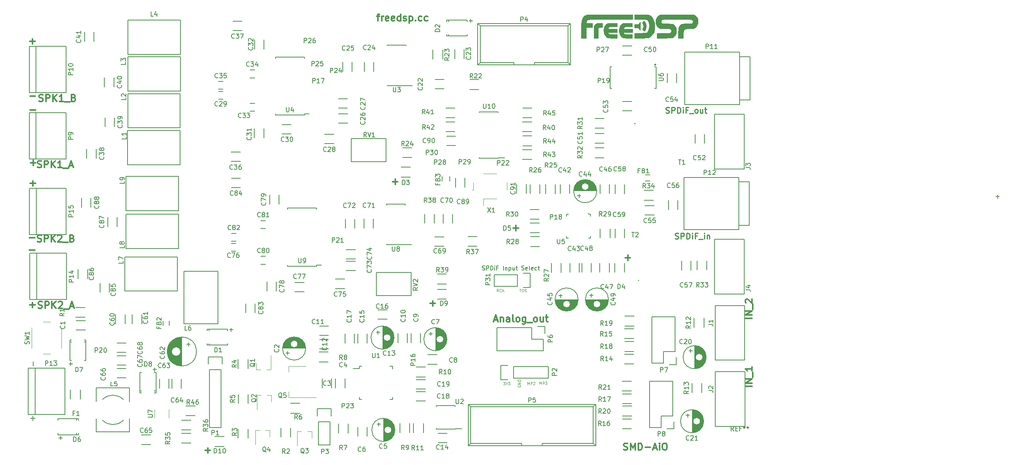
<source format=gto>
%TF.GenerationSoftware,KiCad,Pcbnew,4.0.7*%
%TF.CreationDate,2018-07-02T14:04:48+02:00*%
%TF.ProjectId,smd_aio,736D645F61696F2E6B696361645F7063,rev?*%
%TF.FileFunction,Legend,Top*%
%FSLAX46Y46*%
G04 Gerber Fmt 4.6, Leading zero omitted, Abs format (unit mm)*
G04 Created by KiCad (PCBNEW 4.0.7) date Monday, 02. July 2018 'u04' 14:04:48*
%MOMM*%
%LPD*%
G01*
G04 APERTURE LIST*
%ADD10C,0.100000*%
%ADD11C,0.200000*%
%ADD12C,0.300000*%
%ADD13C,0.150000*%
%ADD14C,0.250000*%
%ADD15C,0.120000*%
%ADD16C,0.152400*%
%ADD17C,0.010000*%
G04 APERTURE END LIST*
D10*
D11*
X152525000Y-42953571D02*
X152582143Y-43010714D01*
X152525000Y-43067857D01*
X152467857Y-43010714D01*
X152525000Y-42953571D01*
X152525000Y-43067857D01*
X153300000Y-77328571D02*
X153357143Y-77385714D01*
X153300000Y-77442857D01*
X153242857Y-77385714D01*
X153300000Y-77328571D01*
X153300000Y-77442857D01*
X142275000Y-62610714D02*
X142313095Y-62648810D01*
X142275000Y-62686905D01*
X142236905Y-62648810D01*
X142275000Y-62610714D01*
X142275000Y-62686905D01*
D12*
X156975000Y-30028571D02*
X157032143Y-30085714D01*
X156975000Y-30142857D01*
X156917857Y-30085714D01*
X156975000Y-30028571D01*
X156975000Y-30142857D01*
X95957143Y-19490571D02*
X96528572Y-19490571D01*
X96171429Y-20490571D02*
X96171429Y-19204857D01*
X96242857Y-19062000D01*
X96385715Y-18990571D01*
X96528572Y-18990571D01*
X97028572Y-20490571D02*
X97028572Y-19490571D01*
X97028572Y-19776286D02*
X97100000Y-19633429D01*
X97171429Y-19562000D01*
X97314286Y-19490571D01*
X97457143Y-19490571D01*
X98528571Y-20419143D02*
X98385714Y-20490571D01*
X98100000Y-20490571D01*
X97957143Y-20419143D01*
X97885714Y-20276286D01*
X97885714Y-19704857D01*
X97957143Y-19562000D01*
X98100000Y-19490571D01*
X98385714Y-19490571D01*
X98528571Y-19562000D01*
X98600000Y-19704857D01*
X98600000Y-19847714D01*
X97885714Y-19990571D01*
X99814285Y-20419143D02*
X99671428Y-20490571D01*
X99385714Y-20490571D01*
X99242857Y-20419143D01*
X99171428Y-20276286D01*
X99171428Y-19704857D01*
X99242857Y-19562000D01*
X99385714Y-19490571D01*
X99671428Y-19490571D01*
X99814285Y-19562000D01*
X99885714Y-19704857D01*
X99885714Y-19847714D01*
X99171428Y-19990571D01*
X101171428Y-20490571D02*
X101171428Y-18990571D01*
X101171428Y-20419143D02*
X101028571Y-20490571D01*
X100742857Y-20490571D01*
X100599999Y-20419143D01*
X100528571Y-20347714D01*
X100457142Y-20204857D01*
X100457142Y-19776286D01*
X100528571Y-19633429D01*
X100599999Y-19562000D01*
X100742857Y-19490571D01*
X101028571Y-19490571D01*
X101171428Y-19562000D01*
X101814285Y-20419143D02*
X101957142Y-20490571D01*
X102242857Y-20490571D01*
X102385714Y-20419143D01*
X102457142Y-20276286D01*
X102457142Y-20204857D01*
X102385714Y-20062000D01*
X102242857Y-19990571D01*
X102028571Y-19990571D01*
X101885714Y-19919143D01*
X101814285Y-19776286D01*
X101814285Y-19704857D01*
X101885714Y-19562000D01*
X102028571Y-19490571D01*
X102242857Y-19490571D01*
X102385714Y-19562000D01*
X103100000Y-19490571D02*
X103100000Y-20990571D01*
X103100000Y-19562000D02*
X103242857Y-19490571D01*
X103528571Y-19490571D01*
X103671428Y-19562000D01*
X103742857Y-19633429D01*
X103814286Y-19776286D01*
X103814286Y-20204857D01*
X103742857Y-20347714D01*
X103671428Y-20419143D01*
X103528571Y-20490571D01*
X103242857Y-20490571D01*
X103100000Y-20419143D01*
X104457143Y-20347714D02*
X104528571Y-20419143D01*
X104457143Y-20490571D01*
X104385714Y-20419143D01*
X104457143Y-20347714D01*
X104457143Y-20490571D01*
X105814286Y-20419143D02*
X105671429Y-20490571D01*
X105385715Y-20490571D01*
X105242857Y-20419143D01*
X105171429Y-20347714D01*
X105100000Y-20204857D01*
X105100000Y-19776286D01*
X105171429Y-19633429D01*
X105242857Y-19562000D01*
X105385715Y-19490571D01*
X105671429Y-19490571D01*
X105814286Y-19562000D01*
X107100000Y-20419143D02*
X106957143Y-20490571D01*
X106671429Y-20490571D01*
X106528571Y-20419143D01*
X106457143Y-20347714D01*
X106385714Y-20204857D01*
X106385714Y-19776286D01*
X106457143Y-19633429D01*
X106528571Y-19562000D01*
X106671429Y-19490571D01*
X106957143Y-19490571D01*
X107100000Y-19562000D01*
X150060000Y-114567143D02*
X150274286Y-114638571D01*
X150631429Y-114638571D01*
X150774286Y-114567143D01*
X150845715Y-114495714D01*
X150917143Y-114352857D01*
X150917143Y-114210000D01*
X150845715Y-114067143D01*
X150774286Y-113995714D01*
X150631429Y-113924286D01*
X150345715Y-113852857D01*
X150202857Y-113781429D01*
X150131429Y-113710000D01*
X150060000Y-113567143D01*
X150060000Y-113424286D01*
X150131429Y-113281429D01*
X150202857Y-113210000D01*
X150345715Y-113138571D01*
X150702857Y-113138571D01*
X150917143Y-113210000D01*
X151560000Y-114638571D02*
X151560000Y-113138571D01*
X152060000Y-114210000D01*
X152560000Y-113138571D01*
X152560000Y-114638571D01*
X153274286Y-114638571D02*
X153274286Y-113138571D01*
X153631429Y-113138571D01*
X153845714Y-113210000D01*
X153988572Y-113352857D01*
X154060000Y-113495714D01*
X154131429Y-113781429D01*
X154131429Y-113995714D01*
X154060000Y-114281429D01*
X153988572Y-114424286D01*
X153845714Y-114567143D01*
X153631429Y-114638571D01*
X153274286Y-114638571D01*
X154774286Y-114067143D02*
X155917143Y-114067143D01*
X156560000Y-114210000D02*
X157274286Y-114210000D01*
X156417143Y-114638571D02*
X156917143Y-113138571D01*
X157417143Y-114638571D01*
X157917143Y-114638571D02*
X157917143Y-113638571D01*
X157917143Y-113138571D02*
X157845714Y-113210000D01*
X157917143Y-113281429D01*
X157988571Y-113210000D01*
X157917143Y-113138571D01*
X157917143Y-113281429D01*
X158917143Y-113138571D02*
X159202857Y-113138571D01*
X159345715Y-113210000D01*
X159488572Y-113352857D01*
X159560000Y-113638571D01*
X159560000Y-114138571D01*
X159488572Y-114424286D01*
X159345715Y-114567143D01*
X159202857Y-114638571D01*
X158917143Y-114638571D01*
X158774286Y-114567143D01*
X158631429Y-114424286D01*
X158560000Y-114138571D01*
X158560000Y-113638571D01*
X158631429Y-113352857D01*
X158774286Y-113210000D01*
X158917143Y-113138571D01*
D13*
X119110714Y-75089286D02*
X119239285Y-75132143D01*
X119453571Y-75132143D01*
X119539285Y-75089286D01*
X119582142Y-75046429D01*
X119624999Y-74960714D01*
X119624999Y-74875000D01*
X119582142Y-74789286D01*
X119539285Y-74746429D01*
X119453571Y-74703571D01*
X119282142Y-74660714D01*
X119196428Y-74617857D01*
X119153571Y-74575000D01*
X119110714Y-74489286D01*
X119110714Y-74403571D01*
X119153571Y-74317857D01*
X119196428Y-74275000D01*
X119282142Y-74232143D01*
X119496428Y-74232143D01*
X119624999Y-74275000D01*
X120010714Y-75132143D02*
X120010714Y-74232143D01*
X120353571Y-74232143D01*
X120439285Y-74275000D01*
X120482142Y-74317857D01*
X120524999Y-74403571D01*
X120524999Y-74532143D01*
X120482142Y-74617857D01*
X120439285Y-74660714D01*
X120353571Y-74703571D01*
X120010714Y-74703571D01*
X120910714Y-75132143D02*
X120910714Y-74232143D01*
X121124999Y-74232143D01*
X121253571Y-74275000D01*
X121339285Y-74360714D01*
X121382142Y-74446429D01*
X121424999Y-74617857D01*
X121424999Y-74746429D01*
X121382142Y-74917857D01*
X121339285Y-75003571D01*
X121253571Y-75089286D01*
X121124999Y-75132143D01*
X120910714Y-75132143D01*
X121810714Y-75132143D02*
X121810714Y-74532143D01*
X121810714Y-74232143D02*
X121767857Y-74275000D01*
X121810714Y-74317857D01*
X121853571Y-74275000D01*
X121810714Y-74232143D01*
X121810714Y-74317857D01*
X122539285Y-74660714D02*
X122239285Y-74660714D01*
X122239285Y-75132143D02*
X122239285Y-74232143D01*
X122667856Y-74232143D01*
X123696428Y-75132143D02*
X123696428Y-74232143D01*
X124124999Y-74532143D02*
X124124999Y-75132143D01*
X124124999Y-74617857D02*
X124167856Y-74575000D01*
X124253570Y-74532143D01*
X124382142Y-74532143D01*
X124467856Y-74575000D01*
X124510713Y-74660714D01*
X124510713Y-75132143D01*
X124939285Y-74532143D02*
X124939285Y-75432143D01*
X124939285Y-74575000D02*
X125024999Y-74532143D01*
X125196428Y-74532143D01*
X125282142Y-74575000D01*
X125324999Y-74617857D01*
X125367856Y-74703571D01*
X125367856Y-74960714D01*
X125324999Y-75046429D01*
X125282142Y-75089286D01*
X125196428Y-75132143D01*
X125024999Y-75132143D01*
X124939285Y-75089286D01*
X126139285Y-74532143D02*
X126139285Y-75132143D01*
X125753571Y-74532143D02*
X125753571Y-75003571D01*
X125796428Y-75089286D01*
X125882142Y-75132143D01*
X126010714Y-75132143D01*
X126096428Y-75089286D01*
X126139285Y-75046429D01*
X126439285Y-74532143D02*
X126782142Y-74532143D01*
X126567857Y-74232143D02*
X126567857Y-75003571D01*
X126610714Y-75089286D01*
X126696428Y-75132143D01*
X126782142Y-75132143D01*
X127725000Y-75089286D02*
X127853571Y-75132143D01*
X128067857Y-75132143D01*
X128153571Y-75089286D01*
X128196428Y-75046429D01*
X128239285Y-74960714D01*
X128239285Y-74875000D01*
X128196428Y-74789286D01*
X128153571Y-74746429D01*
X128067857Y-74703571D01*
X127896428Y-74660714D01*
X127810714Y-74617857D01*
X127767857Y-74575000D01*
X127725000Y-74489286D01*
X127725000Y-74403571D01*
X127767857Y-74317857D01*
X127810714Y-74275000D01*
X127896428Y-74232143D01*
X128110714Y-74232143D01*
X128239285Y-74275000D01*
X128967857Y-75089286D02*
X128882143Y-75132143D01*
X128710714Y-75132143D01*
X128625000Y-75089286D01*
X128582143Y-75003571D01*
X128582143Y-74660714D01*
X128625000Y-74575000D01*
X128710714Y-74532143D01*
X128882143Y-74532143D01*
X128967857Y-74575000D01*
X129010714Y-74660714D01*
X129010714Y-74746429D01*
X128582143Y-74832143D01*
X129525000Y-75132143D02*
X129439286Y-75089286D01*
X129396429Y-75003571D01*
X129396429Y-74232143D01*
X130210715Y-75089286D02*
X130125001Y-75132143D01*
X129953572Y-75132143D01*
X129867858Y-75089286D01*
X129825001Y-75003571D01*
X129825001Y-74660714D01*
X129867858Y-74575000D01*
X129953572Y-74532143D01*
X130125001Y-74532143D01*
X130210715Y-74575000D01*
X130253572Y-74660714D01*
X130253572Y-74746429D01*
X129825001Y-74832143D01*
X131025001Y-75089286D02*
X130939287Y-75132143D01*
X130767858Y-75132143D01*
X130682144Y-75089286D01*
X130639287Y-75046429D01*
X130596430Y-74960714D01*
X130596430Y-74703571D01*
X130639287Y-74617857D01*
X130682144Y-74575000D01*
X130767858Y-74532143D01*
X130939287Y-74532143D01*
X131025001Y-74575000D01*
X131282144Y-74532143D02*
X131625001Y-74532143D01*
X131410716Y-74232143D02*
X131410716Y-75003571D01*
X131453573Y-75089286D01*
X131539287Y-75132143D01*
X131625001Y-75132143D01*
D10*
X122628571Y-79921429D02*
X122428571Y-79635714D01*
X122285714Y-79921429D02*
X122285714Y-79321429D01*
X122514286Y-79321429D01*
X122571428Y-79350000D01*
X122600000Y-79378571D01*
X122628571Y-79435714D01*
X122628571Y-79521429D01*
X122600000Y-79578571D01*
X122571428Y-79607143D01*
X122514286Y-79635714D01*
X122285714Y-79635714D01*
X123228571Y-79864286D02*
X123200000Y-79892857D01*
X123114286Y-79921429D01*
X123057143Y-79921429D01*
X122971428Y-79892857D01*
X122914286Y-79835714D01*
X122885714Y-79778571D01*
X122857143Y-79664286D01*
X122857143Y-79578571D01*
X122885714Y-79464286D01*
X122914286Y-79407143D01*
X122971428Y-79350000D01*
X123057143Y-79321429D01*
X123114286Y-79321429D01*
X123200000Y-79350000D01*
X123228571Y-79378571D01*
X123457143Y-79750000D02*
X123742857Y-79750000D01*
X123400000Y-79921429D02*
X123600000Y-79321429D01*
X123800000Y-79921429D01*
X127228572Y-79346429D02*
X127571429Y-79346429D01*
X127400000Y-79946429D02*
X127400000Y-79346429D01*
X127885715Y-79346429D02*
X128000001Y-79346429D01*
X128057143Y-79375000D01*
X128114286Y-79432143D01*
X128142858Y-79546429D01*
X128142858Y-79746429D01*
X128114286Y-79860714D01*
X128057143Y-79917857D01*
X128000001Y-79946429D01*
X127885715Y-79946429D01*
X127828572Y-79917857D01*
X127771429Y-79860714D01*
X127742858Y-79746429D01*
X127742858Y-79546429D01*
X127771429Y-79432143D01*
X127828572Y-79375000D01*
X127885715Y-79346429D01*
X128371429Y-79917857D02*
X128457143Y-79946429D01*
X128600000Y-79946429D01*
X128657143Y-79917857D01*
X128685714Y-79889286D01*
X128714286Y-79832143D01*
X128714286Y-79775000D01*
X128685714Y-79717857D01*
X128657143Y-79689286D01*
X128600000Y-79660714D01*
X128485714Y-79632143D01*
X128428572Y-79603571D01*
X128400000Y-79575000D01*
X128371429Y-79517857D01*
X128371429Y-79460714D01*
X128400000Y-79403571D01*
X128428572Y-79375000D01*
X128485714Y-79346429D01*
X128628572Y-79346429D01*
X128714286Y-79375000D01*
D11*
X46909048Y-96951429D02*
X47670953Y-96951429D01*
X47290001Y-97332381D02*
X47290001Y-96570476D01*
X28549048Y-95701429D02*
X29310953Y-95701429D01*
X28930001Y-96082381D02*
X28930001Y-95320476D01*
X26279048Y-111991429D02*
X27040953Y-111991429D01*
X26660001Y-112372381D02*
X26660001Y-111610476D01*
X116189048Y-20431429D02*
X116950953Y-20431429D01*
X116570001Y-20812381D02*
X116570001Y-20050476D01*
X63669048Y-88231429D02*
X64430953Y-88231429D01*
X64050001Y-88612381D02*
X64050001Y-87850476D01*
X54319048Y-91431429D02*
X55080953Y-91431429D01*
X54700001Y-91812381D02*
X54700001Y-91050476D01*
X142579048Y-80671429D02*
X143340953Y-80671429D01*
X142960001Y-81052381D02*
X142960001Y-80290476D01*
X135869048Y-80791429D02*
X136630953Y-80791429D01*
X136250001Y-81172381D02*
X136250001Y-80410476D01*
X139909048Y-58841429D02*
X140670953Y-58841429D01*
X140290001Y-59222381D02*
X140290001Y-58460476D01*
X163729048Y-107011429D02*
X164490953Y-107011429D01*
X164110001Y-107392381D02*
X164110001Y-106630476D01*
X164349048Y-92821429D02*
X165110953Y-92821429D01*
X164730001Y-93202381D02*
X164730001Y-92440476D01*
X95849048Y-88801429D02*
X96610953Y-88801429D01*
X96230001Y-89182381D02*
X96230001Y-88420476D01*
X96019048Y-108951429D02*
X96780953Y-108951429D01*
X96400001Y-109332381D02*
X96400001Y-108570476D01*
X107399048Y-89131429D02*
X108160953Y-89131429D01*
X107780001Y-89512381D02*
X107780001Y-88750476D01*
X231619048Y-59026429D02*
X232380953Y-59026429D01*
X232000001Y-59407381D02*
X232000001Y-58645476D01*
X76049048Y-93341429D02*
X76810953Y-93341429D01*
X76430001Y-93722381D02*
X76430001Y-92960476D01*
D10*
X131644286Y-100261429D02*
X131644286Y-99661429D01*
X131844286Y-100090000D01*
X132044286Y-99661429D01*
X132044286Y-100261429D01*
X132330000Y-100261429D02*
X132330000Y-99661429D01*
X132558572Y-99661429D01*
X132615714Y-99690000D01*
X132644286Y-99718571D01*
X132672857Y-99775714D01*
X132672857Y-99861429D01*
X132644286Y-99918571D01*
X132615714Y-99947143D01*
X132558572Y-99975714D01*
X132330000Y-99975714D01*
X132872857Y-99661429D02*
X133244286Y-99661429D01*
X133044286Y-99890000D01*
X133130000Y-99890000D01*
X133187143Y-99918571D01*
X133215714Y-99947143D01*
X133244286Y-100004286D01*
X133244286Y-100147143D01*
X133215714Y-100204286D01*
X133187143Y-100232857D01*
X133130000Y-100261429D01*
X132958572Y-100261429D01*
X132901429Y-100232857D01*
X132872857Y-100204286D01*
X129014286Y-100291429D02*
X129014286Y-99691429D01*
X129214286Y-100120000D01*
X129414286Y-99691429D01*
X129414286Y-100291429D01*
X129700000Y-100291429D02*
X129700000Y-99691429D01*
X129928572Y-99691429D01*
X129985714Y-99720000D01*
X130014286Y-99748571D01*
X130042857Y-99805714D01*
X130042857Y-99891429D01*
X130014286Y-99948571D01*
X129985714Y-99977143D01*
X129928572Y-100005714D01*
X129700000Y-100005714D01*
X130271429Y-99748571D02*
X130300000Y-99720000D01*
X130357143Y-99691429D01*
X130500000Y-99691429D01*
X130557143Y-99720000D01*
X130585714Y-99748571D01*
X130614286Y-99805714D01*
X130614286Y-99862857D01*
X130585714Y-99948571D01*
X130242857Y-100291429D01*
X130614286Y-100291429D01*
X126890000Y-100477142D02*
X126861429Y-100534285D01*
X126861429Y-100619999D01*
X126890000Y-100705714D01*
X126947143Y-100762856D01*
X127004286Y-100791428D01*
X127118571Y-100819999D01*
X127204286Y-100819999D01*
X127318571Y-100791428D01*
X127375714Y-100762856D01*
X127432857Y-100705714D01*
X127461429Y-100619999D01*
X127461429Y-100562856D01*
X127432857Y-100477142D01*
X127404286Y-100448571D01*
X127204286Y-100448571D01*
X127204286Y-100562856D01*
X127461429Y-100191428D02*
X126861429Y-100191428D01*
X127461429Y-99848571D01*
X126861429Y-99848571D01*
X127461429Y-99562857D02*
X126861429Y-99562857D01*
X126861429Y-99420000D01*
X126890000Y-99334285D01*
X126947143Y-99277143D01*
X127004286Y-99248571D01*
X127118571Y-99220000D01*
X127204286Y-99220000D01*
X127318571Y-99248571D01*
X127375714Y-99277143D01*
X127432857Y-99334285D01*
X127461429Y-99420000D01*
X127461429Y-99562857D01*
X123677142Y-99711429D02*
X124048571Y-99711429D01*
X123848571Y-99940000D01*
X123934285Y-99940000D01*
X123991428Y-99968571D01*
X124019999Y-99997143D01*
X124048571Y-100054286D01*
X124048571Y-100197143D01*
X124019999Y-100254286D01*
X123991428Y-100282857D01*
X123934285Y-100311429D01*
X123762857Y-100311429D01*
X123705714Y-100282857D01*
X123677142Y-100254286D01*
X124220000Y-99711429D02*
X124420000Y-100311429D01*
X124620000Y-99711429D01*
X124762857Y-99711429D02*
X125134286Y-99711429D01*
X124934286Y-99940000D01*
X125020000Y-99940000D01*
X125077143Y-99968571D01*
X125105714Y-99997143D01*
X125134286Y-100054286D01*
X125134286Y-100197143D01*
X125105714Y-100254286D01*
X125077143Y-100282857D01*
X125020000Y-100311429D01*
X124848572Y-100311429D01*
X124791429Y-100282857D01*
X124762857Y-100254286D01*
D12*
X178203571Y-85721428D02*
X176703571Y-85721428D01*
X178203571Y-85007142D02*
X176703571Y-85007142D01*
X178203571Y-84149999D01*
X176703571Y-84149999D01*
X178346429Y-83792856D02*
X178346429Y-82649999D01*
X176846429Y-82364285D02*
X176775000Y-82292856D01*
X176703571Y-82149999D01*
X176703571Y-81792856D01*
X176775000Y-81649999D01*
X176846429Y-81578570D01*
X176989286Y-81507142D01*
X177132143Y-81507142D01*
X177346429Y-81578570D01*
X178203571Y-82435713D01*
X178203571Y-81507142D01*
X178203571Y-100646428D02*
X176703571Y-100646428D01*
X178203571Y-99932142D02*
X176703571Y-99932142D01*
X178203571Y-99074999D01*
X176703571Y-99074999D01*
X178346429Y-98717856D02*
X178346429Y-97574999D01*
X178203571Y-96432142D02*
X178203571Y-97289285D01*
X178203571Y-96860713D02*
X176703571Y-96860713D01*
X176917857Y-97003570D01*
X177060714Y-97146428D01*
X177132143Y-97289285D01*
X121703571Y-86075000D02*
X122417857Y-86075000D01*
X121560714Y-86503571D02*
X122060714Y-85003571D01*
X122560714Y-86503571D01*
X123060714Y-85503571D02*
X123060714Y-86503571D01*
X123060714Y-85646429D02*
X123132142Y-85575000D01*
X123275000Y-85503571D01*
X123489285Y-85503571D01*
X123632142Y-85575000D01*
X123703571Y-85717857D01*
X123703571Y-86503571D01*
X125060714Y-86503571D02*
X125060714Y-85717857D01*
X124989285Y-85575000D01*
X124846428Y-85503571D01*
X124560714Y-85503571D01*
X124417857Y-85575000D01*
X125060714Y-86432143D02*
X124917857Y-86503571D01*
X124560714Y-86503571D01*
X124417857Y-86432143D01*
X124346428Y-86289286D01*
X124346428Y-86146429D01*
X124417857Y-86003571D01*
X124560714Y-85932143D01*
X124917857Y-85932143D01*
X125060714Y-85860714D01*
X125989286Y-86503571D02*
X125846428Y-86432143D01*
X125775000Y-86289286D01*
X125775000Y-85003571D01*
X126775000Y-86503571D02*
X126632142Y-86432143D01*
X126560714Y-86360714D01*
X126489285Y-86217857D01*
X126489285Y-85789286D01*
X126560714Y-85646429D01*
X126632142Y-85575000D01*
X126775000Y-85503571D01*
X126989285Y-85503571D01*
X127132142Y-85575000D01*
X127203571Y-85646429D01*
X127275000Y-85789286D01*
X127275000Y-86217857D01*
X127203571Y-86360714D01*
X127132142Y-86432143D01*
X126989285Y-86503571D01*
X126775000Y-86503571D01*
X128560714Y-85503571D02*
X128560714Y-86717857D01*
X128489285Y-86860714D01*
X128417857Y-86932143D01*
X128275000Y-87003571D01*
X128060714Y-87003571D01*
X127917857Y-86932143D01*
X128560714Y-86432143D02*
X128417857Y-86503571D01*
X128132143Y-86503571D01*
X127989285Y-86432143D01*
X127917857Y-86360714D01*
X127846428Y-86217857D01*
X127846428Y-85789286D01*
X127917857Y-85646429D01*
X127989285Y-85575000D01*
X128132143Y-85503571D01*
X128417857Y-85503571D01*
X128560714Y-85575000D01*
X128917857Y-86646429D02*
X130060714Y-86646429D01*
X130632143Y-86503571D02*
X130489285Y-86432143D01*
X130417857Y-86360714D01*
X130346428Y-86217857D01*
X130346428Y-85789286D01*
X130417857Y-85646429D01*
X130489285Y-85575000D01*
X130632143Y-85503571D01*
X130846428Y-85503571D01*
X130989285Y-85575000D01*
X131060714Y-85646429D01*
X131132143Y-85789286D01*
X131132143Y-86217857D01*
X131060714Y-86360714D01*
X130989285Y-86432143D01*
X130846428Y-86503571D01*
X130632143Y-86503571D01*
X132417857Y-85503571D02*
X132417857Y-86503571D01*
X131775000Y-85503571D02*
X131775000Y-86289286D01*
X131846428Y-86432143D01*
X131989286Y-86503571D01*
X132203571Y-86503571D01*
X132346428Y-86432143D01*
X132417857Y-86360714D01*
X132917857Y-85503571D02*
X133489286Y-85503571D01*
X133132143Y-85003571D02*
X133132143Y-86289286D01*
X133203571Y-86432143D01*
X133346429Y-86503571D01*
X133489286Y-86503571D01*
D14*
X161345238Y-68230952D02*
X161523810Y-68290476D01*
X161821429Y-68290476D01*
X161940476Y-68230952D01*
X162000000Y-68171429D01*
X162059524Y-68052381D01*
X162059524Y-67933333D01*
X162000000Y-67814286D01*
X161940476Y-67754762D01*
X161821429Y-67695238D01*
X161583333Y-67635714D01*
X161464286Y-67576190D01*
X161404762Y-67516667D01*
X161345238Y-67397619D01*
X161345238Y-67278571D01*
X161404762Y-67159524D01*
X161464286Y-67100000D01*
X161583333Y-67040476D01*
X161880953Y-67040476D01*
X162059524Y-67100000D01*
X162595238Y-68290476D02*
X162595238Y-67040476D01*
X163071429Y-67040476D01*
X163190476Y-67100000D01*
X163250000Y-67159524D01*
X163309524Y-67278571D01*
X163309524Y-67457143D01*
X163250000Y-67576190D01*
X163190476Y-67635714D01*
X163071429Y-67695238D01*
X162595238Y-67695238D01*
X163845238Y-68290476D02*
X163845238Y-67040476D01*
X164142857Y-67040476D01*
X164321429Y-67100000D01*
X164440476Y-67219048D01*
X164500000Y-67338095D01*
X164559524Y-67576190D01*
X164559524Y-67754762D01*
X164500000Y-67992857D01*
X164440476Y-68111905D01*
X164321429Y-68230952D01*
X164142857Y-68290476D01*
X163845238Y-68290476D01*
X165095238Y-68290476D02*
X165095238Y-67457143D01*
X165095238Y-67040476D02*
X165035714Y-67100000D01*
X165095238Y-67159524D01*
X165154762Y-67100000D01*
X165095238Y-67040476D01*
X165095238Y-67159524D01*
X166107143Y-67635714D02*
X165690476Y-67635714D01*
X165690476Y-68290476D02*
X165690476Y-67040476D01*
X166285714Y-67040476D01*
X166464286Y-68409524D02*
X167416667Y-68409524D01*
X167714286Y-68290476D02*
X167714286Y-67457143D01*
X167714286Y-67040476D02*
X167654762Y-67100000D01*
X167714286Y-67159524D01*
X167773810Y-67100000D01*
X167714286Y-67040476D01*
X167714286Y-67159524D01*
X168309524Y-67457143D02*
X168309524Y-68290476D01*
X168309524Y-67576190D02*
X168369048Y-67516667D01*
X168488095Y-67457143D01*
X168666667Y-67457143D01*
X168785715Y-67516667D01*
X168845238Y-67635714D01*
X168845238Y-68290476D01*
X159320238Y-40630952D02*
X159498810Y-40690476D01*
X159796429Y-40690476D01*
X159915476Y-40630952D01*
X159975000Y-40571429D01*
X160034524Y-40452381D01*
X160034524Y-40333333D01*
X159975000Y-40214286D01*
X159915476Y-40154762D01*
X159796429Y-40095238D01*
X159558333Y-40035714D01*
X159439286Y-39976190D01*
X159379762Y-39916667D01*
X159320238Y-39797619D01*
X159320238Y-39678571D01*
X159379762Y-39559524D01*
X159439286Y-39500000D01*
X159558333Y-39440476D01*
X159855953Y-39440476D01*
X160034524Y-39500000D01*
X160570238Y-40690476D02*
X160570238Y-39440476D01*
X161046429Y-39440476D01*
X161165476Y-39500000D01*
X161225000Y-39559524D01*
X161284524Y-39678571D01*
X161284524Y-39857143D01*
X161225000Y-39976190D01*
X161165476Y-40035714D01*
X161046429Y-40095238D01*
X160570238Y-40095238D01*
X161820238Y-40690476D02*
X161820238Y-39440476D01*
X162117857Y-39440476D01*
X162296429Y-39500000D01*
X162415476Y-39619048D01*
X162475000Y-39738095D01*
X162534524Y-39976190D01*
X162534524Y-40154762D01*
X162475000Y-40392857D01*
X162415476Y-40511905D01*
X162296429Y-40630952D01*
X162117857Y-40690476D01*
X161820238Y-40690476D01*
X163070238Y-40690476D02*
X163070238Y-39857143D01*
X163070238Y-39440476D02*
X163010714Y-39500000D01*
X163070238Y-39559524D01*
X163129762Y-39500000D01*
X163070238Y-39440476D01*
X163070238Y-39559524D01*
X164082143Y-40035714D02*
X163665476Y-40035714D01*
X163665476Y-40690476D02*
X163665476Y-39440476D01*
X164260714Y-39440476D01*
X164439286Y-40809524D02*
X165391667Y-40809524D01*
X165867857Y-40690476D02*
X165748810Y-40630952D01*
X165689286Y-40571429D01*
X165629762Y-40452381D01*
X165629762Y-40095238D01*
X165689286Y-39976190D01*
X165748810Y-39916667D01*
X165867857Y-39857143D01*
X166046429Y-39857143D01*
X166165477Y-39916667D01*
X166225000Y-39976190D01*
X166284524Y-40095238D01*
X166284524Y-40452381D01*
X166225000Y-40571429D01*
X166165477Y-40630952D01*
X166046429Y-40690476D01*
X165867857Y-40690476D01*
X167355952Y-39857143D02*
X167355952Y-40690476D01*
X166820238Y-39857143D02*
X166820238Y-40511905D01*
X166879762Y-40630952D01*
X166998809Y-40690476D01*
X167177381Y-40690476D01*
X167296429Y-40630952D01*
X167355952Y-40571429D01*
X167772619Y-39857143D02*
X168248809Y-39857143D01*
X167951190Y-39440476D02*
X167951190Y-40511905D01*
X168010714Y-40630952D01*
X168129761Y-40690476D01*
X168248809Y-40690476D01*
D12*
X99429572Y-55770143D02*
X100572429Y-55770143D01*
X100001000Y-56341571D02*
X100001000Y-55198714D01*
X107629572Y-82470143D02*
X108772429Y-82470143D01*
X108201000Y-83041571D02*
X108201000Y-81898714D01*
X125879572Y-65920143D02*
X127022429Y-65920143D01*
X126451000Y-66491571D02*
X126451000Y-65348714D01*
X150379572Y-72470143D02*
X151522429Y-72470143D01*
X150951000Y-73041571D02*
X150951000Y-71898714D01*
X58354572Y-114745143D02*
X59497429Y-114745143D01*
X58926000Y-115316571D02*
X58926000Y-114173714D01*
X21636715Y-68895143D02*
X21851001Y-68966571D01*
X22208144Y-68966571D01*
X22351001Y-68895143D01*
X22422430Y-68823714D01*
X22493858Y-68680857D01*
X22493858Y-68538000D01*
X22422430Y-68395143D01*
X22351001Y-68323714D01*
X22208144Y-68252286D01*
X21922430Y-68180857D01*
X21779572Y-68109429D01*
X21708144Y-68038000D01*
X21636715Y-67895143D01*
X21636715Y-67752286D01*
X21708144Y-67609429D01*
X21779572Y-67538000D01*
X21922430Y-67466571D01*
X22279572Y-67466571D01*
X22493858Y-67538000D01*
X23136715Y-68966571D02*
X23136715Y-67466571D01*
X23708143Y-67466571D01*
X23851001Y-67538000D01*
X23922429Y-67609429D01*
X23993858Y-67752286D01*
X23993858Y-67966571D01*
X23922429Y-68109429D01*
X23851001Y-68180857D01*
X23708143Y-68252286D01*
X23136715Y-68252286D01*
X24636715Y-68966571D02*
X24636715Y-67466571D01*
X25493858Y-68966571D02*
X24851001Y-68109429D01*
X25493858Y-67466571D02*
X24636715Y-68323714D01*
X26065286Y-67609429D02*
X26136715Y-67538000D01*
X26279572Y-67466571D01*
X26636715Y-67466571D01*
X26779572Y-67538000D01*
X26851001Y-67609429D01*
X26922429Y-67752286D01*
X26922429Y-67895143D01*
X26851001Y-68109429D01*
X25993858Y-68966571D01*
X26922429Y-68966571D01*
X27208143Y-69109429D02*
X28351000Y-69109429D01*
X29208143Y-68180857D02*
X29422429Y-68252286D01*
X29493857Y-68323714D01*
X29565286Y-68466571D01*
X29565286Y-68680857D01*
X29493857Y-68823714D01*
X29422429Y-68895143D01*
X29279571Y-68966571D01*
X28708143Y-68966571D01*
X28708143Y-67466571D01*
X29208143Y-67466571D01*
X29351000Y-67538000D01*
X29422429Y-67609429D01*
X29493857Y-67752286D01*
X29493857Y-67895143D01*
X29422429Y-68038000D01*
X29351000Y-68109429D01*
X29208143Y-68180857D01*
X28708143Y-68180857D01*
X21793858Y-83470143D02*
X22008144Y-83541571D01*
X22365287Y-83541571D01*
X22508144Y-83470143D01*
X22579573Y-83398714D01*
X22651001Y-83255857D01*
X22651001Y-83113000D01*
X22579573Y-82970143D01*
X22508144Y-82898714D01*
X22365287Y-82827286D01*
X22079573Y-82755857D01*
X21936715Y-82684429D01*
X21865287Y-82613000D01*
X21793858Y-82470143D01*
X21793858Y-82327286D01*
X21865287Y-82184429D01*
X21936715Y-82113000D01*
X22079573Y-82041571D01*
X22436715Y-82041571D01*
X22651001Y-82113000D01*
X23293858Y-83541571D02*
X23293858Y-82041571D01*
X23865286Y-82041571D01*
X24008144Y-82113000D01*
X24079572Y-82184429D01*
X24151001Y-82327286D01*
X24151001Y-82541571D01*
X24079572Y-82684429D01*
X24008144Y-82755857D01*
X23865286Y-82827286D01*
X23293858Y-82827286D01*
X24793858Y-83541571D02*
X24793858Y-82041571D01*
X25651001Y-83541571D02*
X25008144Y-82684429D01*
X25651001Y-82041571D02*
X24793858Y-82898714D01*
X26222429Y-82184429D02*
X26293858Y-82113000D01*
X26436715Y-82041571D01*
X26793858Y-82041571D01*
X26936715Y-82113000D01*
X27008144Y-82184429D01*
X27079572Y-82327286D01*
X27079572Y-82470143D01*
X27008144Y-82684429D01*
X26151001Y-83541571D01*
X27079572Y-83541571D01*
X27365286Y-83684429D02*
X28508143Y-83684429D01*
X28793857Y-83113000D02*
X29508143Y-83113000D01*
X28651000Y-83541571D02*
X29151000Y-82041571D01*
X29651000Y-83541571D01*
X21986715Y-38070143D02*
X22201001Y-38141571D01*
X22558144Y-38141571D01*
X22701001Y-38070143D01*
X22772430Y-37998714D01*
X22843858Y-37855857D01*
X22843858Y-37713000D01*
X22772430Y-37570143D01*
X22701001Y-37498714D01*
X22558144Y-37427286D01*
X22272430Y-37355857D01*
X22129572Y-37284429D01*
X22058144Y-37213000D01*
X21986715Y-37070143D01*
X21986715Y-36927286D01*
X22058144Y-36784429D01*
X22129572Y-36713000D01*
X22272430Y-36641571D01*
X22629572Y-36641571D01*
X22843858Y-36713000D01*
X23486715Y-38141571D02*
X23486715Y-36641571D01*
X24058143Y-36641571D01*
X24201001Y-36713000D01*
X24272429Y-36784429D01*
X24343858Y-36927286D01*
X24343858Y-37141571D01*
X24272429Y-37284429D01*
X24201001Y-37355857D01*
X24058143Y-37427286D01*
X23486715Y-37427286D01*
X24986715Y-38141571D02*
X24986715Y-36641571D01*
X25843858Y-38141571D02*
X25201001Y-37284429D01*
X25843858Y-36641571D02*
X24986715Y-37498714D01*
X27272429Y-38141571D02*
X26415286Y-38141571D01*
X26843858Y-38141571D02*
X26843858Y-36641571D01*
X26701001Y-36855857D01*
X26558143Y-36998714D01*
X26415286Y-37070143D01*
X27558143Y-38284429D02*
X28701000Y-38284429D01*
X29558143Y-37355857D02*
X29772429Y-37427286D01*
X29843857Y-37498714D01*
X29915286Y-37641571D01*
X29915286Y-37855857D01*
X29843857Y-37998714D01*
X29772429Y-38070143D01*
X29629571Y-38141571D01*
X29058143Y-38141571D01*
X29058143Y-36641571D01*
X29558143Y-36641571D01*
X29701000Y-36713000D01*
X29772429Y-36784429D01*
X29843857Y-36927286D01*
X29843857Y-37070143D01*
X29772429Y-37213000D01*
X29701000Y-37284429D01*
X29558143Y-37355857D01*
X29058143Y-37355857D01*
X21643858Y-52595143D02*
X21858144Y-52666571D01*
X22215287Y-52666571D01*
X22358144Y-52595143D01*
X22429573Y-52523714D01*
X22501001Y-52380857D01*
X22501001Y-52238000D01*
X22429573Y-52095143D01*
X22358144Y-52023714D01*
X22215287Y-51952286D01*
X21929573Y-51880857D01*
X21786715Y-51809429D01*
X21715287Y-51738000D01*
X21643858Y-51595143D01*
X21643858Y-51452286D01*
X21715287Y-51309429D01*
X21786715Y-51238000D01*
X21929573Y-51166571D01*
X22286715Y-51166571D01*
X22501001Y-51238000D01*
X23143858Y-52666571D02*
X23143858Y-51166571D01*
X23715286Y-51166571D01*
X23858144Y-51238000D01*
X23929572Y-51309429D01*
X24001001Y-51452286D01*
X24001001Y-51666571D01*
X23929572Y-51809429D01*
X23858144Y-51880857D01*
X23715286Y-51952286D01*
X23143858Y-51952286D01*
X24643858Y-52666571D02*
X24643858Y-51166571D01*
X25501001Y-52666571D02*
X24858144Y-51809429D01*
X25501001Y-51166571D02*
X24643858Y-52023714D01*
X26929572Y-52666571D02*
X26072429Y-52666571D01*
X26501001Y-52666571D02*
X26501001Y-51166571D01*
X26358144Y-51380857D01*
X26215286Y-51523714D01*
X26072429Y-51595143D01*
X27215286Y-52809429D02*
X28358143Y-52809429D01*
X28643857Y-52238000D02*
X29358143Y-52238000D01*
X28501000Y-52666571D02*
X29001000Y-51166571D01*
X29501000Y-52666571D01*
X19879572Y-70745143D02*
X21022429Y-70745143D01*
X19954572Y-82820143D02*
X21097429Y-82820143D01*
X20526000Y-83391571D02*
X20526000Y-82248714D01*
X19854572Y-68070143D02*
X20997429Y-68070143D01*
X20029572Y-56145143D02*
X21172429Y-56145143D01*
X20601000Y-56716571D02*
X20601000Y-55573714D01*
X19954572Y-24995143D02*
X21097429Y-24995143D01*
X20526000Y-25566571D02*
X20526000Y-24423714D01*
X20004572Y-37020143D02*
X21147429Y-37020143D01*
X20054572Y-39995143D02*
X21197429Y-39995143D01*
X20079572Y-51620143D02*
X21222429Y-51620143D01*
X20651000Y-52191571D02*
X20651000Y-51048714D01*
D11*
X20701000Y-95250000D02*
X20701000Y-96139000D01*
X20066000Y-107696000D02*
X21082000Y-107696000D01*
X20574000Y-107188000D02*
X20574000Y-108204000D01*
D13*
X92151000Y-96288000D02*
X92151000Y-96738000D01*
X99401000Y-96288000D02*
X99401000Y-96813000D01*
X99401000Y-103538000D02*
X99401000Y-103013000D01*
X92151000Y-103538000D02*
X92151000Y-103013000D01*
X92151000Y-96288000D02*
X92676000Y-96288000D01*
X92151000Y-103538000D02*
X92676000Y-103538000D01*
X99401000Y-103538000D02*
X98876000Y-103538000D01*
X99401000Y-96288000D02*
X98876000Y-96288000D01*
X92151000Y-96738000D02*
X90776000Y-96738000D01*
X177551000Y-65313000D02*
X175251000Y-65313000D01*
X177551000Y-55813000D02*
X175251000Y-55813000D01*
X177551000Y-65313000D02*
X177551000Y-55813000D01*
X163251000Y-66313000D02*
X163251000Y-54813000D01*
X175251000Y-54813000D02*
X163251000Y-54813000D01*
X175251000Y-66313000D02*
X163251000Y-66313000D01*
X175251000Y-66313000D02*
X175251000Y-54813000D01*
X72466000Y-58663000D02*
X72466000Y-60663000D01*
X74516000Y-60663000D02*
X74516000Y-58663000D01*
X32100000Y-86250000D02*
X30100000Y-86250000D01*
X30100000Y-88300000D02*
X32100000Y-88300000D01*
X75352000Y-92288000D02*
X80350000Y-92288000D01*
X75360000Y-92148000D02*
X77697000Y-92148000D01*
X78005000Y-92148000D02*
X80342000Y-92148000D01*
X75376000Y-92008000D02*
X77378000Y-92008000D01*
X78324000Y-92008000D02*
X80326000Y-92008000D01*
X75400000Y-91868000D02*
X77231000Y-91868000D01*
X78471000Y-91868000D02*
X80302000Y-91868000D01*
X75433000Y-91728000D02*
X77139000Y-91728000D01*
X78563000Y-91728000D02*
X80269000Y-91728000D01*
X75474000Y-91588000D02*
X77083000Y-91588000D01*
X78619000Y-91588000D02*
X80228000Y-91588000D01*
X75524000Y-91448000D02*
X77056000Y-91448000D01*
X78646000Y-91448000D02*
X80178000Y-91448000D01*
X75585000Y-91308000D02*
X77053000Y-91308000D01*
X78649000Y-91308000D02*
X80117000Y-91308000D01*
X75655000Y-91168000D02*
X77075000Y-91168000D01*
X78627000Y-91168000D02*
X80047000Y-91168000D01*
X75737000Y-91028000D02*
X77125000Y-91028000D01*
X78577000Y-91028000D02*
X79965000Y-91028000D01*
X75832000Y-90888000D02*
X77207000Y-90888000D01*
X78495000Y-90888000D02*
X79870000Y-90888000D01*
X75943000Y-90748000D02*
X77339000Y-90748000D01*
X78363000Y-90748000D02*
X79759000Y-90748000D01*
X76071000Y-90608000D02*
X77586000Y-90608000D01*
X78116000Y-90608000D02*
X79631000Y-90608000D01*
X76220000Y-90468000D02*
X79482000Y-90468000D01*
X76399000Y-90328000D02*
X79303000Y-90328000D01*
X76618000Y-90188000D02*
X79084000Y-90188000D01*
X76907000Y-90048000D02*
X78795000Y-90048000D01*
X77379000Y-89908000D02*
X78323000Y-89908000D01*
X78651000Y-91363000D02*
G75*
G03X78651000Y-91363000I-800000J0D01*
G01*
X80388500Y-92363000D02*
G75*
G03X80388500Y-92363000I-2537500J0D01*
G01*
X84026000Y-98963000D02*
X84026000Y-100963000D01*
X86076000Y-100963000D02*
X86076000Y-98963000D01*
X86926000Y-98963000D02*
X86926000Y-100963000D01*
X88976000Y-100963000D02*
X88976000Y-98963000D01*
X97476000Y-107714000D02*
X97476000Y-112712000D01*
X97616000Y-107722000D02*
X97616000Y-110059000D01*
X97616000Y-110367000D02*
X97616000Y-112704000D01*
X97756000Y-107738000D02*
X97756000Y-109740000D01*
X97756000Y-110686000D02*
X97756000Y-112688000D01*
X97896000Y-107762000D02*
X97896000Y-109593000D01*
X97896000Y-110833000D02*
X97896000Y-112664000D01*
X98036000Y-107795000D02*
X98036000Y-109501000D01*
X98036000Y-110925000D02*
X98036000Y-112631000D01*
X98176000Y-107836000D02*
X98176000Y-109445000D01*
X98176000Y-110981000D02*
X98176000Y-112590000D01*
X98316000Y-107886000D02*
X98316000Y-109418000D01*
X98316000Y-111008000D02*
X98316000Y-112540000D01*
X98456000Y-107947000D02*
X98456000Y-109415000D01*
X98456000Y-111011000D02*
X98456000Y-112479000D01*
X98596000Y-108017000D02*
X98596000Y-109437000D01*
X98596000Y-110989000D02*
X98596000Y-112409000D01*
X98736000Y-108099000D02*
X98736000Y-109487000D01*
X98736000Y-110939000D02*
X98736000Y-112327000D01*
X98876000Y-108194000D02*
X98876000Y-109569000D01*
X98876000Y-110857000D02*
X98876000Y-112232000D01*
X99016000Y-108305000D02*
X99016000Y-109701000D01*
X99016000Y-110725000D02*
X99016000Y-112121000D01*
X99156000Y-108433000D02*
X99156000Y-109948000D01*
X99156000Y-110478000D02*
X99156000Y-111993000D01*
X99296000Y-108582000D02*
X99296000Y-111844000D01*
X99436000Y-108761000D02*
X99436000Y-111665000D01*
X99576000Y-108980000D02*
X99576000Y-111446000D01*
X99716000Y-109269000D02*
X99716000Y-111157000D01*
X99856000Y-109741000D02*
X99856000Y-110685000D01*
X99201000Y-110213000D02*
G75*
G03X99201000Y-110213000I-800000J0D01*
G01*
X99938500Y-110213000D02*
G75*
G03X99938500Y-110213000I-2537500J0D01*
G01*
X91775000Y-109610000D02*
X91775000Y-111610000D01*
X93825000Y-111610000D02*
X93825000Y-109610000D01*
X108876000Y-87814000D02*
X108876000Y-92812000D01*
X109016000Y-87822000D02*
X109016000Y-90159000D01*
X109016000Y-90467000D02*
X109016000Y-92804000D01*
X109156000Y-87838000D02*
X109156000Y-89840000D01*
X109156000Y-90786000D02*
X109156000Y-92788000D01*
X109296000Y-87862000D02*
X109296000Y-89693000D01*
X109296000Y-90933000D02*
X109296000Y-92764000D01*
X109436000Y-87895000D02*
X109436000Y-89601000D01*
X109436000Y-91025000D02*
X109436000Y-92731000D01*
X109576000Y-87936000D02*
X109576000Y-89545000D01*
X109576000Y-91081000D02*
X109576000Y-92690000D01*
X109716000Y-87986000D02*
X109716000Y-89518000D01*
X109716000Y-91108000D02*
X109716000Y-92640000D01*
X109856000Y-88047000D02*
X109856000Y-89515000D01*
X109856000Y-91111000D02*
X109856000Y-92579000D01*
X109996000Y-88117000D02*
X109996000Y-89537000D01*
X109996000Y-91089000D02*
X109996000Y-92509000D01*
X110136000Y-88199000D02*
X110136000Y-89587000D01*
X110136000Y-91039000D02*
X110136000Y-92427000D01*
X110276000Y-88294000D02*
X110276000Y-89669000D01*
X110276000Y-90957000D02*
X110276000Y-92332000D01*
X110416000Y-88405000D02*
X110416000Y-89801000D01*
X110416000Y-90825000D02*
X110416000Y-92221000D01*
X110556000Y-88533000D02*
X110556000Y-90048000D01*
X110556000Y-90578000D02*
X110556000Y-92093000D01*
X110696000Y-88682000D02*
X110696000Y-91944000D01*
X110836000Y-88861000D02*
X110836000Y-91765000D01*
X110976000Y-89080000D02*
X110976000Y-91546000D01*
X111116000Y-89369000D02*
X111116000Y-91257000D01*
X111256000Y-89841000D02*
X111256000Y-90785000D01*
X110601000Y-90313000D02*
G75*
G03X110601000Y-90313000I-800000J0D01*
G01*
X111338500Y-90313000D02*
G75*
G03X111338500Y-90313000I-2537500J0D01*
G01*
X107151000Y-95788000D02*
X109151000Y-95788000D01*
X109151000Y-93738000D02*
X107151000Y-93738000D01*
X105551000Y-91088000D02*
X105551000Y-89088000D01*
X103501000Y-89088000D02*
X103501000Y-91088000D01*
X102651000Y-91088000D02*
X102651000Y-89088000D01*
X100601000Y-89088000D02*
X100601000Y-91088000D01*
X83401000Y-89463000D02*
X85401000Y-89463000D01*
X85401000Y-87413000D02*
X83401000Y-87413000D01*
X83401000Y-92413000D02*
X85401000Y-92413000D01*
X85401000Y-90363000D02*
X83401000Y-90363000D01*
X97301000Y-87464000D02*
X97301000Y-92462000D01*
X97441000Y-87472000D02*
X97441000Y-89809000D01*
X97441000Y-90117000D02*
X97441000Y-92454000D01*
X97581000Y-87488000D02*
X97581000Y-89490000D01*
X97581000Y-90436000D02*
X97581000Y-92438000D01*
X97721000Y-87512000D02*
X97721000Y-89343000D01*
X97721000Y-90583000D02*
X97721000Y-92414000D01*
X97861000Y-87545000D02*
X97861000Y-89251000D01*
X97861000Y-90675000D02*
X97861000Y-92381000D01*
X98001000Y-87586000D02*
X98001000Y-89195000D01*
X98001000Y-90731000D02*
X98001000Y-92340000D01*
X98141000Y-87636000D02*
X98141000Y-89168000D01*
X98141000Y-90758000D02*
X98141000Y-92290000D01*
X98281000Y-87697000D02*
X98281000Y-89165000D01*
X98281000Y-90761000D02*
X98281000Y-92229000D01*
X98421000Y-87767000D02*
X98421000Y-89187000D01*
X98421000Y-90739000D02*
X98421000Y-92159000D01*
X98561000Y-87849000D02*
X98561000Y-89237000D01*
X98561000Y-90689000D02*
X98561000Y-92077000D01*
X98701000Y-87944000D02*
X98701000Y-89319000D01*
X98701000Y-90607000D02*
X98701000Y-91982000D01*
X98841000Y-88055000D02*
X98841000Y-89451000D01*
X98841000Y-90475000D02*
X98841000Y-91871000D01*
X98981000Y-88183000D02*
X98981000Y-89698000D01*
X98981000Y-90228000D02*
X98981000Y-91743000D01*
X99121000Y-88332000D02*
X99121000Y-91594000D01*
X99261000Y-88511000D02*
X99261000Y-91415000D01*
X99401000Y-88730000D02*
X99401000Y-91196000D01*
X99541000Y-89019000D02*
X99541000Y-90907000D01*
X99681000Y-89491000D02*
X99681000Y-90435000D01*
X99026000Y-89963000D02*
G75*
G03X99026000Y-89963000I-800000J0D01*
G01*
X99763500Y-89963000D02*
G75*
G03X99763500Y-89963000I-2537500J0D01*
G01*
X109401000Y-112988000D02*
X111401000Y-112988000D01*
X111401000Y-110938000D02*
X109401000Y-110938000D01*
X91776000Y-89163000D02*
X91776000Y-91163000D01*
X93826000Y-91163000D02*
X93826000Y-89163000D01*
X98251000Y-83888000D02*
X96251000Y-83888000D01*
X96251000Y-85938000D02*
X98251000Y-85938000D01*
X88976000Y-89163000D02*
X88976000Y-91163000D01*
X91026000Y-91163000D02*
X91026000Y-89163000D01*
X104601000Y-103888000D02*
X106601000Y-103888000D01*
X106601000Y-101838000D02*
X104601000Y-101838000D01*
X104601000Y-101238000D02*
X106601000Y-101238000D01*
X106601000Y-99188000D02*
X104601000Y-99188000D01*
X165676000Y-91764000D02*
X165676000Y-96762000D01*
X165816000Y-91772000D02*
X165816000Y-94109000D01*
X165816000Y-94417000D02*
X165816000Y-96754000D01*
X165956000Y-91788000D02*
X165956000Y-93790000D01*
X165956000Y-94736000D02*
X165956000Y-96738000D01*
X166096000Y-91812000D02*
X166096000Y-93643000D01*
X166096000Y-94883000D02*
X166096000Y-96714000D01*
X166236000Y-91845000D02*
X166236000Y-93551000D01*
X166236000Y-94975000D02*
X166236000Y-96681000D01*
X166376000Y-91886000D02*
X166376000Y-93495000D01*
X166376000Y-95031000D02*
X166376000Y-96640000D01*
X166516000Y-91936000D02*
X166516000Y-93468000D01*
X166516000Y-95058000D02*
X166516000Y-96590000D01*
X166656000Y-91997000D02*
X166656000Y-93465000D01*
X166656000Y-95061000D02*
X166656000Y-96529000D01*
X166796000Y-92067000D02*
X166796000Y-93487000D01*
X166796000Y-95039000D02*
X166796000Y-96459000D01*
X166936000Y-92149000D02*
X166936000Y-93537000D01*
X166936000Y-94989000D02*
X166936000Y-96377000D01*
X167076000Y-92244000D02*
X167076000Y-93619000D01*
X167076000Y-94907000D02*
X167076000Y-96282000D01*
X167216000Y-92355000D02*
X167216000Y-93751000D01*
X167216000Y-94775000D02*
X167216000Y-96171000D01*
X167356000Y-92483000D02*
X167356000Y-93998000D01*
X167356000Y-94528000D02*
X167356000Y-96043000D01*
X167496000Y-92632000D02*
X167496000Y-95894000D01*
X167636000Y-92811000D02*
X167636000Y-95715000D01*
X167776000Y-93030000D02*
X167776000Y-95496000D01*
X167916000Y-93319000D02*
X167916000Y-95207000D01*
X168056000Y-93791000D02*
X168056000Y-94735000D01*
X167401000Y-94263000D02*
G75*
G03X167401000Y-94263000I-800000J0D01*
G01*
X168138500Y-94263000D02*
G75*
G03X168138500Y-94263000I-2537500J0D01*
G01*
X165126000Y-105814000D02*
X165126000Y-110812000D01*
X165266000Y-105822000D02*
X165266000Y-108159000D01*
X165266000Y-108467000D02*
X165266000Y-110804000D01*
X165406000Y-105838000D02*
X165406000Y-107840000D01*
X165406000Y-108786000D02*
X165406000Y-110788000D01*
X165546000Y-105862000D02*
X165546000Y-107693000D01*
X165546000Y-108933000D02*
X165546000Y-110764000D01*
X165686000Y-105895000D02*
X165686000Y-107601000D01*
X165686000Y-109025000D02*
X165686000Y-110731000D01*
X165826000Y-105936000D02*
X165826000Y-107545000D01*
X165826000Y-109081000D02*
X165826000Y-110690000D01*
X165966000Y-105986000D02*
X165966000Y-107518000D01*
X165966000Y-109108000D02*
X165966000Y-110640000D01*
X166106000Y-106047000D02*
X166106000Y-107515000D01*
X166106000Y-109111000D02*
X166106000Y-110579000D01*
X166246000Y-106117000D02*
X166246000Y-107537000D01*
X166246000Y-109089000D02*
X166246000Y-110509000D01*
X166386000Y-106199000D02*
X166386000Y-107587000D01*
X166386000Y-109039000D02*
X166386000Y-110427000D01*
X166526000Y-106294000D02*
X166526000Y-107669000D01*
X166526000Y-108957000D02*
X166526000Y-110332000D01*
X166666000Y-106405000D02*
X166666000Y-107801000D01*
X166666000Y-108825000D02*
X166666000Y-110221000D01*
X166806000Y-106533000D02*
X166806000Y-108048000D01*
X166806000Y-108578000D02*
X166806000Y-110093000D01*
X166946000Y-106682000D02*
X166946000Y-109944000D01*
X167086000Y-106861000D02*
X167086000Y-109765000D01*
X167226000Y-107080000D02*
X167226000Y-109546000D01*
X167366000Y-107369000D02*
X167366000Y-109257000D01*
X167506000Y-107841000D02*
X167506000Y-108785000D01*
X166851000Y-108313000D02*
G75*
G03X166851000Y-108313000I-800000J0D01*
G01*
X167588500Y-108313000D02*
G75*
G03X167588500Y-108313000I-2537500J0D01*
G01*
X110726000Y-33363000D02*
X108726000Y-33363000D01*
X108726000Y-35413000D02*
X110726000Y-35413000D01*
X115101000Y-28763000D02*
X115101000Y-26763000D01*
X113051000Y-26763000D02*
X113051000Y-28763000D01*
X93236000Y-29553000D02*
X93236000Y-31553000D01*
X95286000Y-31553000D02*
X95286000Y-29553000D01*
X88506000Y-29553000D02*
X88506000Y-31553000D01*
X90556000Y-31553000D02*
X90556000Y-29553000D01*
X87576000Y-42893000D02*
X89576000Y-42893000D01*
X89576000Y-40843000D02*
X87576000Y-40843000D01*
X87551000Y-39618000D02*
X89551000Y-39618000D01*
X89551000Y-37568000D02*
X87551000Y-37568000D01*
X84551000Y-47418000D02*
X86551000Y-47418000D01*
X86551000Y-45368000D02*
X84551000Y-45368000D01*
X77201000Y-43263000D02*
X75201000Y-43263000D01*
X75201000Y-45313000D02*
X77201000Y-45313000D01*
X71206000Y-46093000D02*
X71206000Y-44093000D01*
X69156000Y-44093000D02*
X69156000Y-46093000D01*
X69226000Y-24613000D02*
X69226000Y-26613000D01*
X71276000Y-26613000D02*
X71276000Y-24613000D01*
X64041000Y-51318000D02*
X66041000Y-51318000D01*
X66041000Y-49268000D02*
X64041000Y-49268000D01*
X64426000Y-22588000D02*
X66426000Y-22588000D01*
X66426000Y-20538000D02*
X64426000Y-20538000D01*
X34451000Y-50613000D02*
X34451000Y-48613000D01*
X32401000Y-48613000D02*
X32401000Y-50613000D01*
X38476000Y-43688000D02*
X38476000Y-41688000D01*
X36426000Y-41688000D02*
X36426000Y-43688000D01*
X38351000Y-34913000D02*
X38351000Y-32913000D01*
X36301000Y-32913000D02*
X36301000Y-34913000D01*
X31951000Y-22963000D02*
X31951000Y-24963000D01*
X34001000Y-24963000D02*
X34001000Y-22963000D01*
X136151000Y-56338000D02*
X136151000Y-58338000D01*
X138201000Y-58338000D02*
X138201000Y-56338000D01*
X140335999Y-75598000D02*
X140335999Y-73598000D01*
X138285999Y-73598000D02*
X138285999Y-75598000D01*
X139127000Y-57763000D02*
X144125000Y-57763000D01*
X139135000Y-57623000D02*
X141472000Y-57623000D01*
X141780000Y-57623000D02*
X144117000Y-57623000D01*
X139151000Y-57483000D02*
X141153000Y-57483000D01*
X142099000Y-57483000D02*
X144101000Y-57483000D01*
X139175000Y-57343000D02*
X141006000Y-57343000D01*
X142246000Y-57343000D02*
X144077000Y-57343000D01*
X139208000Y-57203000D02*
X140914000Y-57203000D01*
X142338000Y-57203000D02*
X144044000Y-57203000D01*
X139249000Y-57063000D02*
X140858000Y-57063000D01*
X142394000Y-57063000D02*
X144003000Y-57063000D01*
X139299000Y-56923000D02*
X140831000Y-56923000D01*
X142421000Y-56923000D02*
X143953000Y-56923000D01*
X139360000Y-56783000D02*
X140828000Y-56783000D01*
X142424000Y-56783000D02*
X143892000Y-56783000D01*
X139430000Y-56643000D02*
X140850000Y-56643000D01*
X142402000Y-56643000D02*
X143822000Y-56643000D01*
X139512000Y-56503000D02*
X140900000Y-56503000D01*
X142352000Y-56503000D02*
X143740000Y-56503000D01*
X139607000Y-56363000D02*
X140982000Y-56363000D01*
X142270000Y-56363000D02*
X143645000Y-56363000D01*
X139718000Y-56223000D02*
X141114000Y-56223000D01*
X142138000Y-56223000D02*
X143534000Y-56223000D01*
X139846000Y-56083000D02*
X141361000Y-56083000D01*
X141891000Y-56083000D02*
X143406000Y-56083000D01*
X139995000Y-55943000D02*
X143257000Y-55943000D01*
X140174000Y-55803000D02*
X143078000Y-55803000D01*
X140393000Y-55663000D02*
X142859000Y-55663000D01*
X140682000Y-55523000D02*
X142570000Y-55523000D01*
X141154000Y-55383000D02*
X142098000Y-55383000D01*
X142426000Y-56838000D02*
G75*
G03X142426000Y-56838000I-800000J0D01*
G01*
X144163500Y-57838000D02*
G75*
G03X144163500Y-57838000I-2537500J0D01*
G01*
X140050000Y-81688000D02*
X135052000Y-81688000D01*
X140042000Y-81828000D02*
X137705000Y-81828000D01*
X137397000Y-81828000D02*
X135060000Y-81828000D01*
X140026000Y-81968000D02*
X138024000Y-81968000D01*
X137078000Y-81968000D02*
X135076000Y-81968000D01*
X140002000Y-82108000D02*
X138171000Y-82108000D01*
X136931000Y-82108000D02*
X135100000Y-82108000D01*
X139969000Y-82248000D02*
X138263000Y-82248000D01*
X136839000Y-82248000D02*
X135133000Y-82248000D01*
X139928000Y-82388000D02*
X138319000Y-82388000D01*
X136783000Y-82388000D02*
X135174000Y-82388000D01*
X139878000Y-82528000D02*
X138346000Y-82528000D01*
X136756000Y-82528000D02*
X135224000Y-82528000D01*
X139817000Y-82668000D02*
X138349000Y-82668000D01*
X136753000Y-82668000D02*
X135285000Y-82668000D01*
X139747000Y-82808000D02*
X138327000Y-82808000D01*
X136775000Y-82808000D02*
X135355000Y-82808000D01*
X139665000Y-82948000D02*
X138277000Y-82948000D01*
X136825000Y-82948000D02*
X135437000Y-82948000D01*
X139570000Y-83088000D02*
X138195000Y-83088000D01*
X136907000Y-83088000D02*
X135532000Y-83088000D01*
X139459000Y-83228000D02*
X138063000Y-83228000D01*
X137039000Y-83228000D02*
X135643000Y-83228000D01*
X139331000Y-83368000D02*
X137816000Y-83368000D01*
X137286000Y-83368000D02*
X135771000Y-83368000D01*
X139182000Y-83508000D02*
X135920000Y-83508000D01*
X139003000Y-83648000D02*
X136099000Y-83648000D01*
X138784000Y-83788000D02*
X136318000Y-83788000D01*
X138495000Y-83928000D02*
X136607000Y-83928000D01*
X138023000Y-84068000D02*
X137079000Y-84068000D01*
X138351000Y-82613000D02*
G75*
G03X138351000Y-82613000I-800000J0D01*
G01*
X140088500Y-81613000D02*
G75*
G03X140088500Y-81613000I-2537500J0D01*
G01*
X144901000Y-56338000D02*
X144901000Y-58338000D01*
X146951000Y-58338000D02*
X146951000Y-56338000D01*
X144851000Y-73613000D02*
X144851000Y-75613000D01*
X146901000Y-75613000D02*
X146901000Y-73613000D01*
X142925000Y-75600000D02*
X142925000Y-73600000D01*
X140875000Y-73600000D02*
X140875000Y-75600000D01*
X146700000Y-81688000D02*
X141702000Y-81688000D01*
X146692000Y-81828000D02*
X144355000Y-81828000D01*
X144047000Y-81828000D02*
X141710000Y-81828000D01*
X146676000Y-81968000D02*
X144674000Y-81968000D01*
X143728000Y-81968000D02*
X141726000Y-81968000D01*
X146652000Y-82108000D02*
X144821000Y-82108000D01*
X143581000Y-82108000D02*
X141750000Y-82108000D01*
X146619000Y-82248000D02*
X144913000Y-82248000D01*
X143489000Y-82248000D02*
X141783000Y-82248000D01*
X146578000Y-82388000D02*
X144969000Y-82388000D01*
X143433000Y-82388000D02*
X141824000Y-82388000D01*
X146528000Y-82528000D02*
X144996000Y-82528000D01*
X143406000Y-82528000D02*
X141874000Y-82528000D01*
X146467000Y-82668000D02*
X144999000Y-82668000D01*
X143403000Y-82668000D02*
X141935000Y-82668000D01*
X146397000Y-82808000D02*
X144977000Y-82808000D01*
X143425000Y-82808000D02*
X142005000Y-82808000D01*
X146315000Y-82948000D02*
X144927000Y-82948000D01*
X143475000Y-82948000D02*
X142087000Y-82948000D01*
X146220000Y-83088000D02*
X144845000Y-83088000D01*
X143557000Y-83088000D02*
X142182000Y-83088000D01*
X146109000Y-83228000D02*
X144713000Y-83228000D01*
X143689000Y-83228000D02*
X142293000Y-83228000D01*
X145981000Y-83368000D02*
X144466000Y-83368000D01*
X143936000Y-83368000D02*
X142421000Y-83368000D01*
X145832000Y-83508000D02*
X142570000Y-83508000D01*
X145653000Y-83648000D02*
X142749000Y-83648000D01*
X145434000Y-83788000D02*
X142968000Y-83788000D01*
X145145000Y-83928000D02*
X143257000Y-83928000D01*
X144673000Y-84068000D02*
X143729000Y-84068000D01*
X145001000Y-82613000D02*
G75*
G03X145001000Y-82613000I-800000J0D01*
G01*
X146738500Y-81613000D02*
G75*
G03X146738500Y-81613000I-2537500J0D01*
G01*
X149801000Y-27988000D02*
X151801000Y-27988000D01*
X151801000Y-25938000D02*
X149801000Y-25938000D01*
X149801000Y-40188000D02*
X151801000Y-40188000D01*
X151801000Y-38138000D02*
X149801000Y-38138000D01*
X159614001Y-32000000D02*
X159614001Y-34000000D01*
X161664001Y-34000000D02*
X161664001Y-32000000D01*
X156751000Y-60988000D02*
X154751000Y-60988000D01*
X154751000Y-63038000D02*
X156751000Y-63038000D01*
X161901000Y-61838000D02*
X161901000Y-59838000D01*
X159851000Y-59838000D02*
X159851000Y-61838000D01*
X150226000Y-58363000D02*
X150226000Y-56363000D01*
X148176000Y-56363000D02*
X148176000Y-58363000D01*
X38750000Y-84900000D02*
X38750000Y-86900000D01*
X40800000Y-86900000D02*
X40800000Y-84900000D01*
X42400000Y-84900000D02*
X42400000Y-86900000D01*
X44450000Y-86900000D02*
X44450000Y-84900000D01*
X48375000Y-99050000D02*
X48375000Y-101050000D01*
X50425000Y-101050000D02*
X50425000Y-99050000D01*
X51075000Y-99050000D02*
X51075000Y-101050000D01*
X53125000Y-101050000D02*
X53125000Y-99050000D01*
X46425000Y-111350000D02*
X44425000Y-111350000D01*
X44425000Y-113400000D02*
X46425000Y-113400000D01*
X41050000Y-96725000D02*
X39050000Y-96725000D01*
X39050000Y-98775000D02*
X41050000Y-98775000D01*
X41050000Y-93925000D02*
X39050000Y-93925000D01*
X39050000Y-95975000D02*
X41050000Y-95975000D01*
X41050000Y-91150000D02*
X39050000Y-91150000D01*
X39050000Y-93200000D02*
X41050000Y-93200000D01*
X110651000Y-67888000D02*
X108651000Y-67888000D01*
X108651000Y-69938000D02*
X110651000Y-69938000D01*
X112551000Y-64863000D02*
X112551000Y-62863000D01*
X110501000Y-62863000D02*
X110501000Y-64863000D01*
X93151000Y-63938000D02*
X93151000Y-65938000D01*
X95201000Y-65938000D02*
X95201000Y-63938000D01*
X89076000Y-63963000D02*
X89076000Y-65963000D01*
X91126000Y-65963000D02*
X91126000Y-63963000D01*
X89276000Y-75263000D02*
X91276000Y-75263000D01*
X91276000Y-73213000D02*
X89276000Y-73213000D01*
X89301000Y-72688000D02*
X91301000Y-72688000D01*
X91301000Y-70638000D02*
X89301000Y-70638000D01*
X86901000Y-79188000D02*
X88901000Y-79188000D01*
X88901000Y-77138000D02*
X86901000Y-77138000D01*
X80001000Y-77863000D02*
X78001000Y-77863000D01*
X78001000Y-79913000D02*
X80001000Y-79913000D01*
X73926000Y-79713000D02*
X73926000Y-77713000D01*
X71876000Y-77713000D02*
X71876000Y-79713000D01*
X69301000Y-84488000D02*
X69301000Y-82488000D01*
X67251000Y-82488000D02*
X67251000Y-84488000D01*
X64111000Y-57028000D02*
X66111000Y-57028000D01*
X66111000Y-54978000D02*
X64111000Y-54978000D01*
X35351000Y-78013000D02*
X35351000Y-80013000D01*
X37401000Y-80013000D02*
X37401000Y-78013000D01*
X32596000Y-76993000D02*
X32596000Y-74993000D01*
X30546000Y-74993000D02*
X30546000Y-76993000D01*
X36996000Y-63583000D02*
X36996000Y-65583000D01*
X39046000Y-65583000D02*
X39046000Y-63583000D01*
X33336000Y-61353000D02*
X33336000Y-59353000D01*
X31286000Y-59353000D02*
X31286000Y-61353000D01*
X115276000Y-56963000D02*
X115276000Y-54963000D01*
X113226000Y-54963000D02*
X113226000Y-56963000D01*
X111251000Y-47838000D02*
X113251000Y-47838000D01*
X113251000Y-45788000D02*
X111251000Y-45788000D01*
X59200860Y-91600060D02*
X59200860Y-91249540D01*
X59200860Y-88099940D02*
X59200860Y-88450460D01*
X63250440Y-91600060D02*
X63250440Y-91249540D01*
X58749560Y-91600060D02*
X58749560Y-91249540D01*
X58749560Y-88099940D02*
X58749560Y-88450460D01*
X63250440Y-88099940D02*
X63250440Y-88450460D01*
X58749560Y-91600060D02*
X63250440Y-91600060D01*
X58749560Y-88099940D02*
X63250440Y-88099940D01*
X111711880Y-23800060D02*
X111711880Y-23449540D01*
X111711880Y-20299940D02*
X111711880Y-20650460D01*
X115761460Y-23800060D02*
X115761460Y-23449540D01*
X111260580Y-23800060D02*
X111260580Y-23449540D01*
X111260580Y-20299940D02*
X111260580Y-20650460D01*
X115761460Y-20299940D02*
X115761460Y-20650460D01*
X111260580Y-23800060D02*
X115761460Y-23800060D01*
X111260580Y-20299940D02*
X115761460Y-20299940D01*
X101321000Y-52568000D02*
X103321000Y-52568000D01*
X103321000Y-54718000D02*
X101321000Y-54718000D01*
X150251000Y-73613000D02*
X150251000Y-75613000D01*
X148101000Y-75613000D02*
X148101000Y-73613000D01*
X129576499Y-64823500D02*
X131576499Y-64823500D01*
X131576499Y-66973500D02*
X129576499Y-66973500D01*
X30149140Y-107774940D02*
X30149140Y-108125460D01*
X30149140Y-111275060D02*
X30149140Y-110924540D01*
X26099560Y-107774940D02*
X26099560Y-108125460D01*
X30600440Y-107774940D02*
X30600440Y-108125460D01*
X30600440Y-111275060D02*
X30600440Y-110924540D01*
X26099560Y-111275060D02*
X26099560Y-110924540D01*
X30600440Y-107774940D02*
X26099560Y-107774940D01*
X30600440Y-111275060D02*
X26099560Y-111275060D01*
X28699940Y-90900860D02*
X29050460Y-90900860D01*
X32200060Y-90900860D02*
X31849540Y-90900860D01*
X28699940Y-94950440D02*
X29050460Y-94950440D01*
X28699940Y-90449560D02*
X29050460Y-90449560D01*
X32200060Y-90449560D02*
X31849540Y-90449560D01*
X32200060Y-94950440D02*
X31849540Y-94950440D01*
X28699940Y-90449560D02*
X28699940Y-94950440D01*
X32200060Y-90449560D02*
X32200060Y-94950440D01*
X47575060Y-101674140D02*
X47224540Y-101674140D01*
X44074940Y-101674140D02*
X44425460Y-101674140D01*
X47575060Y-97624560D02*
X47224540Y-97624560D01*
X47575060Y-102125440D02*
X47224540Y-102125440D01*
X44074940Y-102125440D02*
X44425460Y-102125440D01*
X44074940Y-97624560D02*
X44425460Y-97624560D01*
X47575060Y-102125440D02*
X47575060Y-97624560D01*
X44074940Y-102125440D02*
X44074940Y-97624560D01*
X109226000Y-79388000D02*
X111226000Y-79388000D01*
X111226000Y-81538000D02*
X109226000Y-81538000D01*
X60525000Y-111675000D02*
X62525000Y-111675000D01*
X62525000Y-113825000D02*
X60525000Y-113825000D01*
X28850000Y-103450000D02*
X28850000Y-101450000D01*
X31000000Y-101450000D02*
X31000000Y-103450000D01*
X155828833Y-55637500D02*
X154828833Y-55637500D01*
X154828833Y-54287500D02*
X155828833Y-54287500D01*
X50500000Y-86300000D02*
X50500000Y-87300000D01*
X49150000Y-87300000D02*
X49150000Y-86300000D01*
X110301000Y-54613000D02*
X110301000Y-55613000D01*
X112001000Y-55613000D02*
X112001000Y-54613000D01*
X170101000Y-94913000D02*
X176601000Y-94913000D01*
X170101000Y-82913000D02*
X170101000Y-94913000D01*
X176601000Y-82913000D02*
X170101000Y-82913000D01*
X176601000Y-94913000D02*
X176601000Y-82913000D01*
X170126000Y-109413000D02*
X176626000Y-109413000D01*
X170126000Y-97413000D02*
X170126000Y-109413000D01*
X176626000Y-97413000D02*
X170126000Y-97413000D01*
X176626000Y-109413000D02*
X176626000Y-97413000D01*
X52876000Y-52013000D02*
X52876000Y-44513000D01*
X41376000Y-52013000D02*
X41376000Y-44513000D01*
X52876000Y-52013000D02*
X41376000Y-52013000D01*
X52876000Y-44513000D02*
X41376000Y-44513000D01*
X52901000Y-43938000D02*
X52901000Y-36438000D01*
X41401000Y-43938000D02*
X41401000Y-36438000D01*
X52901000Y-43938000D02*
X41401000Y-43938000D01*
X52901000Y-36438000D02*
X41401000Y-36438000D01*
X52920000Y-35880000D02*
X52920000Y-28380000D01*
X41420000Y-35880000D02*
X41420000Y-28380000D01*
X52920000Y-35880000D02*
X41420000Y-35880000D01*
X52920000Y-28380000D02*
X41420000Y-28380000D01*
X52920000Y-27800000D02*
X52920000Y-20300000D01*
X41420000Y-27800000D02*
X41420000Y-20300000D01*
X52920000Y-27800000D02*
X41420000Y-27800000D01*
X52920000Y-20300000D02*
X41420000Y-20300000D01*
X61176000Y-75413000D02*
X53676000Y-75413000D01*
X61176000Y-86913000D02*
X53676000Y-86913000D01*
X61176000Y-75413000D02*
X61176000Y-86913000D01*
X53676000Y-75413000D02*
X53676000Y-86913000D01*
X52276000Y-79763000D02*
X52276000Y-72263000D01*
X40776000Y-79763000D02*
X40776000Y-72263000D01*
X52276000Y-79763000D02*
X40776000Y-79763000D01*
X52276000Y-72263000D02*
X40776000Y-72263000D01*
X52511000Y-70423000D02*
X52511000Y-62923000D01*
X41011000Y-70423000D02*
X41011000Y-62923000D01*
X52511000Y-70423000D02*
X41011000Y-70423000D01*
X52511000Y-62923000D02*
X41011000Y-62923000D01*
X52521000Y-62093000D02*
X52521000Y-54593000D01*
X41021000Y-62093000D02*
X41021000Y-54593000D01*
X52521000Y-62093000D02*
X41021000Y-62093000D01*
X52521000Y-54593000D02*
X41021000Y-54593000D01*
X61845000Y-97020000D02*
X61845000Y-109720000D01*
X61845000Y-109720000D02*
X59305000Y-109720000D01*
X59305000Y-109720000D02*
X59305000Y-97020000D01*
X62125000Y-94200000D02*
X62125000Y-95750000D01*
X61845000Y-97020000D02*
X59305000Y-97020000D01*
X59025000Y-95750000D02*
X59025000Y-94200000D01*
X59025000Y-94200000D02*
X62125000Y-94200000D01*
X125971000Y-98908000D02*
X133591000Y-98908000D01*
X125971000Y-96368000D02*
X133591000Y-96368000D01*
X123151000Y-96088000D02*
X124701000Y-96088000D01*
X133591000Y-98908000D02*
X133591000Y-96368000D01*
X125971000Y-96368000D02*
X125971000Y-98908000D01*
X124701000Y-99188000D02*
X123151000Y-99188000D01*
X123151000Y-99188000D02*
X123151000Y-96088000D01*
X83159333Y-108413000D02*
X83159333Y-113493000D01*
X83159333Y-113493000D02*
X85699333Y-113493000D01*
X85699333Y-113493000D02*
X85699333Y-108413000D01*
X85979333Y-105593000D02*
X85979333Y-107143000D01*
X85699333Y-108413000D02*
X83159333Y-108413000D01*
X82879333Y-107143000D02*
X82879333Y-105593000D01*
X82879333Y-105593000D02*
X85979333Y-105593000D01*
X118071000Y-21043000D02*
X138391000Y-21043000D01*
X118611000Y-21593000D02*
X137831000Y-21593000D01*
X118071000Y-30143000D02*
X138391000Y-30143000D01*
X118611000Y-29593000D02*
X125981000Y-29593000D01*
X130481000Y-29593000D02*
X137831000Y-29593000D01*
X125981000Y-29593000D02*
X125981000Y-30143000D01*
X130481000Y-29593000D02*
X130481000Y-30143000D01*
X118071000Y-21043000D02*
X118071000Y-30143000D01*
X118611000Y-21593000D02*
X118611000Y-29593000D01*
X138391000Y-21043000D02*
X138391000Y-30143000D01*
X137831000Y-21593000D02*
X137831000Y-29593000D01*
X118071000Y-21043000D02*
X118611000Y-21593000D01*
X138391000Y-21043000D02*
X137831000Y-21593000D01*
X118071000Y-30143000D02*
X118611000Y-29593000D01*
X138391000Y-30143000D02*
X137831000Y-29593000D01*
X115996000Y-104618000D02*
X143936000Y-104618000D01*
X116536000Y-105168000D02*
X143376000Y-105168000D01*
X115996000Y-113718000D02*
X143936000Y-113718000D01*
X116536000Y-113168000D02*
X127716000Y-113168000D01*
X132216000Y-113168000D02*
X143376000Y-113168000D01*
X127716000Y-113168000D02*
X127716000Y-113718000D01*
X132216000Y-113168000D02*
X132216000Y-113718000D01*
X115996000Y-104618000D02*
X115996000Y-113718000D01*
X116536000Y-105168000D02*
X116536000Y-113168000D01*
X143936000Y-104618000D02*
X143936000Y-113718000D01*
X143376000Y-105168000D02*
X143376000Y-113168000D01*
X115996000Y-104618000D02*
X116536000Y-105168000D01*
X143936000Y-104618000D02*
X143376000Y-105168000D01*
X115996000Y-113718000D02*
X116536000Y-113168000D01*
X143936000Y-113718000D02*
X143376000Y-113168000D01*
X161335000Y-93054000D02*
X161335000Y-85434000D01*
X161335000Y-85434000D02*
X156255000Y-85434000D01*
X156255000Y-85434000D02*
X156255000Y-95594000D01*
X156255000Y-95594000D02*
X158795000Y-95594000D01*
X160065000Y-95874000D02*
X161615000Y-95874000D01*
X158795000Y-95594000D02*
X158795000Y-93054000D01*
X158795000Y-93054000D02*
X161335000Y-93054000D01*
X161615000Y-95874000D02*
X161615000Y-94324000D01*
X160796000Y-107168000D02*
X160796000Y-99548000D01*
X160796000Y-99548000D02*
X155716000Y-99548000D01*
X155716000Y-99548000D02*
X155716000Y-109708000D01*
X155716000Y-109708000D02*
X158256000Y-109708000D01*
X159526000Y-109988000D02*
X161076000Y-109988000D01*
X158256000Y-109708000D02*
X158256000Y-107168000D01*
X158256000Y-107168000D02*
X160796000Y-107168000D01*
X161076000Y-109988000D02*
X161076000Y-108438000D01*
X21311000Y-50793000D02*
X21311000Y-40633000D01*
X19851000Y-50793000D02*
X27851000Y-50793000D01*
X27851000Y-50793000D02*
X27851000Y-40633000D01*
X27851000Y-40633000D02*
X19851000Y-40633000D01*
X19801000Y-40633000D02*
X19801000Y-50793000D01*
X21311000Y-36193000D02*
X21311000Y-26033000D01*
X19851000Y-36193000D02*
X27851000Y-36193000D01*
X27851000Y-36193000D02*
X27851000Y-26033000D01*
X27851000Y-26033000D02*
X19851000Y-26033000D01*
X19801000Y-26033000D02*
X19801000Y-36193000D01*
X177776000Y-37813000D02*
X175476000Y-37813000D01*
X177776000Y-28313000D02*
X175476000Y-28313000D01*
X177776000Y-37813000D02*
X177776000Y-28313000D01*
X163476000Y-38813000D02*
X163476000Y-27313000D01*
X175476000Y-27313000D02*
X163476000Y-27313000D01*
X175476000Y-38813000D02*
X163476000Y-38813000D01*
X175476000Y-38813000D02*
X175476000Y-27313000D01*
X21082000Y-106807000D02*
X21082000Y-96647000D01*
X19622000Y-106807000D02*
X27622000Y-106807000D01*
X27622000Y-106807000D02*
X27622000Y-96647000D01*
X27622000Y-96647000D02*
X19622000Y-96647000D01*
X19572000Y-96647000D02*
X19572000Y-106807000D01*
X21461000Y-81623000D02*
X21461000Y-71463000D01*
X20001000Y-81623000D02*
X28001000Y-81623000D01*
X28001000Y-81623000D02*
X28001000Y-71463000D01*
X28001000Y-71463000D02*
X20001000Y-71463000D01*
X19951000Y-71463000D02*
X19951000Y-81623000D01*
X21381000Y-67333000D02*
X21381000Y-57173000D01*
X19921000Y-67333000D02*
X27921000Y-67333000D01*
X27921000Y-67333000D02*
X27921000Y-57173000D01*
X27921000Y-57173000D02*
X19921000Y-57173000D01*
X19871000Y-57173000D02*
X19871000Y-67333000D01*
D15*
X69571000Y-96998000D02*
X70501000Y-96998000D01*
X72731000Y-96998000D02*
X71801000Y-96998000D01*
X72731000Y-96998000D02*
X72731000Y-93838000D01*
X69571000Y-96998000D02*
X69571000Y-95538000D01*
X72846952Y-102558000D02*
X71916952Y-102558000D01*
X69686952Y-102558000D02*
X70616952Y-102558000D01*
X69686952Y-102558000D02*
X69686952Y-105718000D01*
X72846952Y-102558000D02*
X72846952Y-104018000D01*
X81706000Y-110553000D02*
X80776000Y-110553000D01*
X78546000Y-110553000D02*
X79476000Y-110553000D01*
X78546000Y-110553000D02*
X78546000Y-113713000D01*
X81706000Y-110553000D02*
X81706000Y-112013000D01*
X72506952Y-110308000D02*
X71576952Y-110308000D01*
X69346952Y-110308000D02*
X70276952Y-110308000D01*
X69346952Y-110308000D02*
X69346952Y-113468000D01*
X72506952Y-110308000D02*
X72506952Y-111768000D01*
X76641000Y-96253000D02*
X76641000Y-97513000D01*
X76641000Y-103073000D02*
X76641000Y-101813000D01*
X80401000Y-96253000D02*
X76641000Y-96253000D01*
X82651000Y-103073000D02*
X76641000Y-103073000D01*
D13*
X30025000Y-83375000D02*
X32025000Y-83375000D01*
X32025000Y-85525000D02*
X30025000Y-85525000D01*
X77101000Y-109763000D02*
X77101000Y-111763000D01*
X74951000Y-111763000D02*
X74951000Y-109763000D01*
X67751000Y-110013000D02*
X67751000Y-112013000D01*
X65601000Y-112013000D02*
X65601000Y-110013000D01*
X65588500Y-96750500D02*
X65588500Y-94750500D01*
X67738500Y-94750500D02*
X67738500Y-96750500D01*
X67776000Y-102388000D02*
X67776000Y-104388000D01*
X65626000Y-104388000D02*
X65626000Y-102388000D01*
X77101000Y-104388000D02*
X79101000Y-104388000D01*
X79101000Y-106538000D02*
X77101000Y-106538000D01*
X89718500Y-108855499D02*
X89718500Y-110855499D01*
X87568500Y-110855499D02*
X87568500Y-108855499D01*
X83301000Y-93138000D02*
X85301000Y-93138000D01*
X85301000Y-95288000D02*
X83301000Y-95288000D01*
X103176000Y-108813000D02*
X103176000Y-110813000D01*
X101026000Y-110813000D02*
X101026000Y-108813000D01*
X106601000Y-98588000D02*
X104601000Y-98588000D01*
X104601000Y-96438000D02*
X106601000Y-96438000D01*
X106176000Y-108813000D02*
X106176000Y-110813000D01*
X104026000Y-110813000D02*
X104026000Y-108813000D01*
X167648000Y-85691000D02*
X167648000Y-87691000D01*
X165498000Y-87691000D02*
X165498000Y-85691000D01*
X167176000Y-100013000D02*
X167176000Y-102013000D01*
X165026000Y-102013000D02*
X165026000Y-100013000D01*
X152251000Y-95738000D02*
X150251000Y-95738000D01*
X150251000Y-93588000D02*
X152251000Y-93588000D01*
X152266000Y-90169000D02*
X150266000Y-90169000D01*
X150266000Y-88019000D02*
X152266000Y-88019000D01*
X151779000Y-109964000D02*
X149779000Y-109964000D01*
X149779000Y-107814000D02*
X151779000Y-107814000D01*
X151779000Y-104468000D02*
X149779000Y-104468000D01*
X149779000Y-102318000D02*
X151779000Y-102318000D01*
X152301000Y-92988000D02*
X150301000Y-92988000D01*
X150301000Y-90838000D02*
X152301000Y-90838000D01*
X152316000Y-87425000D02*
X150316000Y-87425000D01*
X150316000Y-85275000D02*
X152316000Y-85275000D01*
X151801000Y-107138000D02*
X149801000Y-107138000D01*
X149801000Y-104988000D02*
X151801000Y-104988000D01*
X151751000Y-101688000D02*
X149751000Y-101688000D01*
X149751000Y-99538000D02*
X151751000Y-99538000D01*
X116351000Y-33363000D02*
X118351000Y-33363000D01*
X118351000Y-35513000D02*
X116351000Y-35513000D01*
X110426000Y-26838000D02*
X110426000Y-28838000D01*
X108276000Y-28838000D02*
X108276000Y-26838000D01*
X101651000Y-48318000D02*
X103651000Y-48318000D01*
X103651000Y-50468000D02*
X101651000Y-50468000D01*
X132951000Y-58363000D02*
X132951000Y-56363000D01*
X135101000Y-56363000D02*
X135101000Y-58363000D01*
X129576000Y-58338000D02*
X129576000Y-56338000D01*
X131726000Y-56338000D02*
X131726000Y-58338000D01*
X136376000Y-73663000D02*
X136376000Y-75663000D01*
X134226000Y-75663000D02*
X134226000Y-73663000D01*
X131615501Y-69968500D02*
X129615501Y-69968500D01*
X129615501Y-67818500D02*
X131615501Y-67818500D01*
X147076000Y-66088000D02*
X147076000Y-68088000D01*
X144926000Y-68088000D02*
X144926000Y-66088000D01*
X131551000Y-63988000D02*
X129551000Y-63988000D01*
X129551000Y-61838000D02*
X131551000Y-61838000D01*
X154576000Y-57663000D02*
X156576000Y-57663000D01*
X156576000Y-59813000D02*
X154576000Y-59813000D01*
X55200000Y-113125000D02*
X53200000Y-113125000D01*
X53200000Y-110975000D02*
X55200000Y-110975000D01*
X53225000Y-108075000D02*
X55225000Y-108075000D01*
X55225000Y-110225000D02*
X53225000Y-110225000D01*
X115926000Y-67763000D02*
X117926000Y-67763000D01*
X117926000Y-69913000D02*
X115926000Y-69913000D01*
X108601000Y-62863000D02*
X108601000Y-64863000D01*
X106451000Y-64863000D02*
X106451000Y-62863000D01*
X109226000Y-76038000D02*
X111226000Y-76038000D01*
X111226000Y-78188000D02*
X109226000Y-78188000D01*
X127901000Y-42638000D02*
X129901000Y-42638000D01*
X129901000Y-44788000D02*
X127901000Y-44788000D01*
X113101000Y-41738000D02*
X111101000Y-41738000D01*
X111101000Y-39588000D02*
X113101000Y-39588000D01*
X113101000Y-44788000D02*
X111101000Y-44788000D01*
X111101000Y-42638000D02*
X113101000Y-42638000D01*
X127901000Y-48738000D02*
X129901000Y-48738000D01*
X129901000Y-50888000D02*
X127901000Y-50888000D01*
X127951000Y-45738000D02*
X129951000Y-45738000D01*
X129951000Y-47888000D02*
X127951000Y-47888000D01*
X127951000Y-39588000D02*
X129951000Y-39588000D01*
X129951000Y-41738000D02*
X127951000Y-41738000D01*
X56150000Y-107075000D02*
X54150000Y-107075000D01*
X54150000Y-104925000D02*
X56150000Y-104925000D01*
X97951000Y-51413000D02*
X90331000Y-51413000D01*
X97951000Y-46333000D02*
X97951000Y-51413000D01*
X90331000Y-46333000D02*
X97951000Y-46333000D01*
X90331000Y-51413000D02*
X90331000Y-46333000D01*
X103461000Y-80758000D02*
X95841000Y-80758000D01*
X103461000Y-75678000D02*
X103461000Y-80758000D01*
X95841000Y-75678000D02*
X103461000Y-75678000D01*
X95841000Y-80758000D02*
X95841000Y-75678000D01*
D15*
X26875000Y-92275000D02*
X26875000Y-87775000D01*
X22875000Y-93525000D02*
X24375000Y-93525000D01*
X20375000Y-87775000D02*
X20375000Y-92275000D01*
X24375000Y-86525000D02*
X22875000Y-86525000D01*
D13*
X113167905Y-110033000D02*
X113167905Y-109983000D01*
X109017905Y-110033000D02*
X109017905Y-109888000D01*
X109017905Y-104883000D02*
X109017905Y-105028000D01*
X113167905Y-104883000D02*
X113167905Y-105028000D01*
X113167905Y-110033000D02*
X109017905Y-110033000D01*
X113167905Y-104883000D02*
X109017905Y-104883000D01*
X113167905Y-109983000D02*
X114567905Y-109983000D01*
X102401000Y-34688000D02*
X102401000Y-34663000D01*
X98251000Y-34688000D02*
X98251000Y-34573000D01*
X98251000Y-25788000D02*
X98251000Y-25903000D01*
X102401000Y-25788000D02*
X102401000Y-25903000D01*
X102401000Y-34688000D02*
X98251000Y-34688000D01*
X102401000Y-25788000D02*
X98251000Y-25788000D01*
X102401000Y-34663000D02*
X103776000Y-34663000D01*
X80101000Y-41138000D02*
X80101000Y-40880500D01*
X73751000Y-41138000D02*
X73751000Y-40880500D01*
X73751000Y-28388000D02*
X73751000Y-28645500D01*
X80101000Y-28388000D02*
X80101000Y-28645500D01*
X80101000Y-41138000D02*
X73751000Y-41138000D01*
X80101000Y-28388000D02*
X73751000Y-28388000D01*
X80101000Y-40880500D02*
X81176000Y-40880500D01*
D16*
X137522100Y-62884100D02*
X137522100Y-63290561D01*
X137522100Y-68141900D02*
X137928561Y-68141900D01*
X142779900Y-68141900D02*
X142779900Y-67735439D01*
X142779900Y-62884100D02*
X142373439Y-62884100D01*
X137928561Y-62884100D02*
X137522100Y-62884100D01*
X137522100Y-67735439D02*
X137522100Y-68141900D01*
X142373439Y-68141900D02*
X142779900Y-68141900D01*
X142779900Y-63290561D02*
X142779900Y-62884100D01*
X147102181Y-30521501D02*
X147102181Y-35271301D01*
X147102181Y-35271301D02*
X147395841Y-35271301D01*
X157160581Y-35271301D02*
X157160581Y-30521501D01*
X157160581Y-30521501D02*
X156866921Y-30521501D01*
X147395843Y-30521501D02*
X147102181Y-30521501D01*
X156866921Y-35271301D02*
X157160581Y-35271301D01*
D10*
X47350000Y-107825000D02*
G75*
G03X47350000Y-107825000I-50000J0D01*
G01*
X50400000Y-107625000D02*
X50400000Y-105725000D01*
X47300000Y-107625000D02*
X47300000Y-105725000D01*
D13*
X102201000Y-69613000D02*
X102201000Y-69588000D01*
X98051000Y-69613000D02*
X98051000Y-69498000D01*
X98051000Y-60713000D02*
X98051000Y-60828000D01*
X102201000Y-60713000D02*
X102201000Y-60828000D01*
X102201000Y-69613000D02*
X98051000Y-69613000D01*
X102201000Y-60713000D02*
X98051000Y-60713000D01*
X102201000Y-69588000D02*
X103576000Y-69588000D01*
X82751000Y-74288000D02*
X82751000Y-74030500D01*
X76401000Y-74288000D02*
X76401000Y-74030500D01*
X76401000Y-61538000D02*
X76401000Y-61795500D01*
X82751000Y-61538000D02*
X82751000Y-61795500D01*
X82751000Y-74288000D02*
X76401000Y-74288000D01*
X82751000Y-61538000D02*
X76401000Y-61538000D01*
X82751000Y-74030500D02*
X83826000Y-74030500D01*
X122576000Y-50588000D02*
X122576000Y-50563000D01*
X118426000Y-50588000D02*
X118426000Y-50483000D01*
X118426000Y-40438000D02*
X118426000Y-40543000D01*
X122576000Y-40438000D02*
X122576000Y-40543000D01*
X122576000Y-50588000D02*
X118426000Y-50588000D01*
X122576000Y-40438000D02*
X118426000Y-40438000D01*
X122576000Y-50563000D02*
X123951000Y-50563000D01*
D15*
X116861000Y-57563000D02*
X117101000Y-57563000D01*
X117101000Y-57563000D02*
X117101000Y-55963000D01*
X124501000Y-55963000D02*
X124501000Y-57563000D01*
X119361000Y-54023000D02*
X122241000Y-54023000D01*
X122241000Y-59503000D02*
X119361000Y-59503000D01*
X119361000Y-59503000D02*
X119361000Y-60963000D01*
D13*
X53175000Y-96174000D02*
X53175000Y-89876000D01*
X53035000Y-96168000D02*
X53035000Y-89882000D01*
X52895000Y-96155000D02*
X52895000Y-93471000D01*
X52895000Y-92579000D02*
X52895000Y-89895000D01*
X52755000Y-96136000D02*
X52755000Y-93681000D01*
X52755000Y-92369000D02*
X52755000Y-89914000D01*
X52615000Y-96110000D02*
X52615000Y-93814000D01*
X52615000Y-92236000D02*
X52615000Y-89940000D01*
X52475000Y-96078000D02*
X52475000Y-93905000D01*
X52475000Y-92145000D02*
X52475000Y-89972000D01*
X52335000Y-96039000D02*
X52335000Y-93967000D01*
X52335000Y-92083000D02*
X52335000Y-90011000D01*
X52195000Y-95993000D02*
X52195000Y-94006000D01*
X52195000Y-92044000D02*
X52195000Y-90057000D01*
X52055000Y-95940000D02*
X52055000Y-94023000D01*
X52055000Y-92027000D02*
X52055000Y-90110000D01*
X51915000Y-95878000D02*
X51915000Y-94021000D01*
X51915000Y-92029000D02*
X51915000Y-90172000D01*
X51775000Y-95808000D02*
X51775000Y-93999000D01*
X51775000Y-92051000D02*
X51775000Y-90242000D01*
X51635000Y-95729000D02*
X51635000Y-93956000D01*
X51635000Y-92094000D02*
X51635000Y-90321000D01*
X51495000Y-95641000D02*
X51495000Y-93888000D01*
X51495000Y-92162000D02*
X51495000Y-90409000D01*
X51355000Y-95541000D02*
X51355000Y-93789000D01*
X51355000Y-92261000D02*
X51355000Y-90509000D01*
X51215000Y-95429000D02*
X51215000Y-93644000D01*
X51215000Y-92406000D02*
X51215000Y-90621000D01*
X51075000Y-95304000D02*
X51075000Y-93405000D01*
X51075000Y-92645000D02*
X51075000Y-90746000D01*
X50935000Y-95161000D02*
X50935000Y-90889000D01*
X50795000Y-94999000D02*
X50795000Y-91051000D01*
X50655000Y-94811000D02*
X50655000Y-91239000D01*
X50515000Y-94588000D02*
X50515000Y-91462000D01*
X50375000Y-94312000D02*
X50375000Y-91738000D01*
X50235000Y-93937000D02*
X50235000Y-92113000D01*
X53000000Y-93025000D02*
G75*
G03X53000000Y-93025000I-1000000J0D01*
G01*
X56437500Y-93025000D02*
G75*
G03X56437500Y-93025000I-3187500J0D01*
G01*
X62301000Y-35938000D02*
X61301000Y-35938000D01*
X61301000Y-37638000D02*
X62301000Y-37638000D01*
X69201000Y-38593000D02*
X68201000Y-38593000D01*
X68201000Y-40293000D02*
X69201000Y-40293000D01*
X69176000Y-31263000D02*
X68176000Y-31263000D01*
X68176000Y-32963000D02*
X69176000Y-32963000D01*
X62276000Y-33788000D02*
X61276000Y-33788000D01*
X61276000Y-35488000D02*
X62276000Y-35488000D01*
X65091000Y-69323000D02*
X64091000Y-69323000D01*
X64091000Y-71023000D02*
X65091000Y-71023000D01*
X71591000Y-72153000D02*
X70591000Y-72153000D01*
X70591000Y-73853000D02*
X71591000Y-73853000D01*
X71591000Y-64303000D02*
X70591000Y-64303000D01*
X70591000Y-66003000D02*
X71591000Y-66003000D01*
X65131000Y-67113000D02*
X64131000Y-67113000D01*
X64131000Y-68813000D02*
X65131000Y-68813000D01*
D17*
G36*
X151986666Y-20148667D02*
X147201640Y-20148666D01*
X146445115Y-20148805D01*
X145768850Y-20149255D01*
X145168437Y-20150069D01*
X144639469Y-20151301D01*
X144177540Y-20153003D01*
X143778243Y-20155227D01*
X143437170Y-20158027D01*
X143149915Y-20161456D01*
X142912070Y-20165566D01*
X142719230Y-20170410D01*
X142566986Y-20176040D01*
X142450932Y-20182511D01*
X142366661Y-20189873D01*
X142309766Y-20198181D01*
X142275841Y-20207487D01*
X142275387Y-20207675D01*
X142102980Y-20322653D01*
X141969551Y-20496638D01*
X141890414Y-20707342D01*
X141878394Y-20785451D01*
X141858227Y-20995333D01*
X143181333Y-20995333D01*
X143181333Y-21926667D01*
X141869000Y-21926667D01*
X141869000Y-24255000D01*
X140717887Y-24255000D01*
X140738349Y-22572250D01*
X140744800Y-22098355D01*
X140752301Y-21699865D01*
X140761849Y-21367519D01*
X140774442Y-21092056D01*
X140791077Y-20864214D01*
X140812753Y-20674731D01*
X140840466Y-20514346D01*
X140875215Y-20373798D01*
X140917997Y-20243825D01*
X140969811Y-20115167D01*
X141013549Y-20017537D01*
X141180644Y-19718624D01*
X141380371Y-19486910D01*
X141627271Y-19306882D01*
X141732283Y-19250861D01*
X142015347Y-19111500D01*
X147001006Y-19100235D01*
X151986666Y-19088971D01*
X151986666Y-20148667D01*
X151986666Y-20148667D01*
G37*
X151986666Y-20148667D02*
X147201640Y-20148666D01*
X146445115Y-20148805D01*
X145768850Y-20149255D01*
X145168437Y-20150069D01*
X144639469Y-20151301D01*
X144177540Y-20153003D01*
X143778243Y-20155227D01*
X143437170Y-20158027D01*
X143149915Y-20161456D01*
X142912070Y-20165566D01*
X142719230Y-20170410D01*
X142566986Y-20176040D01*
X142450932Y-20182511D01*
X142366661Y-20189873D01*
X142309766Y-20198181D01*
X142275841Y-20207487D01*
X142275387Y-20207675D01*
X142102980Y-20322653D01*
X141969551Y-20496638D01*
X141890414Y-20707342D01*
X141878394Y-20785451D01*
X141858227Y-20995333D01*
X143181333Y-20995333D01*
X143181333Y-21926667D01*
X141869000Y-21926667D01*
X141869000Y-24255000D01*
X140717887Y-24255000D01*
X140738349Y-22572250D01*
X140744800Y-22098355D01*
X140752301Y-21699865D01*
X140761849Y-21367519D01*
X140774442Y-21092056D01*
X140791077Y-20864214D01*
X140812753Y-20674731D01*
X140840466Y-20514346D01*
X140875215Y-20373798D01*
X140917997Y-20243825D01*
X140969811Y-20115167D01*
X141013549Y-20017537D01*
X141180644Y-19718624D01*
X141380371Y-19486910D01*
X141627271Y-19306882D01*
X141732283Y-19250861D01*
X142015347Y-19111500D01*
X147001006Y-19100235D01*
X151986666Y-19088971D01*
X151986666Y-20148667D01*
G36*
X145425000Y-21392562D02*
X145424037Y-21602225D01*
X145412241Y-21741619D01*
X145376250Y-21825105D01*
X145302705Y-21867044D01*
X145178244Y-21881795D01*
X144989506Y-21883718D01*
X144967992Y-21883755D01*
X144810277Y-21889345D01*
X144708070Y-21910688D01*
X144632556Y-21955911D01*
X144597575Y-21988242D01*
X144493666Y-22092151D01*
X144493666Y-24255000D01*
X143557875Y-24255000D01*
X143570687Y-22928652D01*
X143583500Y-21602305D01*
X143710705Y-21394069D01*
X143831290Y-21233943D01*
X143982655Y-21116090D01*
X144067546Y-21069417D01*
X144166595Y-21021816D01*
X144255420Y-20989310D01*
X144353522Y-20969037D01*
X144480405Y-20958137D01*
X144655571Y-20953748D01*
X144861091Y-20953000D01*
X145425000Y-20953000D01*
X145425000Y-21392562D01*
X145425000Y-21392562D01*
G37*
X145425000Y-21392562D02*
X145424037Y-21602225D01*
X145412241Y-21741619D01*
X145376250Y-21825105D01*
X145302705Y-21867044D01*
X145178244Y-21881795D01*
X144989506Y-21883718D01*
X144967992Y-21883755D01*
X144810277Y-21889345D01*
X144708070Y-21910688D01*
X144632556Y-21955911D01*
X144597575Y-21988242D01*
X144493666Y-22092151D01*
X144493666Y-24255000D01*
X143557875Y-24255000D01*
X143570687Y-22928652D01*
X143583500Y-21602305D01*
X143710705Y-21394069D01*
X143831290Y-21233943D01*
X143982655Y-21116090D01*
X144067546Y-21069417D01*
X144166595Y-21021816D01*
X144255420Y-20989310D01*
X144353522Y-20969037D01*
X144480405Y-20958137D01*
X144655571Y-20953748D01*
X144861091Y-20953000D01*
X145425000Y-20953000D01*
X145425000Y-21392562D01*
G36*
X148600000Y-21757333D02*
X147783919Y-21757333D01*
X147489205Y-21758452D01*
X147267378Y-21762376D01*
X147106681Y-21769960D01*
X146995358Y-21782056D01*
X146921651Y-21799518D01*
X146873803Y-21823198D01*
X146873510Y-21823403D01*
X146789132Y-21907162D01*
X146710693Y-22022659D01*
X146660367Y-22134237D01*
X146652666Y-22178564D01*
X146694066Y-22195089D01*
X146818529Y-22207772D01*
X147026451Y-22216630D01*
X147318229Y-22221683D01*
X147626333Y-22223000D01*
X148600000Y-22223000D01*
X148600000Y-23027333D01*
X147626333Y-23027333D01*
X147349399Y-23028298D01*
X147103098Y-23031003D01*
X146899246Y-23035167D01*
X146749661Y-23040508D01*
X146666162Y-23046741D01*
X146652666Y-23050602D01*
X146670249Y-23100660D01*
X146712873Y-23190272D01*
X146715924Y-23196199D01*
X146762836Y-23279254D01*
X146814137Y-23341977D01*
X146881763Y-23387214D01*
X146977650Y-23417807D01*
X147113734Y-23436602D01*
X147301953Y-23446441D01*
X147554243Y-23450169D01*
X147783919Y-23450667D01*
X148600000Y-23450667D01*
X148600000Y-24255000D01*
X147679250Y-24251361D01*
X147402218Y-24248836D01*
X147148573Y-24243834D01*
X146932406Y-24236848D01*
X146767806Y-24228371D01*
X146668866Y-24218896D01*
X146652392Y-24215446D01*
X146370150Y-24087653D01*
X146133031Y-23889173D01*
X145939717Y-23618804D01*
X145886899Y-23516918D01*
X145767389Y-23214510D01*
X145701604Y-22905940D01*
X145684501Y-22562957D01*
X145689952Y-22413500D01*
X145732117Y-22057709D01*
X145819270Y-21759451D01*
X145958096Y-21500751D01*
X146093122Y-21329643D01*
X146195574Y-21219305D01*
X146289118Y-21133040D01*
X146385786Y-21067881D01*
X146497611Y-21020857D01*
X146636626Y-20989001D01*
X146814862Y-20969343D01*
X147044353Y-20958914D01*
X147337131Y-20954745D01*
X147615750Y-20953930D01*
X148600000Y-20953000D01*
X148600000Y-21757333D01*
X148600000Y-21757333D01*
G37*
X148600000Y-21757333D02*
X147783919Y-21757333D01*
X147489205Y-21758452D01*
X147267378Y-21762376D01*
X147106681Y-21769960D01*
X146995358Y-21782056D01*
X146921651Y-21799518D01*
X146873803Y-21823198D01*
X146873510Y-21823403D01*
X146789132Y-21907162D01*
X146710693Y-22022659D01*
X146660367Y-22134237D01*
X146652666Y-22178564D01*
X146694066Y-22195089D01*
X146818529Y-22207772D01*
X147026451Y-22216630D01*
X147318229Y-22221683D01*
X147626333Y-22223000D01*
X148600000Y-22223000D01*
X148600000Y-23027333D01*
X147626333Y-23027333D01*
X147349399Y-23028298D01*
X147103098Y-23031003D01*
X146899246Y-23035167D01*
X146749661Y-23040508D01*
X146666162Y-23046741D01*
X146652666Y-23050602D01*
X146670249Y-23100660D01*
X146712873Y-23190272D01*
X146715924Y-23196199D01*
X146762836Y-23279254D01*
X146814137Y-23341977D01*
X146881763Y-23387214D01*
X146977650Y-23417807D01*
X147113734Y-23436602D01*
X147301953Y-23446441D01*
X147554243Y-23450169D01*
X147783919Y-23450667D01*
X148600000Y-23450667D01*
X148600000Y-24255000D01*
X147679250Y-24251361D01*
X147402218Y-24248836D01*
X147148573Y-24243834D01*
X146932406Y-24236848D01*
X146767806Y-24228371D01*
X146668866Y-24218896D01*
X146652392Y-24215446D01*
X146370150Y-24087653D01*
X146133031Y-23889173D01*
X145939717Y-23618804D01*
X145886899Y-23516918D01*
X145767389Y-23214510D01*
X145701604Y-22905940D01*
X145684501Y-22562957D01*
X145689952Y-22413500D01*
X145732117Y-22057709D01*
X145819270Y-21759451D01*
X145958096Y-21500751D01*
X146093122Y-21329643D01*
X146195574Y-21219305D01*
X146289118Y-21133040D01*
X146385786Y-21067881D01*
X146497611Y-21020857D01*
X146636626Y-20989001D01*
X146814862Y-20969343D01*
X147044353Y-20958914D01*
X147337131Y-20954745D01*
X147615750Y-20953930D01*
X148600000Y-20953000D01*
X148600000Y-21757333D01*
G36*
X151944333Y-21757333D02*
X151143248Y-21757333D01*
X150864188Y-21757636D01*
X150656759Y-21759541D01*
X150507926Y-21764540D01*
X150404651Y-21774127D01*
X150333900Y-21789796D01*
X150282637Y-21813039D01*
X150237825Y-21845350D01*
X150215918Y-21863561D01*
X150118857Y-21968935D01*
X150049932Y-22084790D01*
X150045539Y-22096394D01*
X150001404Y-22223000D01*
X151986666Y-22223000D01*
X151986666Y-23025801D01*
X150993961Y-23037150D01*
X150001255Y-23048500D01*
X150068979Y-23188281D01*
X150116653Y-23273477D01*
X150174006Y-23338081D01*
X150252688Y-23384899D01*
X150364352Y-23416734D01*
X150520649Y-23436391D01*
X150733232Y-23446675D01*
X151013751Y-23450390D01*
X151159064Y-23450667D01*
X151944333Y-23450667D01*
X151944333Y-24255000D01*
X151023583Y-24251361D01*
X150746551Y-24248836D01*
X150492907Y-24243834D01*
X150276739Y-24236848D01*
X150112140Y-24228371D01*
X150013199Y-24218896D01*
X149996725Y-24215446D01*
X149737617Y-24099335D01*
X149517532Y-23917679D01*
X149330071Y-23664289D01*
X149229934Y-23473838D01*
X149109619Y-23138652D01*
X149048644Y-22788010D01*
X149044063Y-22434776D01*
X149092932Y-22091813D01*
X149192308Y-21771984D01*
X149339247Y-21488152D01*
X149530804Y-21253181D01*
X149764036Y-21079934D01*
X149779754Y-21071541D01*
X150006668Y-20953000D01*
X151944333Y-20953000D01*
X151944333Y-21757333D01*
X151944333Y-21757333D01*
G37*
X151944333Y-21757333D02*
X151143248Y-21757333D01*
X150864188Y-21757636D01*
X150656759Y-21759541D01*
X150507926Y-21764540D01*
X150404651Y-21774127D01*
X150333900Y-21789796D01*
X150282637Y-21813039D01*
X150237825Y-21845350D01*
X150215918Y-21863561D01*
X150118857Y-21968935D01*
X150049932Y-22084790D01*
X150045539Y-22096394D01*
X150001404Y-22223000D01*
X151986666Y-22223000D01*
X151986666Y-23025801D01*
X150993961Y-23037150D01*
X150001255Y-23048500D01*
X150068979Y-23188281D01*
X150116653Y-23273477D01*
X150174006Y-23338081D01*
X150252688Y-23384899D01*
X150364352Y-23416734D01*
X150520649Y-23436391D01*
X150733232Y-23446675D01*
X151013751Y-23450390D01*
X151159064Y-23450667D01*
X151944333Y-23450667D01*
X151944333Y-24255000D01*
X151023583Y-24251361D01*
X150746551Y-24248836D01*
X150492907Y-24243834D01*
X150276739Y-24236848D01*
X150112140Y-24228371D01*
X150013199Y-24218896D01*
X149996725Y-24215446D01*
X149737617Y-24099335D01*
X149517532Y-23917679D01*
X149330071Y-23664289D01*
X149229934Y-23473838D01*
X149109619Y-23138652D01*
X149048644Y-22788010D01*
X149044063Y-22434776D01*
X149092932Y-22091813D01*
X149192308Y-21771984D01*
X149339247Y-21488152D01*
X149530804Y-21253181D01*
X149764036Y-21079934D01*
X149779754Y-21071541D01*
X150006668Y-20953000D01*
X151944333Y-20953000D01*
X151944333Y-21757333D01*
G36*
X153944583Y-19098899D02*
X155436833Y-19111500D01*
X155677183Y-19229530D01*
X155949330Y-19406700D01*
X156200469Y-19654911D01*
X156422157Y-19961476D01*
X156605947Y-20313705D01*
X156743393Y-20698912D01*
X156793440Y-20906520D01*
X156837352Y-21221423D01*
X156854672Y-21578002D01*
X156846537Y-21949495D01*
X156814087Y-22309140D01*
X156758461Y-22630175D01*
X156712921Y-22797819D01*
X156558102Y-23172376D01*
X156353734Y-23506834D01*
X156109363Y-23789789D01*
X155834535Y-24009838D01*
X155593535Y-24135181D01*
X155525383Y-24161131D01*
X155457890Y-24182094D01*
X155381236Y-24198714D01*
X155285598Y-24211637D01*
X155161154Y-24221508D01*
X154998081Y-24228972D01*
X154786556Y-24234674D01*
X154516758Y-24239260D01*
X154178864Y-24243373D01*
X153902250Y-24246260D01*
X152452333Y-24260940D01*
X152452333Y-23159036D01*
X153690583Y-23146101D01*
X154072850Y-23141714D01*
X154380371Y-23136019D01*
X154623060Y-23126964D01*
X154810835Y-23112496D01*
X154953613Y-23090563D01*
X155061308Y-23059112D01*
X155143838Y-23016090D01*
X155211120Y-22959445D01*
X155273068Y-22887123D01*
X155333058Y-22806107D01*
X155486877Y-22526822D01*
X155590495Y-22186890D01*
X155641487Y-21795559D01*
X155646627Y-21609167D01*
X155622028Y-21229761D01*
X155551613Y-20895514D01*
X155438724Y-20614539D01*
X155286701Y-20394950D01*
X155098885Y-20244860D01*
X155080871Y-20235308D01*
X155027148Y-20210174D01*
X154968964Y-20190421D01*
X154895917Y-20175403D01*
X154797606Y-20164477D01*
X154663630Y-20156999D01*
X154483586Y-20152324D01*
X154247072Y-20149809D01*
X153943688Y-20148809D01*
X153681686Y-20148667D01*
X152452333Y-20148667D01*
X152452333Y-19086297D01*
X153944583Y-19098899D01*
X153944583Y-19098899D01*
G37*
X153944583Y-19098899D02*
X155436833Y-19111500D01*
X155677183Y-19229530D01*
X155949330Y-19406700D01*
X156200469Y-19654911D01*
X156422157Y-19961476D01*
X156605947Y-20313705D01*
X156743393Y-20698912D01*
X156793440Y-20906520D01*
X156837352Y-21221423D01*
X156854672Y-21578002D01*
X156846537Y-21949495D01*
X156814087Y-22309140D01*
X156758461Y-22630175D01*
X156712921Y-22797819D01*
X156558102Y-23172376D01*
X156353734Y-23506834D01*
X156109363Y-23789789D01*
X155834535Y-24009838D01*
X155593535Y-24135181D01*
X155525383Y-24161131D01*
X155457890Y-24182094D01*
X155381236Y-24198714D01*
X155285598Y-24211637D01*
X155161154Y-24221508D01*
X154998081Y-24228972D01*
X154786556Y-24234674D01*
X154516758Y-24239260D01*
X154178864Y-24243373D01*
X153902250Y-24246260D01*
X152452333Y-24260940D01*
X152452333Y-23159036D01*
X153690583Y-23146101D01*
X154072850Y-23141714D01*
X154380371Y-23136019D01*
X154623060Y-23126964D01*
X154810835Y-23112496D01*
X154953613Y-23090563D01*
X155061308Y-23059112D01*
X155143838Y-23016090D01*
X155211120Y-22959445D01*
X155273068Y-22887123D01*
X155333058Y-22806107D01*
X155486877Y-22526822D01*
X155590495Y-22186890D01*
X155641487Y-21795559D01*
X155646627Y-21609167D01*
X155622028Y-21229761D01*
X155551613Y-20895514D01*
X155438724Y-20614539D01*
X155286701Y-20394950D01*
X155098885Y-20244860D01*
X155080871Y-20235308D01*
X155027148Y-20210174D01*
X154968964Y-20190421D01*
X154895917Y-20175403D01*
X154797606Y-20164477D01*
X154663630Y-20156999D01*
X154483586Y-20152324D01*
X154247072Y-20149809D01*
X153943688Y-20148809D01*
X153681686Y-20148667D01*
X152452333Y-20148667D01*
X152452333Y-19086297D01*
X153944583Y-19098899D01*
G36*
X161771471Y-19100001D02*
X165427500Y-19111500D01*
X165598736Y-19203182D01*
X165777558Y-19328254D01*
X165958830Y-19503424D01*
X166115533Y-19699419D01*
X166212777Y-19868412D01*
X166302676Y-20146821D01*
X166351379Y-20464315D01*
X166354477Y-20783722D01*
X166338378Y-20927376D01*
X166260016Y-21253239D01*
X166131848Y-21527598D01*
X165941861Y-21774712D01*
X165894441Y-21823953D01*
X165772008Y-21938881D01*
X165653647Y-22026439D01*
X165525309Y-22090295D01*
X165372944Y-22134114D01*
X165182503Y-22161564D01*
X164939936Y-22176310D01*
X164631194Y-22182018D01*
X164520375Y-22182525D01*
X164195361Y-22186224D01*
X163942260Y-22196922D01*
X163748458Y-22216751D01*
X163601343Y-22247846D01*
X163488300Y-22292341D01*
X163396715Y-22352370D01*
X163367196Y-22377625D01*
X163293349Y-22451824D01*
X163237477Y-22531531D01*
X163196740Y-22629871D01*
X163168297Y-22759973D01*
X163149306Y-22934964D01*
X163136927Y-23167972D01*
X163128318Y-23472123D01*
X163128089Y-23482417D01*
X163111050Y-24255000D01*
X162012192Y-24255000D01*
X162028642Y-23186083D01*
X162035222Y-22823353D01*
X162043878Y-22533369D01*
X162056590Y-22304214D01*
X162075341Y-22123968D01*
X162102110Y-21980712D01*
X162138879Y-21862527D01*
X162187630Y-21757493D01*
X162250342Y-21653692D01*
X162294079Y-21589088D01*
X162407352Y-21445154D01*
X162533232Y-21330112D01*
X162682130Y-21241000D01*
X162864461Y-21174854D01*
X163090639Y-21128712D01*
X163371077Y-21099611D01*
X163716189Y-21084588D01*
X164081056Y-21080661D01*
X164371294Y-21080057D01*
X164589219Y-21077937D01*
X164747182Y-21073074D01*
X164857534Y-21064240D01*
X164932629Y-21050207D01*
X164984817Y-21029749D01*
X165026452Y-21001636D01*
X165046756Y-20984684D01*
X165143907Y-20851865D01*
X165186083Y-20685575D01*
X165176077Y-20510039D01*
X165116680Y-20349480D01*
X165010684Y-20228123D01*
X164955856Y-20195979D01*
X164894897Y-20187226D01*
X164757686Y-20179308D01*
X164552340Y-20172230D01*
X164286978Y-20165998D01*
X163969718Y-20160616D01*
X163608677Y-20156089D01*
X163211973Y-20152421D01*
X162787725Y-20149617D01*
X162344050Y-20147681D01*
X161889067Y-20146619D01*
X161430893Y-20146435D01*
X160977646Y-20147133D01*
X160537445Y-20148718D01*
X160118408Y-20151195D01*
X159728651Y-20154569D01*
X159376294Y-20158844D01*
X159069454Y-20164024D01*
X158816249Y-20170116D01*
X158624798Y-20177122D01*
X158503218Y-20185048D01*
X158461321Y-20192255D01*
X158351895Y-20292800D01*
X158283125Y-20440134D01*
X158255701Y-20610761D01*
X158270318Y-20781183D01*
X158327666Y-20927904D01*
X158428438Y-21027428D01*
X158436592Y-21031746D01*
X158508630Y-21047024D01*
X158656648Y-21061098D01*
X158871966Y-21073496D01*
X159145901Y-21083747D01*
X159469771Y-21091381D01*
X159564333Y-21092928D01*
X159942935Y-21100355D01*
X160243649Y-21110394D01*
X160473227Y-21123458D01*
X160638419Y-21139962D01*
X160745976Y-21160321D01*
X160766814Y-21166815D01*
X160959642Y-21268909D01*
X161155846Y-21431046D01*
X161334366Y-21632205D01*
X161474142Y-21851367D01*
X161494514Y-21893160D01*
X161547476Y-22014071D01*
X161582617Y-22118779D01*
X161603554Y-22230061D01*
X161613905Y-22370691D01*
X161617287Y-22563446D01*
X161617500Y-22667500D01*
X161615995Y-22889522D01*
X161609069Y-23049672D01*
X161593105Y-23170726D01*
X161564486Y-23275460D01*
X161519594Y-23386648D01*
X161494514Y-23441839D01*
X161363802Y-23662901D01*
X161189892Y-23870016D01*
X160994043Y-24041930D01*
X160797511Y-24157388D01*
X160766814Y-24169423D01*
X160703186Y-24185730D01*
X160605452Y-24199464D01*
X160466236Y-24210931D01*
X160278165Y-24220438D01*
X160033862Y-24228290D01*
X159725952Y-24234793D01*
X159347061Y-24240253D01*
X158961083Y-24244326D01*
X157320666Y-24259572D01*
X157320666Y-23154333D01*
X160205846Y-23154333D01*
X160323038Y-23037141D01*
X160438019Y-22867168D01*
X160477598Y-22673430D01*
X160438455Y-22475467D01*
X160423943Y-22443227D01*
X160382427Y-22365659D01*
X160335971Y-22305155D01*
X160274135Y-22259568D01*
X160186478Y-22226753D01*
X160062560Y-22204563D01*
X159891941Y-22190850D01*
X159664180Y-22183468D01*
X159368838Y-22180271D01*
X159141000Y-22179432D01*
X158779117Y-22176867D01*
X158493678Y-22170900D01*
X158276514Y-22161106D01*
X158119453Y-22147063D01*
X158014327Y-22128348D01*
X157985214Y-22119540D01*
X157698863Y-21973430D01*
X157456148Y-21757458D01*
X157262591Y-21477365D01*
X157168351Y-21270500D01*
X157125923Y-21129399D01*
X157100478Y-20963176D01*
X157089127Y-20748268D01*
X157087833Y-20614333D01*
X157089868Y-20406645D01*
X157099202Y-20257086D01*
X157120676Y-20139151D01*
X157159132Y-20026338D01*
X157219412Y-19892145D01*
X157219995Y-19890916D01*
X157401937Y-19586886D01*
X157627453Y-19353587D01*
X157894310Y-19189740D01*
X158115443Y-19088502D01*
X161771471Y-19100001D01*
X161771471Y-19100001D01*
G37*
X161771471Y-19100001D02*
X165427500Y-19111500D01*
X165598736Y-19203182D01*
X165777558Y-19328254D01*
X165958830Y-19503424D01*
X166115533Y-19699419D01*
X166212777Y-19868412D01*
X166302676Y-20146821D01*
X166351379Y-20464315D01*
X166354477Y-20783722D01*
X166338378Y-20927376D01*
X166260016Y-21253239D01*
X166131848Y-21527598D01*
X165941861Y-21774712D01*
X165894441Y-21823953D01*
X165772008Y-21938881D01*
X165653647Y-22026439D01*
X165525309Y-22090295D01*
X165372944Y-22134114D01*
X165182503Y-22161564D01*
X164939936Y-22176310D01*
X164631194Y-22182018D01*
X164520375Y-22182525D01*
X164195361Y-22186224D01*
X163942260Y-22196922D01*
X163748458Y-22216751D01*
X163601343Y-22247846D01*
X163488300Y-22292341D01*
X163396715Y-22352370D01*
X163367196Y-22377625D01*
X163293349Y-22451824D01*
X163237477Y-22531531D01*
X163196740Y-22629871D01*
X163168297Y-22759973D01*
X163149306Y-22934964D01*
X163136927Y-23167972D01*
X163128318Y-23472123D01*
X163128089Y-23482417D01*
X163111050Y-24255000D01*
X162012192Y-24255000D01*
X162028642Y-23186083D01*
X162035222Y-22823353D01*
X162043878Y-22533369D01*
X162056590Y-22304214D01*
X162075341Y-22123968D01*
X162102110Y-21980712D01*
X162138879Y-21862527D01*
X162187630Y-21757493D01*
X162250342Y-21653692D01*
X162294079Y-21589088D01*
X162407352Y-21445154D01*
X162533232Y-21330112D01*
X162682130Y-21241000D01*
X162864461Y-21174854D01*
X163090639Y-21128712D01*
X163371077Y-21099611D01*
X163716189Y-21084588D01*
X164081056Y-21080661D01*
X164371294Y-21080057D01*
X164589219Y-21077937D01*
X164747182Y-21073074D01*
X164857534Y-21064240D01*
X164932629Y-21050207D01*
X164984817Y-21029749D01*
X165026452Y-21001636D01*
X165046756Y-20984684D01*
X165143907Y-20851865D01*
X165186083Y-20685575D01*
X165176077Y-20510039D01*
X165116680Y-20349480D01*
X165010684Y-20228123D01*
X164955856Y-20195979D01*
X164894897Y-20187226D01*
X164757686Y-20179308D01*
X164552340Y-20172230D01*
X164286978Y-20165998D01*
X163969718Y-20160616D01*
X163608677Y-20156089D01*
X163211973Y-20152421D01*
X162787725Y-20149617D01*
X162344050Y-20147681D01*
X161889067Y-20146619D01*
X161430893Y-20146435D01*
X160977646Y-20147133D01*
X160537445Y-20148718D01*
X160118408Y-20151195D01*
X159728651Y-20154569D01*
X159376294Y-20158844D01*
X159069454Y-20164024D01*
X158816249Y-20170116D01*
X158624798Y-20177122D01*
X158503218Y-20185048D01*
X158461321Y-20192255D01*
X158351895Y-20292800D01*
X158283125Y-20440134D01*
X158255701Y-20610761D01*
X158270318Y-20781183D01*
X158327666Y-20927904D01*
X158428438Y-21027428D01*
X158436592Y-21031746D01*
X158508630Y-21047024D01*
X158656648Y-21061098D01*
X158871966Y-21073496D01*
X159145901Y-21083747D01*
X159469771Y-21091381D01*
X159564333Y-21092928D01*
X159942935Y-21100355D01*
X160243649Y-21110394D01*
X160473227Y-21123458D01*
X160638419Y-21139962D01*
X160745976Y-21160321D01*
X160766814Y-21166815D01*
X160959642Y-21268909D01*
X161155846Y-21431046D01*
X161334366Y-21632205D01*
X161474142Y-21851367D01*
X161494514Y-21893160D01*
X161547476Y-22014071D01*
X161582617Y-22118779D01*
X161603554Y-22230061D01*
X161613905Y-22370691D01*
X161617287Y-22563446D01*
X161617500Y-22667500D01*
X161615995Y-22889522D01*
X161609069Y-23049672D01*
X161593105Y-23170726D01*
X161564486Y-23275460D01*
X161519594Y-23386648D01*
X161494514Y-23441839D01*
X161363802Y-23662901D01*
X161189892Y-23870016D01*
X160994043Y-24041930D01*
X160797511Y-24157388D01*
X160766814Y-24169423D01*
X160703186Y-24185730D01*
X160605452Y-24199464D01*
X160466236Y-24210931D01*
X160278165Y-24220438D01*
X160033862Y-24228290D01*
X159725952Y-24234793D01*
X159347061Y-24240253D01*
X158961083Y-24244326D01*
X157320666Y-24259572D01*
X157320666Y-23154333D01*
X160205846Y-23154333D01*
X160323038Y-23037141D01*
X160438019Y-22867168D01*
X160477598Y-22673430D01*
X160438455Y-22475467D01*
X160423943Y-22443227D01*
X160382427Y-22365659D01*
X160335971Y-22305155D01*
X160274135Y-22259568D01*
X160186478Y-22226753D01*
X160062560Y-22204563D01*
X159891941Y-22190850D01*
X159664180Y-22183468D01*
X159368838Y-22180271D01*
X159141000Y-22179432D01*
X158779117Y-22176867D01*
X158493678Y-22170900D01*
X158276514Y-22161106D01*
X158119453Y-22147063D01*
X158014327Y-22128348D01*
X157985214Y-22119540D01*
X157698863Y-21973430D01*
X157456148Y-21757458D01*
X157262591Y-21477365D01*
X157168351Y-21270500D01*
X157125923Y-21129399D01*
X157100478Y-20963176D01*
X157089127Y-20748268D01*
X157087833Y-20614333D01*
X157089868Y-20406645D01*
X157099202Y-20257086D01*
X157120676Y-20139151D01*
X157159132Y-20026338D01*
X157219412Y-19892145D01*
X157219995Y-19890916D01*
X157401937Y-19586886D01*
X157627453Y-19353587D01*
X157894310Y-19189740D01*
X158115443Y-19088502D01*
X161771471Y-19100001D01*
G36*
X154585264Y-20527955D02*
X154610220Y-20549826D01*
X154675574Y-20630086D01*
X154754754Y-20756298D01*
X154810992Y-20862097D01*
X154870845Y-21000862D01*
X154908962Y-21139433D01*
X154931528Y-21307514D01*
X154943144Y-21496685D01*
X154945682Y-21707030D01*
X154936891Y-21912835D01*
X154918547Y-22079566D01*
X154911166Y-22118063D01*
X154864674Y-22268012D01*
X154795662Y-22424401D01*
X154715872Y-22566864D01*
X154637046Y-22675035D01*
X154570928Y-22728548D01*
X154557757Y-22731000D01*
X154501568Y-22702547D01*
X154408774Y-22628156D01*
X154305511Y-22529917D01*
X154108706Y-22328833D01*
X154189631Y-22230196D01*
X154285941Y-22055501D01*
X154341596Y-21832591D01*
X154357052Y-21586173D01*
X154332765Y-21340955D01*
X154269190Y-21121644D01*
X154166784Y-20952948D01*
X154166052Y-20952137D01*
X154140283Y-20910032D01*
X154149970Y-20861945D01*
X154204216Y-20791086D01*
X154312126Y-20680664D01*
X154314547Y-20678279D01*
X154425452Y-20571179D01*
X154495111Y-20515825D01*
X154542167Y-20504117D01*
X154585264Y-20527955D01*
X154585264Y-20527955D01*
G37*
X154585264Y-20527955D02*
X154610220Y-20549826D01*
X154675574Y-20630086D01*
X154754754Y-20756298D01*
X154810992Y-20862097D01*
X154870845Y-21000862D01*
X154908962Y-21139433D01*
X154931528Y-21307514D01*
X154943144Y-21496685D01*
X154945682Y-21707030D01*
X154936891Y-21912835D01*
X154918547Y-22079566D01*
X154911166Y-22118063D01*
X154864674Y-22268012D01*
X154795662Y-22424401D01*
X154715872Y-22566864D01*
X154637046Y-22675035D01*
X154570928Y-22728548D01*
X154557757Y-22731000D01*
X154501568Y-22702547D01*
X154408774Y-22628156D01*
X154305511Y-22529917D01*
X154108706Y-22328833D01*
X154189631Y-22230196D01*
X154285941Y-22055501D01*
X154341596Y-21832591D01*
X154357052Y-21586173D01*
X154332765Y-21340955D01*
X154269190Y-21121644D01*
X154166784Y-20952948D01*
X154166052Y-20952137D01*
X154140283Y-20910032D01*
X154149970Y-20861945D01*
X154204216Y-20791086D01*
X154312126Y-20680664D01*
X154314547Y-20678279D01*
X154425452Y-20571179D01*
X154495111Y-20515825D01*
X154542167Y-20504117D01*
X154585264Y-20527955D01*
G36*
X153722333Y-21642139D02*
X153721815Y-21910887D01*
X153720367Y-22148659D01*
X153718144Y-22343295D01*
X153715302Y-22482634D01*
X153711997Y-22554516D01*
X153710527Y-22561667D01*
X153677626Y-22533689D01*
X153599275Y-22458691D01*
X153489330Y-22350075D01*
X153426000Y-22286500D01*
X153153279Y-22011333D01*
X152452333Y-22011333D01*
X152452333Y-21249333D01*
X153190888Y-21249333D01*
X153456611Y-20985973D01*
X153722333Y-20722612D01*
X153722333Y-21642139D01*
X153722333Y-21642139D01*
G37*
X153722333Y-21642139D02*
X153721815Y-21910887D01*
X153720367Y-22148659D01*
X153718144Y-22343295D01*
X153715302Y-22482634D01*
X153711997Y-22554516D01*
X153710527Y-22561667D01*
X153677626Y-22533689D01*
X153599275Y-22458691D01*
X153489330Y-22350075D01*
X153426000Y-22286500D01*
X153153279Y-22011333D01*
X152452333Y-22011333D01*
X152452333Y-21249333D01*
X153190888Y-21249333D01*
X153456611Y-20985973D01*
X153722333Y-20722612D01*
X153722333Y-21642139D01*
D13*
X41800000Y-100975000D02*
X41800000Y-104025000D01*
X34500000Y-103925000D02*
X34500000Y-100975000D01*
X34500000Y-110675000D02*
X41800000Y-110675000D01*
X34500000Y-107725000D02*
X34500000Y-110675000D01*
X40436000Y-103539000D02*
G75*
G03X35864000Y-103539000I-2286000J-2286000D01*
G01*
X35864000Y-108111000D02*
G75*
G03X40436000Y-108111000I2286000J2286000D01*
G01*
X41800000Y-107725000D02*
X41800000Y-110675000D01*
X34500000Y-100975000D02*
X41800000Y-100975000D01*
X129930000Y-87770000D02*
X122310000Y-87770000D01*
X122310000Y-87770000D02*
X122310000Y-92850000D01*
X122310000Y-92850000D02*
X132470000Y-92850000D01*
X132470000Y-92850000D02*
X132470000Y-90310000D01*
X132750000Y-89040000D02*
X132750000Y-87490000D01*
X132470000Y-90310000D02*
X129930000Y-90310000D01*
X129930000Y-90310000D02*
X129930000Y-87770000D01*
X132750000Y-87490000D02*
X131200000Y-87490000D01*
X143775000Y-43975000D02*
X145775000Y-43975000D01*
X145775000Y-41925000D02*
X143775000Y-41925000D01*
X167750000Y-47350000D02*
X167750000Y-45350000D01*
X165700000Y-45350000D02*
X165700000Y-47350000D01*
X164800000Y-75150000D02*
X164800000Y-73150000D01*
X162750000Y-73150000D02*
X162750000Y-75150000D01*
X148175000Y-66075000D02*
X148175000Y-68075000D01*
X150225000Y-68075000D02*
X150225000Y-66075000D01*
X126650000Y-56300000D02*
X126650000Y-58300000D01*
X128700000Y-58300000D02*
X128700000Y-56300000D01*
X169950000Y-53000000D02*
X176450000Y-53000000D01*
X169950000Y-41000000D02*
X169950000Y-53000000D01*
X176450000Y-41000000D02*
X169950000Y-41000000D01*
X176450000Y-53000000D02*
X176450000Y-41000000D01*
X169950000Y-80375000D02*
X176450000Y-80375000D01*
X169950000Y-68375000D02*
X169950000Y-80375000D01*
X176450000Y-68375000D02*
X169950000Y-68375000D01*
X176450000Y-80375000D02*
X176450000Y-68375000D01*
X126755000Y-76155000D02*
X121675000Y-76155000D01*
X121675000Y-76155000D02*
X121675000Y-78695000D01*
X121675000Y-78695000D02*
X126755000Y-78695000D01*
X129575000Y-78975000D02*
X128025000Y-78975000D01*
X126755000Y-78695000D02*
X126755000Y-76155000D01*
X128025000Y-75875000D02*
X129575000Y-75875000D01*
X129575000Y-75875000D02*
X129575000Y-78975000D01*
X145775000Y-47300000D02*
X143775000Y-47300000D01*
X143775000Y-45150000D02*
X145775000Y-45150000D01*
X143775000Y-48350000D02*
X145775000Y-48350000D01*
X145775000Y-50500000D02*
X143775000Y-50500000D01*
X166125000Y-75100000D02*
X166125000Y-73100000D01*
X168275000Y-73100000D02*
X168275000Y-75100000D01*
X95014095Y-93365381D02*
X95014095Y-94174905D01*
X95061714Y-94270143D01*
X95109333Y-94317762D01*
X95204571Y-94365381D01*
X95395048Y-94365381D01*
X95490286Y-94317762D01*
X95537905Y-94270143D01*
X95585524Y-94174905D01*
X95585524Y-93365381D01*
X96585524Y-94365381D02*
X96014095Y-94365381D01*
X96299809Y-94365381D02*
X96299809Y-93365381D01*
X96204571Y-93508238D01*
X96109333Y-93603476D01*
X96014095Y-93651095D01*
X167685714Y-54202381D02*
X167685714Y-53202381D01*
X168066667Y-53202381D01*
X168161905Y-53250000D01*
X168209524Y-53297619D01*
X168257143Y-53392857D01*
X168257143Y-53535714D01*
X168209524Y-53630952D01*
X168161905Y-53678571D01*
X168066667Y-53726190D01*
X167685714Y-53726190D01*
X169209524Y-54202381D02*
X168638095Y-54202381D01*
X168923809Y-54202381D02*
X168923809Y-53202381D01*
X168828571Y-53345238D01*
X168733333Y-53440476D01*
X168638095Y-53488095D01*
X169590476Y-53297619D02*
X169638095Y-53250000D01*
X169733333Y-53202381D01*
X169971429Y-53202381D01*
X170066667Y-53250000D01*
X170114286Y-53297619D01*
X170161905Y-53392857D01*
X170161905Y-53488095D01*
X170114286Y-53630952D01*
X169542857Y-54202381D01*
X170161905Y-54202381D01*
X71548143Y-60305857D02*
X71595762Y-60353476D01*
X71643381Y-60496333D01*
X71643381Y-60591571D01*
X71595762Y-60734429D01*
X71500524Y-60829667D01*
X71405286Y-60877286D01*
X71214810Y-60924905D01*
X71071952Y-60924905D01*
X70881476Y-60877286D01*
X70786238Y-60829667D01*
X70691000Y-60734429D01*
X70643381Y-60591571D01*
X70643381Y-60496333D01*
X70691000Y-60353476D01*
X70738619Y-60305857D01*
X70643381Y-59972524D02*
X70643381Y-59305857D01*
X71643381Y-59734429D01*
X71643381Y-58877286D02*
X71643381Y-58686810D01*
X71595762Y-58591571D01*
X71548143Y-58543952D01*
X71405286Y-58448714D01*
X71214810Y-58401095D01*
X70833857Y-58401095D01*
X70738619Y-58448714D01*
X70691000Y-58496333D01*
X70643381Y-58591571D01*
X70643381Y-58782048D01*
X70691000Y-58877286D01*
X70738619Y-58924905D01*
X70833857Y-58972524D01*
X71071952Y-58972524D01*
X71167190Y-58924905D01*
X71214810Y-58877286D01*
X71262429Y-58782048D01*
X71262429Y-58591571D01*
X71214810Y-58496333D01*
X71167190Y-58448714D01*
X71071952Y-58401095D01*
X27532143Y-87391666D02*
X27579762Y-87439285D01*
X27627381Y-87582142D01*
X27627381Y-87677380D01*
X27579762Y-87820238D01*
X27484524Y-87915476D01*
X27389286Y-87963095D01*
X27198810Y-88010714D01*
X27055952Y-88010714D01*
X26865476Y-87963095D01*
X26770238Y-87915476D01*
X26675000Y-87820238D01*
X26627381Y-87677380D01*
X26627381Y-87582142D01*
X26675000Y-87439285D01*
X26722619Y-87391666D01*
X27627381Y-86439285D02*
X27627381Y-87010714D01*
X27627381Y-86725000D02*
X26627381Y-86725000D01*
X26770238Y-86820238D01*
X26865476Y-86915476D01*
X26913095Y-87010714D01*
X74408143Y-92529666D02*
X74455762Y-92577285D01*
X74503381Y-92720142D01*
X74503381Y-92815380D01*
X74455762Y-92958238D01*
X74360524Y-93053476D01*
X74265286Y-93101095D01*
X74074810Y-93148714D01*
X73931952Y-93148714D01*
X73741476Y-93101095D01*
X73646238Y-93053476D01*
X73551000Y-92958238D01*
X73503381Y-92815380D01*
X73503381Y-92720142D01*
X73551000Y-92577285D01*
X73598619Y-92529666D01*
X73598619Y-92148714D02*
X73551000Y-92101095D01*
X73503381Y-92005857D01*
X73503381Y-91767761D01*
X73551000Y-91672523D01*
X73598619Y-91624904D01*
X73693857Y-91577285D01*
X73789095Y-91577285D01*
X73931952Y-91624904D01*
X74503381Y-92196333D01*
X74503381Y-91577285D01*
X84884334Y-100370143D02*
X84836715Y-100417762D01*
X84693858Y-100465381D01*
X84598620Y-100465381D01*
X84455762Y-100417762D01*
X84360524Y-100322524D01*
X84312905Y-100227286D01*
X84265286Y-100036810D01*
X84265286Y-99893952D01*
X84312905Y-99703476D01*
X84360524Y-99608238D01*
X84455762Y-99513000D01*
X84598620Y-99465381D01*
X84693858Y-99465381D01*
X84836715Y-99513000D01*
X84884334Y-99560619D01*
X85217667Y-99465381D02*
X85836715Y-99465381D01*
X85503381Y-99846333D01*
X85646239Y-99846333D01*
X85741477Y-99893952D01*
X85789096Y-99941571D01*
X85836715Y-100036810D01*
X85836715Y-100274905D01*
X85789096Y-100370143D01*
X85741477Y-100417762D01*
X85646239Y-100465381D01*
X85360524Y-100465381D01*
X85265286Y-100417762D01*
X85217667Y-100370143D01*
X88434334Y-96320143D02*
X88386715Y-96367762D01*
X88243858Y-96415381D01*
X88148620Y-96415381D01*
X88005762Y-96367762D01*
X87910524Y-96272524D01*
X87862905Y-96177286D01*
X87815286Y-95986810D01*
X87815286Y-95843952D01*
X87862905Y-95653476D01*
X87910524Y-95558238D01*
X88005762Y-95463000D01*
X88148620Y-95415381D01*
X88243858Y-95415381D01*
X88386715Y-95463000D01*
X88434334Y-95510619D01*
X89291477Y-95748714D02*
X89291477Y-96415381D01*
X89053381Y-95367762D02*
X88815286Y-96082048D01*
X89434334Y-96082048D01*
X97184334Y-114170143D02*
X97136715Y-114217762D01*
X96993858Y-114265381D01*
X96898620Y-114265381D01*
X96755762Y-114217762D01*
X96660524Y-114122524D01*
X96612905Y-114027286D01*
X96565286Y-113836810D01*
X96565286Y-113693952D01*
X96612905Y-113503476D01*
X96660524Y-113408238D01*
X96755762Y-113313000D01*
X96898620Y-113265381D01*
X96993858Y-113265381D01*
X97136715Y-113313000D01*
X97184334Y-113360619D01*
X98089096Y-113265381D02*
X97612905Y-113265381D01*
X97565286Y-113741571D01*
X97612905Y-113693952D01*
X97708143Y-113646333D01*
X97946239Y-113646333D01*
X98041477Y-113693952D01*
X98089096Y-113741571D01*
X98136715Y-113836810D01*
X98136715Y-114074905D01*
X98089096Y-114170143D01*
X98041477Y-114217762D01*
X97946239Y-114265381D01*
X97708143Y-114265381D01*
X97612905Y-114217762D01*
X97565286Y-114170143D01*
X92492334Y-114844143D02*
X92444715Y-114891762D01*
X92301858Y-114939381D01*
X92206620Y-114939381D01*
X92063762Y-114891762D01*
X91968524Y-114796524D01*
X91920905Y-114701286D01*
X91873286Y-114510810D01*
X91873286Y-114367952D01*
X91920905Y-114177476D01*
X91968524Y-114082238D01*
X92063762Y-113987000D01*
X92206620Y-113939381D01*
X92301858Y-113939381D01*
X92444715Y-113987000D01*
X92492334Y-114034619D01*
X93349477Y-113939381D02*
X93159000Y-113939381D01*
X93063762Y-113987000D01*
X93016143Y-114034619D01*
X92920905Y-114177476D01*
X92873286Y-114367952D01*
X92873286Y-114748905D01*
X92920905Y-114844143D01*
X92968524Y-114891762D01*
X93063762Y-114939381D01*
X93254239Y-114939381D01*
X93349477Y-114891762D01*
X93397096Y-114844143D01*
X93444715Y-114748905D01*
X93444715Y-114510810D01*
X93397096Y-114415571D01*
X93349477Y-114367952D01*
X93254239Y-114320333D01*
X93063762Y-114320333D01*
X92968524Y-114367952D01*
X92920905Y-114415571D01*
X92873286Y-114510810D01*
X108634334Y-86870143D02*
X108586715Y-86917762D01*
X108443858Y-86965381D01*
X108348620Y-86965381D01*
X108205762Y-86917762D01*
X108110524Y-86822524D01*
X108062905Y-86727286D01*
X108015286Y-86536810D01*
X108015286Y-86393952D01*
X108062905Y-86203476D01*
X108110524Y-86108238D01*
X108205762Y-86013000D01*
X108348620Y-85965381D01*
X108443858Y-85965381D01*
X108586715Y-86013000D01*
X108634334Y-86060619D01*
X108967667Y-85965381D02*
X109634334Y-85965381D01*
X109205762Y-86965381D01*
X112534334Y-95270143D02*
X112486715Y-95317762D01*
X112343858Y-95365381D01*
X112248620Y-95365381D01*
X112105762Y-95317762D01*
X112010524Y-95222524D01*
X111962905Y-95127286D01*
X111915286Y-94936810D01*
X111915286Y-94793952D01*
X111962905Y-94603476D01*
X112010524Y-94508238D01*
X112105762Y-94413000D01*
X112248620Y-94365381D01*
X112343858Y-94365381D01*
X112486715Y-94413000D01*
X112534334Y-94460619D01*
X113105762Y-94793952D02*
X113010524Y-94746333D01*
X112962905Y-94698714D01*
X112915286Y-94603476D01*
X112915286Y-94555857D01*
X112962905Y-94460619D01*
X113010524Y-94413000D01*
X113105762Y-94365381D01*
X113296239Y-94365381D01*
X113391477Y-94413000D01*
X113439096Y-94460619D01*
X113486715Y-94555857D01*
X113486715Y-94603476D01*
X113439096Y-94698714D01*
X113391477Y-94746333D01*
X113296239Y-94793952D01*
X113105762Y-94793952D01*
X113010524Y-94841571D01*
X112962905Y-94889190D01*
X112915286Y-94984429D01*
X112915286Y-95174905D01*
X112962905Y-95270143D01*
X113010524Y-95317762D01*
X113105762Y-95365381D01*
X113296239Y-95365381D01*
X113391477Y-95317762D01*
X113439096Y-95270143D01*
X113486715Y-95174905D01*
X113486715Y-94984429D01*
X113439096Y-94889190D01*
X113391477Y-94841571D01*
X113296239Y-94793952D01*
X104908143Y-85779666D02*
X104955762Y-85827285D01*
X105003381Y-85970142D01*
X105003381Y-86065380D01*
X104955762Y-86208238D01*
X104860524Y-86303476D01*
X104765286Y-86351095D01*
X104574810Y-86398714D01*
X104431952Y-86398714D01*
X104241476Y-86351095D01*
X104146238Y-86303476D01*
X104051000Y-86208238D01*
X104003381Y-86065380D01*
X104003381Y-85970142D01*
X104051000Y-85827285D01*
X104098619Y-85779666D01*
X105003381Y-85303476D02*
X105003381Y-85113000D01*
X104955762Y-85017761D01*
X104908143Y-84970142D01*
X104765286Y-84874904D01*
X104574810Y-84827285D01*
X104193857Y-84827285D01*
X104098619Y-84874904D01*
X104051000Y-84922523D01*
X104003381Y-85017761D01*
X104003381Y-85208238D01*
X104051000Y-85303476D01*
X104098619Y-85351095D01*
X104193857Y-85398714D01*
X104431952Y-85398714D01*
X104527190Y-85351095D01*
X104574810Y-85303476D01*
X104622429Y-85208238D01*
X104622429Y-85017761D01*
X104574810Y-84922523D01*
X104527190Y-84874904D01*
X104431952Y-84827285D01*
X102108143Y-85855857D02*
X102155762Y-85903476D01*
X102203381Y-86046333D01*
X102203381Y-86141571D01*
X102155762Y-86284429D01*
X102060524Y-86379667D01*
X101965286Y-86427286D01*
X101774810Y-86474905D01*
X101631952Y-86474905D01*
X101441476Y-86427286D01*
X101346238Y-86379667D01*
X101251000Y-86284429D01*
X101203381Y-86141571D01*
X101203381Y-86046333D01*
X101251000Y-85903476D01*
X101298619Y-85855857D01*
X102203381Y-84903476D02*
X102203381Y-85474905D01*
X102203381Y-85189191D02*
X101203381Y-85189191D01*
X101346238Y-85284429D01*
X101441476Y-85379667D01*
X101489095Y-85474905D01*
X101203381Y-84284429D02*
X101203381Y-84189190D01*
X101251000Y-84093952D01*
X101298619Y-84046333D01*
X101393857Y-83998714D01*
X101584333Y-83951095D01*
X101822429Y-83951095D01*
X102012905Y-83998714D01*
X102108143Y-84046333D01*
X102155762Y-84093952D01*
X102203381Y-84189190D01*
X102203381Y-84284429D01*
X102155762Y-84379667D01*
X102108143Y-84427286D01*
X102012905Y-84474905D01*
X101822429Y-84522524D01*
X101584333Y-84522524D01*
X101393857Y-84474905D01*
X101298619Y-84427286D01*
X101251000Y-84379667D01*
X101203381Y-84284429D01*
X82408143Y-86820143D02*
X82360524Y-86867762D01*
X82217667Y-86915381D01*
X82122429Y-86915381D01*
X81979571Y-86867762D01*
X81884333Y-86772524D01*
X81836714Y-86677286D01*
X81789095Y-86486810D01*
X81789095Y-86343952D01*
X81836714Y-86153476D01*
X81884333Y-86058238D01*
X81979571Y-85963000D01*
X82122429Y-85915381D01*
X82217667Y-85915381D01*
X82360524Y-85963000D01*
X82408143Y-86010619D01*
X83360524Y-86915381D02*
X82789095Y-86915381D01*
X83074809Y-86915381D02*
X83074809Y-85915381D01*
X82979571Y-86058238D01*
X82884333Y-86153476D01*
X82789095Y-86201095D01*
X84312905Y-86915381D02*
X83741476Y-86915381D01*
X84027190Y-86915381D02*
X84027190Y-85915381D01*
X83931952Y-86058238D01*
X83836714Y-86153476D01*
X83741476Y-86201095D01*
X84908143Y-92055857D02*
X84955762Y-92103476D01*
X85003381Y-92246333D01*
X85003381Y-92341571D01*
X84955762Y-92484429D01*
X84860524Y-92579667D01*
X84765286Y-92627286D01*
X84574810Y-92674905D01*
X84431952Y-92674905D01*
X84241476Y-92627286D01*
X84146238Y-92579667D01*
X84051000Y-92484429D01*
X84003381Y-92341571D01*
X84003381Y-92246333D01*
X84051000Y-92103476D01*
X84098619Y-92055857D01*
X85003381Y-91103476D02*
X85003381Y-91674905D01*
X85003381Y-91389191D02*
X84003381Y-91389191D01*
X84146238Y-91484429D01*
X84241476Y-91579667D01*
X84289095Y-91674905D01*
X84098619Y-90722524D02*
X84051000Y-90674905D01*
X84003381Y-90579667D01*
X84003381Y-90341571D01*
X84051000Y-90246333D01*
X84098619Y-90198714D01*
X84193857Y-90151095D01*
X84289095Y-90151095D01*
X84431952Y-90198714D01*
X85003381Y-90770143D01*
X85003381Y-90151095D01*
X98008143Y-93770143D02*
X97960524Y-93817762D01*
X97817667Y-93865381D01*
X97722429Y-93865381D01*
X97579571Y-93817762D01*
X97484333Y-93722524D01*
X97436714Y-93627286D01*
X97389095Y-93436810D01*
X97389095Y-93293952D01*
X97436714Y-93103476D01*
X97484333Y-93008238D01*
X97579571Y-92913000D01*
X97722429Y-92865381D01*
X97817667Y-92865381D01*
X97960524Y-92913000D01*
X98008143Y-92960619D01*
X98960524Y-93865381D02*
X98389095Y-93865381D01*
X98674809Y-93865381D02*
X98674809Y-92865381D01*
X98579571Y-93008238D01*
X98484333Y-93103476D01*
X98389095Y-93151095D01*
X99293857Y-92865381D02*
X99912905Y-92865381D01*
X99579571Y-93246333D01*
X99722429Y-93246333D01*
X99817667Y-93293952D01*
X99865286Y-93341571D01*
X99912905Y-93436810D01*
X99912905Y-93674905D01*
X99865286Y-93770143D01*
X99817667Y-93817762D01*
X99722429Y-93865381D01*
X99436714Y-93865381D01*
X99341476Y-93817762D01*
X99293857Y-93770143D01*
X109658143Y-114370143D02*
X109610524Y-114417762D01*
X109467667Y-114465381D01*
X109372429Y-114465381D01*
X109229571Y-114417762D01*
X109134333Y-114322524D01*
X109086714Y-114227286D01*
X109039095Y-114036810D01*
X109039095Y-113893952D01*
X109086714Y-113703476D01*
X109134333Y-113608238D01*
X109229571Y-113513000D01*
X109372429Y-113465381D01*
X109467667Y-113465381D01*
X109610524Y-113513000D01*
X109658143Y-113560619D01*
X110610524Y-114465381D02*
X110039095Y-114465381D01*
X110324809Y-114465381D02*
X110324809Y-113465381D01*
X110229571Y-113608238D01*
X110134333Y-113703476D01*
X110039095Y-113751095D01*
X111467667Y-113798714D02*
X111467667Y-114465381D01*
X111229571Y-113417762D02*
X110991476Y-114132048D01*
X111610524Y-114132048D01*
X93108143Y-85955857D02*
X93155762Y-86003476D01*
X93203381Y-86146333D01*
X93203381Y-86241571D01*
X93155762Y-86384429D01*
X93060524Y-86479667D01*
X92965286Y-86527286D01*
X92774810Y-86574905D01*
X92631952Y-86574905D01*
X92441476Y-86527286D01*
X92346238Y-86479667D01*
X92251000Y-86384429D01*
X92203381Y-86241571D01*
X92203381Y-86146333D01*
X92251000Y-86003476D01*
X92298619Y-85955857D01*
X93203381Y-85003476D02*
X93203381Y-85574905D01*
X93203381Y-85289191D02*
X92203381Y-85289191D01*
X92346238Y-85384429D01*
X92441476Y-85479667D01*
X92489095Y-85574905D01*
X92203381Y-84098714D02*
X92203381Y-84574905D01*
X92679571Y-84622524D01*
X92631952Y-84574905D01*
X92584333Y-84479667D01*
X92584333Y-84241571D01*
X92631952Y-84146333D01*
X92679571Y-84098714D01*
X92774810Y-84051095D01*
X93012905Y-84051095D01*
X93108143Y-84098714D01*
X93155762Y-84146333D01*
X93203381Y-84241571D01*
X93203381Y-84479667D01*
X93155762Y-84574905D01*
X93108143Y-84622524D01*
X96508143Y-83470143D02*
X96460524Y-83517762D01*
X96317667Y-83565381D01*
X96222429Y-83565381D01*
X96079571Y-83517762D01*
X95984333Y-83422524D01*
X95936714Y-83327286D01*
X95889095Y-83136810D01*
X95889095Y-82993952D01*
X95936714Y-82803476D01*
X95984333Y-82708238D01*
X96079571Y-82613000D01*
X96222429Y-82565381D01*
X96317667Y-82565381D01*
X96460524Y-82613000D01*
X96508143Y-82660619D01*
X97460524Y-83565381D02*
X96889095Y-83565381D01*
X97174809Y-83565381D02*
X97174809Y-82565381D01*
X97079571Y-82708238D01*
X96984333Y-82803476D01*
X96889095Y-82851095D01*
X98317667Y-82565381D02*
X98127190Y-82565381D01*
X98031952Y-82613000D01*
X97984333Y-82660619D01*
X97889095Y-82803476D01*
X97841476Y-82993952D01*
X97841476Y-83374905D01*
X97889095Y-83470143D01*
X97936714Y-83517762D01*
X98031952Y-83565381D01*
X98222429Y-83565381D01*
X98317667Y-83517762D01*
X98365286Y-83470143D01*
X98412905Y-83374905D01*
X98412905Y-83136810D01*
X98365286Y-83041571D01*
X98317667Y-82993952D01*
X98222429Y-82946333D01*
X98031952Y-82946333D01*
X97936714Y-82993952D01*
X97889095Y-83041571D01*
X97841476Y-83136810D01*
X90308143Y-85955857D02*
X90355762Y-86003476D01*
X90403381Y-86146333D01*
X90403381Y-86241571D01*
X90355762Y-86384429D01*
X90260524Y-86479667D01*
X90165286Y-86527286D01*
X89974810Y-86574905D01*
X89831952Y-86574905D01*
X89641476Y-86527286D01*
X89546238Y-86479667D01*
X89451000Y-86384429D01*
X89403381Y-86241571D01*
X89403381Y-86146333D01*
X89451000Y-86003476D01*
X89498619Y-85955857D01*
X90403381Y-85003476D02*
X90403381Y-85574905D01*
X90403381Y-85289191D02*
X89403381Y-85289191D01*
X89546238Y-85384429D01*
X89641476Y-85479667D01*
X89689095Y-85574905D01*
X89403381Y-84670143D02*
X89403381Y-84003476D01*
X90403381Y-84432048D01*
X109858143Y-103170143D02*
X109810524Y-103217762D01*
X109667667Y-103265381D01*
X109572429Y-103265381D01*
X109429571Y-103217762D01*
X109334333Y-103122524D01*
X109286714Y-103027286D01*
X109239095Y-102836810D01*
X109239095Y-102693952D01*
X109286714Y-102503476D01*
X109334333Y-102408238D01*
X109429571Y-102313000D01*
X109572429Y-102265381D01*
X109667667Y-102265381D01*
X109810524Y-102313000D01*
X109858143Y-102360619D01*
X110810524Y-103265381D02*
X110239095Y-103265381D01*
X110524809Y-103265381D02*
X110524809Y-102265381D01*
X110429571Y-102408238D01*
X110334333Y-102503476D01*
X110239095Y-102551095D01*
X111381952Y-102693952D02*
X111286714Y-102646333D01*
X111239095Y-102598714D01*
X111191476Y-102503476D01*
X111191476Y-102455857D01*
X111239095Y-102360619D01*
X111286714Y-102313000D01*
X111381952Y-102265381D01*
X111572429Y-102265381D01*
X111667667Y-102313000D01*
X111715286Y-102360619D01*
X111762905Y-102455857D01*
X111762905Y-102503476D01*
X111715286Y-102598714D01*
X111667667Y-102646333D01*
X111572429Y-102693952D01*
X111381952Y-102693952D01*
X111286714Y-102741571D01*
X111239095Y-102789190D01*
X111191476Y-102884429D01*
X111191476Y-103074905D01*
X111239095Y-103170143D01*
X111286714Y-103217762D01*
X111381952Y-103265381D01*
X111572429Y-103265381D01*
X111667667Y-103217762D01*
X111715286Y-103170143D01*
X111762905Y-103074905D01*
X111762905Y-102884429D01*
X111715286Y-102789190D01*
X111667667Y-102741571D01*
X111572429Y-102693952D01*
X109908143Y-100520143D02*
X109860524Y-100567762D01*
X109717667Y-100615381D01*
X109622429Y-100615381D01*
X109479571Y-100567762D01*
X109384333Y-100472524D01*
X109336714Y-100377286D01*
X109289095Y-100186810D01*
X109289095Y-100043952D01*
X109336714Y-99853476D01*
X109384333Y-99758238D01*
X109479571Y-99663000D01*
X109622429Y-99615381D01*
X109717667Y-99615381D01*
X109860524Y-99663000D01*
X109908143Y-99710619D01*
X110860524Y-100615381D02*
X110289095Y-100615381D01*
X110574809Y-100615381D02*
X110574809Y-99615381D01*
X110479571Y-99758238D01*
X110384333Y-99853476D01*
X110289095Y-99901095D01*
X111336714Y-100615381D02*
X111527190Y-100615381D01*
X111622429Y-100567762D01*
X111670048Y-100520143D01*
X111765286Y-100377286D01*
X111812905Y-100186810D01*
X111812905Y-99805857D01*
X111765286Y-99710619D01*
X111717667Y-99663000D01*
X111622429Y-99615381D01*
X111431952Y-99615381D01*
X111336714Y-99663000D01*
X111289095Y-99710619D01*
X111241476Y-99805857D01*
X111241476Y-100043952D01*
X111289095Y-100139190D01*
X111336714Y-100186810D01*
X111431952Y-100234429D01*
X111622429Y-100234429D01*
X111717667Y-100186810D01*
X111765286Y-100139190D01*
X111812905Y-100043952D01*
X162958143Y-91220143D02*
X162910524Y-91267762D01*
X162767667Y-91315381D01*
X162672429Y-91315381D01*
X162529571Y-91267762D01*
X162434333Y-91172524D01*
X162386714Y-91077286D01*
X162339095Y-90886810D01*
X162339095Y-90743952D01*
X162386714Y-90553476D01*
X162434333Y-90458238D01*
X162529571Y-90363000D01*
X162672429Y-90315381D01*
X162767667Y-90315381D01*
X162910524Y-90363000D01*
X162958143Y-90410619D01*
X163339095Y-90410619D02*
X163386714Y-90363000D01*
X163481952Y-90315381D01*
X163720048Y-90315381D01*
X163815286Y-90363000D01*
X163862905Y-90410619D01*
X163910524Y-90505857D01*
X163910524Y-90601095D01*
X163862905Y-90743952D01*
X163291476Y-91315381D01*
X163910524Y-91315381D01*
X164529571Y-90315381D02*
X164624810Y-90315381D01*
X164720048Y-90363000D01*
X164767667Y-90410619D01*
X164815286Y-90505857D01*
X164862905Y-90696333D01*
X164862905Y-90934429D01*
X164815286Y-91124905D01*
X164767667Y-91220143D01*
X164720048Y-91267762D01*
X164624810Y-91315381D01*
X164529571Y-91315381D01*
X164434333Y-91267762D01*
X164386714Y-91220143D01*
X164339095Y-91124905D01*
X164291476Y-90934429D01*
X164291476Y-90696333D01*
X164339095Y-90505857D01*
X164386714Y-90410619D01*
X164434333Y-90363000D01*
X164529571Y-90315381D01*
X164358143Y-112370143D02*
X164310524Y-112417762D01*
X164167667Y-112465381D01*
X164072429Y-112465381D01*
X163929571Y-112417762D01*
X163834333Y-112322524D01*
X163786714Y-112227286D01*
X163739095Y-112036810D01*
X163739095Y-111893952D01*
X163786714Y-111703476D01*
X163834333Y-111608238D01*
X163929571Y-111513000D01*
X164072429Y-111465381D01*
X164167667Y-111465381D01*
X164310524Y-111513000D01*
X164358143Y-111560619D01*
X164739095Y-111560619D02*
X164786714Y-111513000D01*
X164881952Y-111465381D01*
X165120048Y-111465381D01*
X165215286Y-111513000D01*
X165262905Y-111560619D01*
X165310524Y-111655857D01*
X165310524Y-111751095D01*
X165262905Y-111893952D01*
X164691476Y-112465381D01*
X165310524Y-112465381D01*
X166262905Y-112465381D02*
X165691476Y-112465381D01*
X165977190Y-112465381D02*
X165977190Y-111465381D01*
X165881952Y-111608238D01*
X165786714Y-111703476D01*
X165691476Y-111751095D01*
X105892143Y-35030857D02*
X105939762Y-35078476D01*
X105987381Y-35221333D01*
X105987381Y-35316571D01*
X105939762Y-35459429D01*
X105844524Y-35554667D01*
X105749286Y-35602286D01*
X105558810Y-35649905D01*
X105415952Y-35649905D01*
X105225476Y-35602286D01*
X105130238Y-35554667D01*
X105035000Y-35459429D01*
X104987381Y-35316571D01*
X104987381Y-35221333D01*
X105035000Y-35078476D01*
X105082619Y-35030857D01*
X105082619Y-34649905D02*
X105035000Y-34602286D01*
X104987381Y-34507048D01*
X104987381Y-34268952D01*
X105035000Y-34173714D01*
X105082619Y-34126095D01*
X105177857Y-34078476D01*
X105273095Y-34078476D01*
X105415952Y-34126095D01*
X105987381Y-34697524D01*
X105987381Y-34078476D01*
X105082619Y-33697524D02*
X105035000Y-33649905D01*
X104987381Y-33554667D01*
X104987381Y-33316571D01*
X105035000Y-33221333D01*
X105082619Y-33173714D01*
X105177857Y-33126095D01*
X105273095Y-33126095D01*
X105415952Y-33173714D01*
X105987381Y-33745143D01*
X105987381Y-33126095D01*
X116457143Y-28292857D02*
X116504762Y-28340476D01*
X116552381Y-28483333D01*
X116552381Y-28578571D01*
X116504762Y-28721429D01*
X116409524Y-28816667D01*
X116314286Y-28864286D01*
X116123810Y-28911905D01*
X115980952Y-28911905D01*
X115790476Y-28864286D01*
X115695238Y-28816667D01*
X115600000Y-28721429D01*
X115552381Y-28578571D01*
X115552381Y-28483333D01*
X115600000Y-28340476D01*
X115647619Y-28292857D01*
X115647619Y-27911905D02*
X115600000Y-27864286D01*
X115552381Y-27769048D01*
X115552381Y-27530952D01*
X115600000Y-27435714D01*
X115647619Y-27388095D01*
X115742857Y-27340476D01*
X115838095Y-27340476D01*
X115980952Y-27388095D01*
X116552381Y-27959524D01*
X116552381Y-27340476D01*
X115552381Y-27007143D02*
X115552381Y-26388095D01*
X115933333Y-26721429D01*
X115933333Y-26578571D01*
X115980952Y-26483333D01*
X116028571Y-26435714D01*
X116123810Y-26388095D01*
X116361905Y-26388095D01*
X116457143Y-26435714D01*
X116504762Y-26483333D01*
X116552381Y-26578571D01*
X116552381Y-26864286D01*
X116504762Y-26959524D01*
X116457143Y-27007143D01*
X93653143Y-26695143D02*
X93605524Y-26742762D01*
X93462667Y-26790381D01*
X93367429Y-26790381D01*
X93224571Y-26742762D01*
X93129333Y-26647524D01*
X93081714Y-26552286D01*
X93034095Y-26361810D01*
X93034095Y-26218952D01*
X93081714Y-26028476D01*
X93129333Y-25933238D01*
X93224571Y-25838000D01*
X93367429Y-25790381D01*
X93462667Y-25790381D01*
X93605524Y-25838000D01*
X93653143Y-25885619D01*
X94034095Y-25885619D02*
X94081714Y-25838000D01*
X94176952Y-25790381D01*
X94415048Y-25790381D01*
X94510286Y-25838000D01*
X94557905Y-25885619D01*
X94605524Y-25980857D01*
X94605524Y-26076095D01*
X94557905Y-26218952D01*
X93986476Y-26790381D01*
X94605524Y-26790381D01*
X95462667Y-26123714D02*
X95462667Y-26790381D01*
X95224571Y-25742762D02*
X94986476Y-26457048D01*
X95605524Y-26457048D01*
X89015143Y-26846143D02*
X88967524Y-26893762D01*
X88824667Y-26941381D01*
X88729429Y-26941381D01*
X88586571Y-26893762D01*
X88491333Y-26798524D01*
X88443714Y-26703286D01*
X88396095Y-26512810D01*
X88396095Y-26369952D01*
X88443714Y-26179476D01*
X88491333Y-26084238D01*
X88586571Y-25989000D01*
X88729429Y-25941381D01*
X88824667Y-25941381D01*
X88967524Y-25989000D01*
X89015143Y-26036619D01*
X89396095Y-26036619D02*
X89443714Y-25989000D01*
X89538952Y-25941381D01*
X89777048Y-25941381D01*
X89872286Y-25989000D01*
X89919905Y-26036619D01*
X89967524Y-26131857D01*
X89967524Y-26227095D01*
X89919905Y-26369952D01*
X89348476Y-26941381D01*
X89967524Y-26941381D01*
X90872286Y-25941381D02*
X90396095Y-25941381D01*
X90348476Y-26417571D01*
X90396095Y-26369952D01*
X90491333Y-26322333D01*
X90729429Y-26322333D01*
X90824667Y-26369952D01*
X90872286Y-26417571D01*
X90919905Y-26512810D01*
X90919905Y-26750905D01*
X90872286Y-26846143D01*
X90824667Y-26893762D01*
X90729429Y-26941381D01*
X90491333Y-26941381D01*
X90396095Y-26893762D01*
X90348476Y-26846143D01*
X93288143Y-42575857D02*
X93335762Y-42623476D01*
X93383381Y-42766333D01*
X93383381Y-42861571D01*
X93335762Y-43004429D01*
X93240524Y-43099667D01*
X93145286Y-43147286D01*
X92954810Y-43194905D01*
X92811952Y-43194905D01*
X92621476Y-43147286D01*
X92526238Y-43099667D01*
X92431000Y-43004429D01*
X92383381Y-42861571D01*
X92383381Y-42766333D01*
X92431000Y-42623476D01*
X92478619Y-42575857D01*
X92478619Y-42194905D02*
X92431000Y-42147286D01*
X92383381Y-42052048D01*
X92383381Y-41813952D01*
X92431000Y-41718714D01*
X92478619Y-41671095D01*
X92573857Y-41623476D01*
X92669095Y-41623476D01*
X92811952Y-41671095D01*
X93383381Y-42242524D01*
X93383381Y-41623476D01*
X92383381Y-40766333D02*
X92383381Y-40956810D01*
X92431000Y-41052048D01*
X92478619Y-41099667D01*
X92621476Y-41194905D01*
X92811952Y-41242524D01*
X93192905Y-41242524D01*
X93288143Y-41194905D01*
X93335762Y-41147286D01*
X93383381Y-41052048D01*
X93383381Y-40861571D01*
X93335762Y-40766333D01*
X93288143Y-40718714D01*
X93192905Y-40671095D01*
X92954810Y-40671095D01*
X92859571Y-40718714D01*
X92811952Y-40766333D01*
X92764333Y-40861571D01*
X92764333Y-41052048D01*
X92811952Y-41147286D01*
X92859571Y-41194905D01*
X92954810Y-41242524D01*
X93318143Y-39315857D02*
X93365762Y-39363476D01*
X93413381Y-39506333D01*
X93413381Y-39601571D01*
X93365762Y-39744429D01*
X93270524Y-39839667D01*
X93175286Y-39887286D01*
X92984810Y-39934905D01*
X92841952Y-39934905D01*
X92651476Y-39887286D01*
X92556238Y-39839667D01*
X92461000Y-39744429D01*
X92413381Y-39601571D01*
X92413381Y-39506333D01*
X92461000Y-39363476D01*
X92508619Y-39315857D01*
X92508619Y-38934905D02*
X92461000Y-38887286D01*
X92413381Y-38792048D01*
X92413381Y-38553952D01*
X92461000Y-38458714D01*
X92508619Y-38411095D01*
X92603857Y-38363476D01*
X92699095Y-38363476D01*
X92841952Y-38411095D01*
X93413381Y-38982524D01*
X93413381Y-38363476D01*
X92413381Y-38030143D02*
X92413381Y-37363476D01*
X93413381Y-37792048D01*
X84908143Y-49050143D02*
X84860524Y-49097762D01*
X84717667Y-49145381D01*
X84622429Y-49145381D01*
X84479571Y-49097762D01*
X84384333Y-49002524D01*
X84336714Y-48907286D01*
X84289095Y-48716810D01*
X84289095Y-48573952D01*
X84336714Y-48383476D01*
X84384333Y-48288238D01*
X84479571Y-48193000D01*
X84622429Y-48145381D01*
X84717667Y-48145381D01*
X84860524Y-48193000D01*
X84908143Y-48240619D01*
X85289095Y-48240619D02*
X85336714Y-48193000D01*
X85431952Y-48145381D01*
X85670048Y-48145381D01*
X85765286Y-48193000D01*
X85812905Y-48240619D01*
X85860524Y-48335857D01*
X85860524Y-48431095D01*
X85812905Y-48573952D01*
X85241476Y-49145381D01*
X85860524Y-49145381D01*
X86431952Y-48573952D02*
X86336714Y-48526333D01*
X86289095Y-48478714D01*
X86241476Y-48383476D01*
X86241476Y-48335857D01*
X86289095Y-48240619D01*
X86336714Y-48193000D01*
X86431952Y-48145381D01*
X86622429Y-48145381D01*
X86717667Y-48193000D01*
X86765286Y-48240619D01*
X86812905Y-48335857D01*
X86812905Y-48383476D01*
X86765286Y-48478714D01*
X86717667Y-48526333D01*
X86622429Y-48573952D01*
X86431952Y-48573952D01*
X86336714Y-48621571D01*
X86289095Y-48669190D01*
X86241476Y-48764429D01*
X86241476Y-48954905D01*
X86289095Y-49050143D01*
X86336714Y-49097762D01*
X86431952Y-49145381D01*
X86622429Y-49145381D01*
X86717667Y-49097762D01*
X86765286Y-49050143D01*
X86812905Y-48954905D01*
X86812905Y-48764429D01*
X86765286Y-48669190D01*
X86717667Y-48621571D01*
X86622429Y-48573952D01*
X75633143Y-46845143D02*
X75585524Y-46892762D01*
X75442667Y-46940381D01*
X75347429Y-46940381D01*
X75204571Y-46892762D01*
X75109333Y-46797524D01*
X75061714Y-46702286D01*
X75014095Y-46511810D01*
X75014095Y-46368952D01*
X75061714Y-46178476D01*
X75109333Y-46083238D01*
X75204571Y-45988000D01*
X75347429Y-45940381D01*
X75442667Y-45940381D01*
X75585524Y-45988000D01*
X75633143Y-46035619D01*
X75966476Y-45940381D02*
X76585524Y-45940381D01*
X76252190Y-46321333D01*
X76395048Y-46321333D01*
X76490286Y-46368952D01*
X76537905Y-46416571D01*
X76585524Y-46511810D01*
X76585524Y-46749905D01*
X76537905Y-46845143D01*
X76490286Y-46892762D01*
X76395048Y-46940381D01*
X76109333Y-46940381D01*
X76014095Y-46892762D01*
X75966476Y-46845143D01*
X77204571Y-45940381D02*
X77299810Y-45940381D01*
X77395048Y-45988000D01*
X77442667Y-46035619D01*
X77490286Y-46130857D01*
X77537905Y-46321333D01*
X77537905Y-46559429D01*
X77490286Y-46749905D01*
X77442667Y-46845143D01*
X77395048Y-46892762D01*
X77299810Y-46940381D01*
X77204571Y-46940381D01*
X77109333Y-46892762D01*
X77061714Y-46845143D01*
X77014095Y-46749905D01*
X76966476Y-46559429D01*
X76966476Y-46321333D01*
X77014095Y-46130857D01*
X77061714Y-46035619D01*
X77109333Y-45988000D01*
X77204571Y-45940381D01*
X68388143Y-45960857D02*
X68435762Y-46008476D01*
X68483381Y-46151333D01*
X68483381Y-46246571D01*
X68435762Y-46389429D01*
X68340524Y-46484667D01*
X68245286Y-46532286D01*
X68054810Y-46579905D01*
X67911952Y-46579905D01*
X67721476Y-46532286D01*
X67626238Y-46484667D01*
X67531000Y-46389429D01*
X67483381Y-46246571D01*
X67483381Y-46151333D01*
X67531000Y-46008476D01*
X67578619Y-45960857D01*
X67483381Y-45627524D02*
X67483381Y-45008476D01*
X67864333Y-45341810D01*
X67864333Y-45198952D01*
X67911952Y-45103714D01*
X67959571Y-45056095D01*
X68054810Y-45008476D01*
X68292905Y-45008476D01*
X68388143Y-45056095D01*
X68435762Y-45103714D01*
X68483381Y-45198952D01*
X68483381Y-45484667D01*
X68435762Y-45579905D01*
X68388143Y-45627524D01*
X68483381Y-44056095D02*
X68483381Y-44627524D01*
X68483381Y-44341810D02*
X67483381Y-44341810D01*
X67626238Y-44437048D01*
X67721476Y-44532286D01*
X67769095Y-44627524D01*
X68737143Y-26252857D02*
X68784762Y-26300476D01*
X68832381Y-26443333D01*
X68832381Y-26538571D01*
X68784762Y-26681429D01*
X68689524Y-26776667D01*
X68594286Y-26824286D01*
X68403810Y-26871905D01*
X68260952Y-26871905D01*
X68070476Y-26824286D01*
X67975238Y-26776667D01*
X67880000Y-26681429D01*
X67832381Y-26538571D01*
X67832381Y-26443333D01*
X67880000Y-26300476D01*
X67927619Y-26252857D01*
X67832381Y-25919524D02*
X67832381Y-25300476D01*
X68213333Y-25633810D01*
X68213333Y-25490952D01*
X68260952Y-25395714D01*
X68308571Y-25348095D01*
X68403810Y-25300476D01*
X68641905Y-25300476D01*
X68737143Y-25348095D01*
X68784762Y-25395714D01*
X68832381Y-25490952D01*
X68832381Y-25776667D01*
X68784762Y-25871905D01*
X68737143Y-25919524D01*
X67927619Y-24919524D02*
X67880000Y-24871905D01*
X67832381Y-24776667D01*
X67832381Y-24538571D01*
X67880000Y-24443333D01*
X67927619Y-24395714D01*
X68022857Y-24348095D01*
X68118095Y-24348095D01*
X68260952Y-24395714D01*
X68832381Y-24967143D01*
X68832381Y-24348095D01*
X64398143Y-52950143D02*
X64350524Y-52997762D01*
X64207667Y-53045381D01*
X64112429Y-53045381D01*
X63969571Y-52997762D01*
X63874333Y-52902524D01*
X63826714Y-52807286D01*
X63779095Y-52616810D01*
X63779095Y-52473952D01*
X63826714Y-52283476D01*
X63874333Y-52188238D01*
X63969571Y-52093000D01*
X64112429Y-52045381D01*
X64207667Y-52045381D01*
X64350524Y-52093000D01*
X64398143Y-52140619D01*
X64731476Y-52045381D02*
X65350524Y-52045381D01*
X65017190Y-52426333D01*
X65160048Y-52426333D01*
X65255286Y-52473952D01*
X65302905Y-52521571D01*
X65350524Y-52616810D01*
X65350524Y-52854905D01*
X65302905Y-52950143D01*
X65255286Y-52997762D01*
X65160048Y-53045381D01*
X64874333Y-53045381D01*
X64779095Y-52997762D01*
X64731476Y-52950143D01*
X66207667Y-52045381D02*
X66017190Y-52045381D01*
X65921952Y-52093000D01*
X65874333Y-52140619D01*
X65779095Y-52283476D01*
X65731476Y-52473952D01*
X65731476Y-52854905D01*
X65779095Y-52950143D01*
X65826714Y-52997762D01*
X65921952Y-53045381D01*
X66112429Y-53045381D01*
X66207667Y-52997762D01*
X66255286Y-52950143D01*
X66302905Y-52854905D01*
X66302905Y-52616810D01*
X66255286Y-52521571D01*
X66207667Y-52473952D01*
X66112429Y-52426333D01*
X65921952Y-52426333D01*
X65826714Y-52473952D01*
X65779095Y-52521571D01*
X65731476Y-52616810D01*
X64783143Y-24220143D02*
X64735524Y-24267762D01*
X64592667Y-24315381D01*
X64497429Y-24315381D01*
X64354571Y-24267762D01*
X64259333Y-24172524D01*
X64211714Y-24077286D01*
X64164095Y-23886810D01*
X64164095Y-23743952D01*
X64211714Y-23553476D01*
X64259333Y-23458238D01*
X64354571Y-23363000D01*
X64497429Y-23315381D01*
X64592667Y-23315381D01*
X64735524Y-23363000D01*
X64783143Y-23410619D01*
X65116476Y-23315381D02*
X65735524Y-23315381D01*
X65402190Y-23696333D01*
X65545048Y-23696333D01*
X65640286Y-23743952D01*
X65687905Y-23791571D01*
X65735524Y-23886810D01*
X65735524Y-24124905D01*
X65687905Y-24220143D01*
X65640286Y-24267762D01*
X65545048Y-24315381D01*
X65259333Y-24315381D01*
X65164095Y-24267762D01*
X65116476Y-24220143D01*
X66068857Y-23315381D02*
X66735524Y-23315381D01*
X66306952Y-24315381D01*
X36083143Y-50255857D02*
X36130762Y-50303476D01*
X36178381Y-50446333D01*
X36178381Y-50541571D01*
X36130762Y-50684429D01*
X36035524Y-50779667D01*
X35940286Y-50827286D01*
X35749810Y-50874905D01*
X35606952Y-50874905D01*
X35416476Y-50827286D01*
X35321238Y-50779667D01*
X35226000Y-50684429D01*
X35178381Y-50541571D01*
X35178381Y-50446333D01*
X35226000Y-50303476D01*
X35273619Y-50255857D01*
X35178381Y-49922524D02*
X35178381Y-49303476D01*
X35559333Y-49636810D01*
X35559333Y-49493952D01*
X35606952Y-49398714D01*
X35654571Y-49351095D01*
X35749810Y-49303476D01*
X35987905Y-49303476D01*
X36083143Y-49351095D01*
X36130762Y-49398714D01*
X36178381Y-49493952D01*
X36178381Y-49779667D01*
X36130762Y-49874905D01*
X36083143Y-49922524D01*
X35606952Y-48732048D02*
X35559333Y-48827286D01*
X35511714Y-48874905D01*
X35416476Y-48922524D01*
X35368857Y-48922524D01*
X35273619Y-48874905D01*
X35226000Y-48827286D01*
X35178381Y-48732048D01*
X35178381Y-48541571D01*
X35226000Y-48446333D01*
X35273619Y-48398714D01*
X35368857Y-48351095D01*
X35416476Y-48351095D01*
X35511714Y-48398714D01*
X35559333Y-48446333D01*
X35606952Y-48541571D01*
X35606952Y-48732048D01*
X35654571Y-48827286D01*
X35702190Y-48874905D01*
X35797429Y-48922524D01*
X35987905Y-48922524D01*
X36083143Y-48874905D01*
X36130762Y-48827286D01*
X36178381Y-48732048D01*
X36178381Y-48541571D01*
X36130762Y-48446333D01*
X36083143Y-48398714D01*
X35987905Y-48351095D01*
X35797429Y-48351095D01*
X35702190Y-48398714D01*
X35654571Y-48446333D01*
X35606952Y-48541571D01*
X40108143Y-43330857D02*
X40155762Y-43378476D01*
X40203381Y-43521333D01*
X40203381Y-43616571D01*
X40155762Y-43759429D01*
X40060524Y-43854667D01*
X39965286Y-43902286D01*
X39774810Y-43949905D01*
X39631952Y-43949905D01*
X39441476Y-43902286D01*
X39346238Y-43854667D01*
X39251000Y-43759429D01*
X39203381Y-43616571D01*
X39203381Y-43521333D01*
X39251000Y-43378476D01*
X39298619Y-43330857D01*
X39203381Y-42997524D02*
X39203381Y-42378476D01*
X39584333Y-42711810D01*
X39584333Y-42568952D01*
X39631952Y-42473714D01*
X39679571Y-42426095D01*
X39774810Y-42378476D01*
X40012905Y-42378476D01*
X40108143Y-42426095D01*
X40155762Y-42473714D01*
X40203381Y-42568952D01*
X40203381Y-42854667D01*
X40155762Y-42949905D01*
X40108143Y-42997524D01*
X40203381Y-41902286D02*
X40203381Y-41711810D01*
X40155762Y-41616571D01*
X40108143Y-41568952D01*
X39965286Y-41473714D01*
X39774810Y-41426095D01*
X39393857Y-41426095D01*
X39298619Y-41473714D01*
X39251000Y-41521333D01*
X39203381Y-41616571D01*
X39203381Y-41807048D01*
X39251000Y-41902286D01*
X39298619Y-41949905D01*
X39393857Y-41997524D01*
X39631952Y-41997524D01*
X39727190Y-41949905D01*
X39774810Y-41902286D01*
X39822429Y-41807048D01*
X39822429Y-41616571D01*
X39774810Y-41521333D01*
X39727190Y-41473714D01*
X39631952Y-41426095D01*
X39983143Y-34555857D02*
X40030762Y-34603476D01*
X40078381Y-34746333D01*
X40078381Y-34841571D01*
X40030762Y-34984429D01*
X39935524Y-35079667D01*
X39840286Y-35127286D01*
X39649810Y-35174905D01*
X39506952Y-35174905D01*
X39316476Y-35127286D01*
X39221238Y-35079667D01*
X39126000Y-34984429D01*
X39078381Y-34841571D01*
X39078381Y-34746333D01*
X39126000Y-34603476D01*
X39173619Y-34555857D01*
X39411714Y-33698714D02*
X40078381Y-33698714D01*
X39030762Y-33936810D02*
X39745048Y-34174905D01*
X39745048Y-33555857D01*
X39078381Y-32984429D02*
X39078381Y-32889190D01*
X39126000Y-32793952D01*
X39173619Y-32746333D01*
X39268857Y-32698714D01*
X39459333Y-32651095D01*
X39697429Y-32651095D01*
X39887905Y-32698714D01*
X39983143Y-32746333D01*
X40030762Y-32793952D01*
X40078381Y-32889190D01*
X40078381Y-32984429D01*
X40030762Y-33079667D01*
X39983143Y-33127286D01*
X39887905Y-33174905D01*
X39697429Y-33222524D01*
X39459333Y-33222524D01*
X39268857Y-33174905D01*
X39173619Y-33127286D01*
X39126000Y-33079667D01*
X39078381Y-32984429D01*
X31033143Y-24605857D02*
X31080762Y-24653476D01*
X31128381Y-24796333D01*
X31128381Y-24891571D01*
X31080762Y-25034429D01*
X30985524Y-25129667D01*
X30890286Y-25177286D01*
X30699810Y-25224905D01*
X30556952Y-25224905D01*
X30366476Y-25177286D01*
X30271238Y-25129667D01*
X30176000Y-25034429D01*
X30128381Y-24891571D01*
X30128381Y-24796333D01*
X30176000Y-24653476D01*
X30223619Y-24605857D01*
X30461714Y-23748714D02*
X31128381Y-23748714D01*
X30080762Y-23986810D02*
X30795048Y-24224905D01*
X30795048Y-23605857D01*
X31128381Y-22701095D02*
X31128381Y-23272524D01*
X31128381Y-22986810D02*
X30128381Y-22986810D01*
X30271238Y-23082048D01*
X30366476Y-23177286D01*
X30414095Y-23272524D01*
X136482143Y-53582143D02*
X136434524Y-53629762D01*
X136291667Y-53677381D01*
X136196429Y-53677381D01*
X136053571Y-53629762D01*
X135958333Y-53534524D01*
X135910714Y-53439286D01*
X135863095Y-53248810D01*
X135863095Y-53105952D01*
X135910714Y-52915476D01*
X135958333Y-52820238D01*
X136053571Y-52725000D01*
X136196429Y-52677381D01*
X136291667Y-52677381D01*
X136434524Y-52725000D01*
X136482143Y-52772619D01*
X137339286Y-53010714D02*
X137339286Y-53677381D01*
X137101190Y-52629762D02*
X136863095Y-53344048D01*
X137482143Y-53344048D01*
X137815476Y-52772619D02*
X137863095Y-52725000D01*
X137958333Y-52677381D01*
X138196429Y-52677381D01*
X138291667Y-52725000D01*
X138339286Y-52772619D01*
X138386905Y-52867857D01*
X138386905Y-52963095D01*
X138339286Y-53105952D01*
X137767857Y-53677381D01*
X138386905Y-53677381D01*
X138507143Y-70807143D02*
X138459524Y-70854762D01*
X138316667Y-70902381D01*
X138221429Y-70902381D01*
X138078571Y-70854762D01*
X137983333Y-70759524D01*
X137935714Y-70664286D01*
X137888095Y-70473810D01*
X137888095Y-70330952D01*
X137935714Y-70140476D01*
X137983333Y-70045238D01*
X138078571Y-69950000D01*
X138221429Y-69902381D01*
X138316667Y-69902381D01*
X138459524Y-69950000D01*
X138507143Y-69997619D01*
X139364286Y-70235714D02*
X139364286Y-70902381D01*
X139126190Y-69854762D02*
X138888095Y-70569048D01*
X139507143Y-70569048D01*
X139792857Y-69902381D02*
X140411905Y-69902381D01*
X140078571Y-70283333D01*
X140221429Y-70283333D01*
X140316667Y-70330952D01*
X140364286Y-70378571D01*
X140411905Y-70473810D01*
X140411905Y-70711905D01*
X140364286Y-70807143D01*
X140316667Y-70854762D01*
X140221429Y-70902381D01*
X139935714Y-70902381D01*
X139840476Y-70854762D01*
X139792857Y-70807143D01*
X140958143Y-54470143D02*
X140910524Y-54517762D01*
X140767667Y-54565381D01*
X140672429Y-54565381D01*
X140529571Y-54517762D01*
X140434333Y-54422524D01*
X140386714Y-54327286D01*
X140339095Y-54136810D01*
X140339095Y-53993952D01*
X140386714Y-53803476D01*
X140434333Y-53708238D01*
X140529571Y-53613000D01*
X140672429Y-53565381D01*
X140767667Y-53565381D01*
X140910524Y-53613000D01*
X140958143Y-53660619D01*
X141815286Y-53898714D02*
X141815286Y-54565381D01*
X141577190Y-53517762D02*
X141339095Y-54232048D01*
X141958143Y-54232048D01*
X142767667Y-53898714D02*
X142767667Y-54565381D01*
X142529571Y-53517762D02*
X142291476Y-54232048D01*
X142910524Y-54232048D01*
X134283143Y-82155857D02*
X134330762Y-82203476D01*
X134378381Y-82346333D01*
X134378381Y-82441571D01*
X134330762Y-82584429D01*
X134235524Y-82679667D01*
X134140286Y-82727286D01*
X133949810Y-82774905D01*
X133806952Y-82774905D01*
X133616476Y-82727286D01*
X133521238Y-82679667D01*
X133426000Y-82584429D01*
X133378381Y-82441571D01*
X133378381Y-82346333D01*
X133426000Y-82203476D01*
X133473619Y-82155857D01*
X133711714Y-81298714D02*
X134378381Y-81298714D01*
X133330762Y-81536810D02*
X134045048Y-81774905D01*
X134045048Y-81155857D01*
X133378381Y-80298714D02*
X133378381Y-80774905D01*
X133854571Y-80822524D01*
X133806952Y-80774905D01*
X133759333Y-80679667D01*
X133759333Y-80441571D01*
X133806952Y-80346333D01*
X133854571Y-80298714D01*
X133949810Y-80251095D01*
X134187905Y-80251095D01*
X134283143Y-80298714D01*
X134330762Y-80346333D01*
X134378381Y-80441571D01*
X134378381Y-80679667D01*
X134330762Y-80774905D01*
X134283143Y-80822524D01*
X145408143Y-53395143D02*
X145360524Y-53442762D01*
X145217667Y-53490381D01*
X145122429Y-53490381D01*
X144979571Y-53442762D01*
X144884333Y-53347524D01*
X144836714Y-53252286D01*
X144789095Y-53061810D01*
X144789095Y-52918952D01*
X144836714Y-52728476D01*
X144884333Y-52633238D01*
X144979571Y-52538000D01*
X145122429Y-52490381D01*
X145217667Y-52490381D01*
X145360524Y-52538000D01*
X145408143Y-52585619D01*
X146265286Y-52823714D02*
X146265286Y-53490381D01*
X146027190Y-52442762D02*
X145789095Y-53157048D01*
X146408143Y-53157048D01*
X147217667Y-52490381D02*
X147027190Y-52490381D01*
X146931952Y-52538000D01*
X146884333Y-52585619D01*
X146789095Y-52728476D01*
X146741476Y-52918952D01*
X146741476Y-53299905D01*
X146789095Y-53395143D01*
X146836714Y-53442762D01*
X146931952Y-53490381D01*
X147122429Y-53490381D01*
X147217667Y-53442762D01*
X147265286Y-53395143D01*
X147312905Y-53299905D01*
X147312905Y-53061810D01*
X147265286Y-52966571D01*
X147217667Y-52918952D01*
X147122429Y-52871333D01*
X146931952Y-52871333D01*
X146836714Y-52918952D01*
X146789095Y-52966571D01*
X146741476Y-53061810D01*
X145708143Y-79170143D02*
X145660524Y-79217762D01*
X145517667Y-79265381D01*
X145422429Y-79265381D01*
X145279571Y-79217762D01*
X145184333Y-79122524D01*
X145136714Y-79027286D01*
X145089095Y-78836810D01*
X145089095Y-78693952D01*
X145136714Y-78503476D01*
X145184333Y-78408238D01*
X145279571Y-78313000D01*
X145422429Y-78265381D01*
X145517667Y-78265381D01*
X145660524Y-78313000D01*
X145708143Y-78360619D01*
X146565286Y-78598714D02*
X146565286Y-79265381D01*
X146327190Y-78217762D02*
X146089095Y-78932048D01*
X146708143Y-78932048D01*
X146993857Y-78265381D02*
X147660524Y-78265381D01*
X147231952Y-79265381D01*
X141257143Y-70757143D02*
X141209524Y-70804762D01*
X141066667Y-70852381D01*
X140971429Y-70852381D01*
X140828571Y-70804762D01*
X140733333Y-70709524D01*
X140685714Y-70614286D01*
X140638095Y-70423810D01*
X140638095Y-70280952D01*
X140685714Y-70090476D01*
X140733333Y-69995238D01*
X140828571Y-69900000D01*
X140971429Y-69852381D01*
X141066667Y-69852381D01*
X141209524Y-69900000D01*
X141257143Y-69947619D01*
X142114286Y-70185714D02*
X142114286Y-70852381D01*
X141876190Y-69804762D02*
X141638095Y-70519048D01*
X142257143Y-70519048D01*
X142780952Y-70280952D02*
X142685714Y-70233333D01*
X142638095Y-70185714D01*
X142590476Y-70090476D01*
X142590476Y-70042857D01*
X142638095Y-69947619D01*
X142685714Y-69900000D01*
X142780952Y-69852381D01*
X142971429Y-69852381D01*
X143066667Y-69900000D01*
X143114286Y-69947619D01*
X143161905Y-70042857D01*
X143161905Y-70090476D01*
X143114286Y-70185714D01*
X143066667Y-70233333D01*
X142971429Y-70280952D01*
X142780952Y-70280952D01*
X142685714Y-70328571D01*
X142638095Y-70376190D01*
X142590476Y-70471429D01*
X142590476Y-70661905D01*
X142638095Y-70757143D01*
X142685714Y-70804762D01*
X142780952Y-70852381D01*
X142971429Y-70852381D01*
X143066667Y-70804762D01*
X143114286Y-70757143D01*
X143161905Y-70661905D01*
X143161905Y-70471429D01*
X143114286Y-70376190D01*
X143066667Y-70328571D01*
X142971429Y-70280952D01*
X148133143Y-82205857D02*
X148180762Y-82253476D01*
X148228381Y-82396333D01*
X148228381Y-82491571D01*
X148180762Y-82634429D01*
X148085524Y-82729667D01*
X147990286Y-82777286D01*
X147799810Y-82824905D01*
X147656952Y-82824905D01*
X147466476Y-82777286D01*
X147371238Y-82729667D01*
X147276000Y-82634429D01*
X147228381Y-82491571D01*
X147228381Y-82396333D01*
X147276000Y-82253476D01*
X147323619Y-82205857D01*
X147561714Y-81348714D02*
X148228381Y-81348714D01*
X147180762Y-81586810D02*
X147895048Y-81824905D01*
X147895048Y-81205857D01*
X148228381Y-80777286D02*
X148228381Y-80586810D01*
X148180762Y-80491571D01*
X148133143Y-80443952D01*
X147990286Y-80348714D01*
X147799810Y-80301095D01*
X147418857Y-80301095D01*
X147323619Y-80348714D01*
X147276000Y-80396333D01*
X147228381Y-80491571D01*
X147228381Y-80682048D01*
X147276000Y-80777286D01*
X147323619Y-80824905D01*
X147418857Y-80872524D01*
X147656952Y-80872524D01*
X147752190Y-80824905D01*
X147799810Y-80777286D01*
X147847429Y-80682048D01*
X147847429Y-80491571D01*
X147799810Y-80396333D01*
X147752190Y-80348714D01*
X147656952Y-80301095D01*
X155208143Y-27120143D02*
X155160524Y-27167762D01*
X155017667Y-27215381D01*
X154922429Y-27215381D01*
X154779571Y-27167762D01*
X154684333Y-27072524D01*
X154636714Y-26977286D01*
X154589095Y-26786810D01*
X154589095Y-26643952D01*
X154636714Y-26453476D01*
X154684333Y-26358238D01*
X154779571Y-26263000D01*
X154922429Y-26215381D01*
X155017667Y-26215381D01*
X155160524Y-26263000D01*
X155208143Y-26310619D01*
X156112905Y-26215381D02*
X155636714Y-26215381D01*
X155589095Y-26691571D01*
X155636714Y-26643952D01*
X155731952Y-26596333D01*
X155970048Y-26596333D01*
X156065286Y-26643952D01*
X156112905Y-26691571D01*
X156160524Y-26786810D01*
X156160524Y-27024905D01*
X156112905Y-27120143D01*
X156065286Y-27167762D01*
X155970048Y-27215381D01*
X155731952Y-27215381D01*
X155636714Y-27167762D01*
X155589095Y-27120143D01*
X156779571Y-26215381D02*
X156874810Y-26215381D01*
X156970048Y-26263000D01*
X157017667Y-26310619D01*
X157065286Y-26405857D01*
X157112905Y-26596333D01*
X157112905Y-26834429D01*
X157065286Y-27024905D01*
X157017667Y-27120143D01*
X156970048Y-27167762D01*
X156874810Y-27215381D01*
X156779571Y-27215381D01*
X156684333Y-27167762D01*
X156636714Y-27120143D01*
X156589095Y-27024905D01*
X156541476Y-26834429D01*
X156541476Y-26596333D01*
X156589095Y-26405857D01*
X156636714Y-26310619D01*
X156684333Y-26263000D01*
X156779571Y-26215381D01*
X146502644Y-39905357D02*
X146550263Y-39952976D01*
X146597882Y-40095833D01*
X146597882Y-40191071D01*
X146550263Y-40333929D01*
X146455025Y-40429167D01*
X146359787Y-40476786D01*
X146169311Y-40524405D01*
X146026453Y-40524405D01*
X145835977Y-40476786D01*
X145740739Y-40429167D01*
X145645501Y-40333929D01*
X145597882Y-40191071D01*
X145597882Y-40095833D01*
X145645501Y-39952976D01*
X145693120Y-39905357D01*
X145597882Y-39000595D02*
X145597882Y-39476786D01*
X146074072Y-39524405D01*
X146026453Y-39476786D01*
X145978834Y-39381548D01*
X145978834Y-39143452D01*
X146026453Y-39048214D01*
X146074072Y-39000595D01*
X146169311Y-38952976D01*
X146407406Y-38952976D01*
X146502644Y-39000595D01*
X146550263Y-39048214D01*
X146597882Y-39143452D01*
X146597882Y-39381548D01*
X146550263Y-39476786D01*
X146502644Y-39524405D01*
X145597882Y-38619643D02*
X145597882Y-38000595D01*
X145978834Y-38333929D01*
X145978834Y-38191071D01*
X146026453Y-38095833D01*
X146074072Y-38048214D01*
X146169311Y-38000595D01*
X146407406Y-38000595D01*
X146502644Y-38048214D01*
X146550263Y-38095833D01*
X146597882Y-38191071D01*
X146597882Y-38476786D01*
X146550263Y-38572024D01*
X146502644Y-38619643D01*
X159934144Y-38095144D02*
X159886525Y-38142763D01*
X159743668Y-38190382D01*
X159648430Y-38190382D01*
X159505572Y-38142763D01*
X159410334Y-38047525D01*
X159362715Y-37952287D01*
X159315096Y-37761811D01*
X159315096Y-37618953D01*
X159362715Y-37428477D01*
X159410334Y-37333239D01*
X159505572Y-37238001D01*
X159648430Y-37190382D01*
X159743668Y-37190382D01*
X159886525Y-37238001D01*
X159934144Y-37285620D01*
X160838906Y-37190382D02*
X160362715Y-37190382D01*
X160315096Y-37666572D01*
X160362715Y-37618953D01*
X160457953Y-37571334D01*
X160696049Y-37571334D01*
X160791287Y-37618953D01*
X160838906Y-37666572D01*
X160886525Y-37761811D01*
X160886525Y-37999906D01*
X160838906Y-38095144D01*
X160791287Y-38142763D01*
X160696049Y-38190382D01*
X160457953Y-38190382D01*
X160362715Y-38142763D01*
X160315096Y-38095144D01*
X161743668Y-37523715D02*
X161743668Y-38190382D01*
X161505572Y-37142763D02*
X161267477Y-37857049D01*
X161886525Y-37857049D01*
X155108143Y-64670143D02*
X155060524Y-64717762D01*
X154917667Y-64765381D01*
X154822429Y-64765381D01*
X154679571Y-64717762D01*
X154584333Y-64622524D01*
X154536714Y-64527286D01*
X154489095Y-64336810D01*
X154489095Y-64193952D01*
X154536714Y-64003476D01*
X154584333Y-63908238D01*
X154679571Y-63813000D01*
X154822429Y-63765381D01*
X154917667Y-63765381D01*
X155060524Y-63813000D01*
X155108143Y-63860619D01*
X156012905Y-63765381D02*
X155536714Y-63765381D01*
X155489095Y-64241571D01*
X155536714Y-64193952D01*
X155631952Y-64146333D01*
X155870048Y-64146333D01*
X155965286Y-64193952D01*
X156012905Y-64241571D01*
X156060524Y-64336810D01*
X156060524Y-64574905D01*
X156012905Y-64670143D01*
X155965286Y-64717762D01*
X155870048Y-64765381D01*
X155631952Y-64765381D01*
X155536714Y-64717762D01*
X155489095Y-64670143D01*
X156965286Y-63765381D02*
X156489095Y-63765381D01*
X156441476Y-64241571D01*
X156489095Y-64193952D01*
X156584333Y-64146333D01*
X156822429Y-64146333D01*
X156917667Y-64193952D01*
X156965286Y-64241571D01*
X157012905Y-64336810D01*
X157012905Y-64574905D01*
X156965286Y-64670143D01*
X156917667Y-64717762D01*
X156822429Y-64765381D01*
X156584333Y-64765381D01*
X156489095Y-64717762D01*
X156441476Y-64670143D01*
X160258143Y-56970143D02*
X160210524Y-57017762D01*
X160067667Y-57065381D01*
X159972429Y-57065381D01*
X159829571Y-57017762D01*
X159734333Y-56922524D01*
X159686714Y-56827286D01*
X159639095Y-56636810D01*
X159639095Y-56493952D01*
X159686714Y-56303476D01*
X159734333Y-56208238D01*
X159829571Y-56113000D01*
X159972429Y-56065381D01*
X160067667Y-56065381D01*
X160210524Y-56113000D01*
X160258143Y-56160619D01*
X161162905Y-56065381D02*
X160686714Y-56065381D01*
X160639095Y-56541571D01*
X160686714Y-56493952D01*
X160781952Y-56446333D01*
X161020048Y-56446333D01*
X161115286Y-56493952D01*
X161162905Y-56541571D01*
X161210524Y-56636810D01*
X161210524Y-56874905D01*
X161162905Y-56970143D01*
X161115286Y-57017762D01*
X161020048Y-57065381D01*
X160781952Y-57065381D01*
X160686714Y-57017762D01*
X160639095Y-56970143D01*
X162067667Y-56065381D02*
X161877190Y-56065381D01*
X161781952Y-56113000D01*
X161734333Y-56160619D01*
X161639095Y-56303476D01*
X161591476Y-56493952D01*
X161591476Y-56874905D01*
X161639095Y-56970143D01*
X161686714Y-57017762D01*
X161781952Y-57065381D01*
X161972429Y-57065381D01*
X162067667Y-57017762D01*
X162115286Y-56970143D01*
X162162905Y-56874905D01*
X162162905Y-56636810D01*
X162115286Y-56541571D01*
X162067667Y-56493952D01*
X161972429Y-56446333D01*
X161781952Y-56446333D01*
X161686714Y-56493952D01*
X161639095Y-56541571D01*
X161591476Y-56636810D01*
X148533143Y-53345143D02*
X148485524Y-53392762D01*
X148342667Y-53440381D01*
X148247429Y-53440381D01*
X148104571Y-53392762D01*
X148009333Y-53297524D01*
X147961714Y-53202286D01*
X147914095Y-53011810D01*
X147914095Y-52868952D01*
X147961714Y-52678476D01*
X148009333Y-52583238D01*
X148104571Y-52488000D01*
X148247429Y-52440381D01*
X148342667Y-52440381D01*
X148485524Y-52488000D01*
X148533143Y-52535619D01*
X149437905Y-52440381D02*
X148961714Y-52440381D01*
X148914095Y-52916571D01*
X148961714Y-52868952D01*
X149056952Y-52821333D01*
X149295048Y-52821333D01*
X149390286Y-52868952D01*
X149437905Y-52916571D01*
X149485524Y-53011810D01*
X149485524Y-53249905D01*
X149437905Y-53345143D01*
X149390286Y-53392762D01*
X149295048Y-53440381D01*
X149056952Y-53440381D01*
X148961714Y-53392762D01*
X148914095Y-53345143D01*
X150056952Y-52868952D02*
X149961714Y-52821333D01*
X149914095Y-52773714D01*
X149866476Y-52678476D01*
X149866476Y-52630857D01*
X149914095Y-52535619D01*
X149961714Y-52488000D01*
X150056952Y-52440381D01*
X150247429Y-52440381D01*
X150342667Y-52488000D01*
X150390286Y-52535619D01*
X150437905Y-52630857D01*
X150437905Y-52678476D01*
X150390286Y-52773714D01*
X150342667Y-52821333D01*
X150247429Y-52868952D01*
X150056952Y-52868952D01*
X149961714Y-52916571D01*
X149914095Y-52964190D01*
X149866476Y-53059429D01*
X149866476Y-53249905D01*
X149914095Y-53345143D01*
X149961714Y-53392762D01*
X150056952Y-53440381D01*
X150247429Y-53440381D01*
X150342667Y-53392762D01*
X150390286Y-53345143D01*
X150437905Y-53249905D01*
X150437905Y-53059429D01*
X150390286Y-52964190D01*
X150342667Y-52916571D01*
X150247429Y-52868952D01*
X38377143Y-86612857D02*
X38424762Y-86660476D01*
X38472381Y-86803333D01*
X38472381Y-86898571D01*
X38424762Y-87041429D01*
X38329524Y-87136667D01*
X38234286Y-87184286D01*
X38043810Y-87231905D01*
X37900952Y-87231905D01*
X37710476Y-87184286D01*
X37615238Y-87136667D01*
X37520000Y-87041429D01*
X37472381Y-86898571D01*
X37472381Y-86803333D01*
X37520000Y-86660476D01*
X37567619Y-86612857D01*
X37472381Y-85755714D02*
X37472381Y-85946191D01*
X37520000Y-86041429D01*
X37567619Y-86089048D01*
X37710476Y-86184286D01*
X37900952Y-86231905D01*
X38281905Y-86231905D01*
X38377143Y-86184286D01*
X38424762Y-86136667D01*
X38472381Y-86041429D01*
X38472381Y-85850952D01*
X38424762Y-85755714D01*
X38377143Y-85708095D01*
X38281905Y-85660476D01*
X38043810Y-85660476D01*
X37948571Y-85708095D01*
X37900952Y-85755714D01*
X37853333Y-85850952D01*
X37853333Y-86041429D01*
X37900952Y-86136667D01*
X37948571Y-86184286D01*
X38043810Y-86231905D01*
X37472381Y-85041429D02*
X37472381Y-84946190D01*
X37520000Y-84850952D01*
X37567619Y-84803333D01*
X37662857Y-84755714D01*
X37853333Y-84708095D01*
X38091429Y-84708095D01*
X38281905Y-84755714D01*
X38377143Y-84803333D01*
X38424762Y-84850952D01*
X38472381Y-84946190D01*
X38472381Y-85041429D01*
X38424762Y-85136667D01*
X38377143Y-85184286D01*
X38281905Y-85231905D01*
X38091429Y-85279524D01*
X37853333Y-85279524D01*
X37662857Y-85231905D01*
X37567619Y-85184286D01*
X37520000Y-85136667D01*
X37472381Y-85041429D01*
X45667143Y-86252857D02*
X45714762Y-86300476D01*
X45762381Y-86443333D01*
X45762381Y-86538571D01*
X45714762Y-86681429D01*
X45619524Y-86776667D01*
X45524286Y-86824286D01*
X45333810Y-86871905D01*
X45190952Y-86871905D01*
X45000476Y-86824286D01*
X44905238Y-86776667D01*
X44810000Y-86681429D01*
X44762381Y-86538571D01*
X44762381Y-86443333D01*
X44810000Y-86300476D01*
X44857619Y-86252857D01*
X44762381Y-85395714D02*
X44762381Y-85586191D01*
X44810000Y-85681429D01*
X44857619Y-85729048D01*
X45000476Y-85824286D01*
X45190952Y-85871905D01*
X45571905Y-85871905D01*
X45667143Y-85824286D01*
X45714762Y-85776667D01*
X45762381Y-85681429D01*
X45762381Y-85490952D01*
X45714762Y-85395714D01*
X45667143Y-85348095D01*
X45571905Y-85300476D01*
X45333810Y-85300476D01*
X45238571Y-85348095D01*
X45190952Y-85395714D01*
X45143333Y-85490952D01*
X45143333Y-85681429D01*
X45190952Y-85776667D01*
X45238571Y-85824286D01*
X45333810Y-85871905D01*
X45762381Y-84348095D02*
X45762381Y-84919524D01*
X45762381Y-84633810D02*
X44762381Y-84633810D01*
X44905238Y-84729048D01*
X45000476Y-84824286D01*
X45048095Y-84919524D01*
X48697143Y-96467143D02*
X48649524Y-96514762D01*
X48506667Y-96562381D01*
X48411429Y-96562381D01*
X48268571Y-96514762D01*
X48173333Y-96419524D01*
X48125714Y-96324286D01*
X48078095Y-96133810D01*
X48078095Y-95990952D01*
X48125714Y-95800476D01*
X48173333Y-95705238D01*
X48268571Y-95610000D01*
X48411429Y-95562381D01*
X48506667Y-95562381D01*
X48649524Y-95610000D01*
X48697143Y-95657619D01*
X49554286Y-95562381D02*
X49363809Y-95562381D01*
X49268571Y-95610000D01*
X49220952Y-95657619D01*
X49125714Y-95800476D01*
X49078095Y-95990952D01*
X49078095Y-96371905D01*
X49125714Y-96467143D01*
X49173333Y-96514762D01*
X49268571Y-96562381D01*
X49459048Y-96562381D01*
X49554286Y-96514762D01*
X49601905Y-96467143D01*
X49649524Y-96371905D01*
X49649524Y-96133810D01*
X49601905Y-96038571D01*
X49554286Y-95990952D01*
X49459048Y-95943333D01*
X49268571Y-95943333D01*
X49173333Y-95990952D01*
X49125714Y-96038571D01*
X49078095Y-96133810D01*
X49982857Y-95562381D02*
X50601905Y-95562381D01*
X50268571Y-95943333D01*
X50411429Y-95943333D01*
X50506667Y-95990952D01*
X50554286Y-96038571D01*
X50601905Y-96133810D01*
X50601905Y-96371905D01*
X50554286Y-96467143D01*
X50506667Y-96514762D01*
X50411429Y-96562381D01*
X50125714Y-96562381D01*
X50030476Y-96514762D01*
X49982857Y-96467143D01*
X51547143Y-104067143D02*
X51499524Y-104114762D01*
X51356667Y-104162381D01*
X51261429Y-104162381D01*
X51118571Y-104114762D01*
X51023333Y-104019524D01*
X50975714Y-103924286D01*
X50928095Y-103733810D01*
X50928095Y-103590952D01*
X50975714Y-103400476D01*
X51023333Y-103305238D01*
X51118571Y-103210000D01*
X51261429Y-103162381D01*
X51356667Y-103162381D01*
X51499524Y-103210000D01*
X51547143Y-103257619D01*
X52404286Y-103162381D02*
X52213809Y-103162381D01*
X52118571Y-103210000D01*
X52070952Y-103257619D01*
X51975714Y-103400476D01*
X51928095Y-103590952D01*
X51928095Y-103971905D01*
X51975714Y-104067143D01*
X52023333Y-104114762D01*
X52118571Y-104162381D01*
X52309048Y-104162381D01*
X52404286Y-104114762D01*
X52451905Y-104067143D01*
X52499524Y-103971905D01*
X52499524Y-103733810D01*
X52451905Y-103638571D01*
X52404286Y-103590952D01*
X52309048Y-103543333D01*
X52118571Y-103543333D01*
X52023333Y-103590952D01*
X51975714Y-103638571D01*
X51928095Y-103733810D01*
X53356667Y-103495714D02*
X53356667Y-104162381D01*
X53118571Y-103114762D02*
X52880476Y-103829048D01*
X53499524Y-103829048D01*
X44782143Y-110700143D02*
X44734524Y-110747762D01*
X44591667Y-110795381D01*
X44496429Y-110795381D01*
X44353571Y-110747762D01*
X44258333Y-110652524D01*
X44210714Y-110557286D01*
X44163095Y-110366810D01*
X44163095Y-110223952D01*
X44210714Y-110033476D01*
X44258333Y-109938238D01*
X44353571Y-109843000D01*
X44496429Y-109795381D01*
X44591667Y-109795381D01*
X44734524Y-109843000D01*
X44782143Y-109890619D01*
X45639286Y-109795381D02*
X45448809Y-109795381D01*
X45353571Y-109843000D01*
X45305952Y-109890619D01*
X45210714Y-110033476D01*
X45163095Y-110223952D01*
X45163095Y-110604905D01*
X45210714Y-110700143D01*
X45258333Y-110747762D01*
X45353571Y-110795381D01*
X45544048Y-110795381D01*
X45639286Y-110747762D01*
X45686905Y-110700143D01*
X45734524Y-110604905D01*
X45734524Y-110366810D01*
X45686905Y-110271571D01*
X45639286Y-110223952D01*
X45544048Y-110176333D01*
X45353571Y-110176333D01*
X45258333Y-110223952D01*
X45210714Y-110271571D01*
X45163095Y-110366810D01*
X46639286Y-109795381D02*
X46163095Y-109795381D01*
X46115476Y-110271571D01*
X46163095Y-110223952D01*
X46258333Y-110176333D01*
X46496429Y-110176333D01*
X46591667Y-110223952D01*
X46639286Y-110271571D01*
X46686905Y-110366810D01*
X46686905Y-110604905D01*
X46639286Y-110700143D01*
X46591667Y-110747762D01*
X46496429Y-110795381D01*
X46258333Y-110795381D01*
X46163095Y-110747762D01*
X46115476Y-110700143D01*
X36397143Y-98652857D02*
X36444762Y-98700476D01*
X36492381Y-98843333D01*
X36492381Y-98938571D01*
X36444762Y-99081429D01*
X36349524Y-99176667D01*
X36254286Y-99224286D01*
X36063810Y-99271905D01*
X35920952Y-99271905D01*
X35730476Y-99224286D01*
X35635238Y-99176667D01*
X35540000Y-99081429D01*
X35492381Y-98938571D01*
X35492381Y-98843333D01*
X35540000Y-98700476D01*
X35587619Y-98652857D01*
X35492381Y-97795714D02*
X35492381Y-97986191D01*
X35540000Y-98081429D01*
X35587619Y-98129048D01*
X35730476Y-98224286D01*
X35920952Y-98271905D01*
X36301905Y-98271905D01*
X36397143Y-98224286D01*
X36444762Y-98176667D01*
X36492381Y-98081429D01*
X36492381Y-97890952D01*
X36444762Y-97795714D01*
X36397143Y-97748095D01*
X36301905Y-97700476D01*
X36063810Y-97700476D01*
X35968571Y-97748095D01*
X35920952Y-97795714D01*
X35873333Y-97890952D01*
X35873333Y-98081429D01*
X35920952Y-98176667D01*
X35968571Y-98224286D01*
X36063810Y-98271905D01*
X35492381Y-96843333D02*
X35492381Y-97033810D01*
X35540000Y-97129048D01*
X35587619Y-97176667D01*
X35730476Y-97271905D01*
X35920952Y-97319524D01*
X36301905Y-97319524D01*
X36397143Y-97271905D01*
X36444762Y-97224286D01*
X36492381Y-97129048D01*
X36492381Y-96938571D01*
X36444762Y-96843333D01*
X36397143Y-96795714D01*
X36301905Y-96748095D01*
X36063810Y-96748095D01*
X35968571Y-96795714D01*
X35920952Y-96843333D01*
X35873333Y-96938571D01*
X35873333Y-97129048D01*
X35920952Y-97224286D01*
X35968571Y-97271905D01*
X36063810Y-97319524D01*
X44477143Y-95752857D02*
X44524762Y-95800476D01*
X44572381Y-95943333D01*
X44572381Y-96038571D01*
X44524762Y-96181429D01*
X44429524Y-96276667D01*
X44334286Y-96324286D01*
X44143810Y-96371905D01*
X44000952Y-96371905D01*
X43810476Y-96324286D01*
X43715238Y-96276667D01*
X43620000Y-96181429D01*
X43572381Y-96038571D01*
X43572381Y-95943333D01*
X43620000Y-95800476D01*
X43667619Y-95752857D01*
X43572381Y-94895714D02*
X43572381Y-95086191D01*
X43620000Y-95181429D01*
X43667619Y-95229048D01*
X43810476Y-95324286D01*
X44000952Y-95371905D01*
X44381905Y-95371905D01*
X44477143Y-95324286D01*
X44524762Y-95276667D01*
X44572381Y-95181429D01*
X44572381Y-94990952D01*
X44524762Y-94895714D01*
X44477143Y-94848095D01*
X44381905Y-94800476D01*
X44143810Y-94800476D01*
X44048571Y-94848095D01*
X44000952Y-94895714D01*
X43953333Y-94990952D01*
X43953333Y-95181429D01*
X44000952Y-95276667D01*
X44048571Y-95324286D01*
X44143810Y-95371905D01*
X43572381Y-94467143D02*
X43572381Y-93800476D01*
X44572381Y-94229048D01*
X44477143Y-92902857D02*
X44524762Y-92950476D01*
X44572381Y-93093333D01*
X44572381Y-93188571D01*
X44524762Y-93331429D01*
X44429524Y-93426667D01*
X44334286Y-93474286D01*
X44143810Y-93521905D01*
X44000952Y-93521905D01*
X43810476Y-93474286D01*
X43715238Y-93426667D01*
X43620000Y-93331429D01*
X43572381Y-93188571D01*
X43572381Y-93093333D01*
X43620000Y-92950476D01*
X43667619Y-92902857D01*
X43572381Y-92045714D02*
X43572381Y-92236191D01*
X43620000Y-92331429D01*
X43667619Y-92379048D01*
X43810476Y-92474286D01*
X44000952Y-92521905D01*
X44381905Y-92521905D01*
X44477143Y-92474286D01*
X44524762Y-92426667D01*
X44572381Y-92331429D01*
X44572381Y-92140952D01*
X44524762Y-92045714D01*
X44477143Y-91998095D01*
X44381905Y-91950476D01*
X44143810Y-91950476D01*
X44048571Y-91998095D01*
X44000952Y-92045714D01*
X43953333Y-92140952D01*
X43953333Y-92331429D01*
X44000952Y-92426667D01*
X44048571Y-92474286D01*
X44143810Y-92521905D01*
X44000952Y-91379048D02*
X43953333Y-91474286D01*
X43905714Y-91521905D01*
X43810476Y-91569524D01*
X43762857Y-91569524D01*
X43667619Y-91521905D01*
X43620000Y-91474286D01*
X43572381Y-91379048D01*
X43572381Y-91188571D01*
X43620000Y-91093333D01*
X43667619Y-91045714D01*
X43762857Y-90998095D01*
X43810476Y-90998095D01*
X43905714Y-91045714D01*
X43953333Y-91093333D01*
X44000952Y-91188571D01*
X44000952Y-91379048D01*
X44048571Y-91474286D01*
X44096190Y-91521905D01*
X44191429Y-91569524D01*
X44381905Y-91569524D01*
X44477143Y-91521905D01*
X44524762Y-91474286D01*
X44572381Y-91379048D01*
X44572381Y-91188571D01*
X44524762Y-91093333D01*
X44477143Y-91045714D01*
X44381905Y-90998095D01*
X44191429Y-90998095D01*
X44096190Y-91045714D01*
X44048571Y-91093333D01*
X44000952Y-91188571D01*
X109083143Y-71320143D02*
X109035524Y-71367762D01*
X108892667Y-71415381D01*
X108797429Y-71415381D01*
X108654571Y-71367762D01*
X108559333Y-71272524D01*
X108511714Y-71177286D01*
X108464095Y-70986810D01*
X108464095Y-70843952D01*
X108511714Y-70653476D01*
X108559333Y-70558238D01*
X108654571Y-70463000D01*
X108797429Y-70415381D01*
X108892667Y-70415381D01*
X109035524Y-70463000D01*
X109083143Y-70510619D01*
X109940286Y-70415381D02*
X109749809Y-70415381D01*
X109654571Y-70463000D01*
X109606952Y-70510619D01*
X109511714Y-70653476D01*
X109464095Y-70843952D01*
X109464095Y-71224905D01*
X109511714Y-71320143D01*
X109559333Y-71367762D01*
X109654571Y-71415381D01*
X109845048Y-71415381D01*
X109940286Y-71367762D01*
X109987905Y-71320143D01*
X110035524Y-71224905D01*
X110035524Y-70986810D01*
X109987905Y-70891571D01*
X109940286Y-70843952D01*
X109845048Y-70796333D01*
X109654571Y-70796333D01*
X109559333Y-70843952D01*
X109511714Y-70891571D01*
X109464095Y-70986810D01*
X110511714Y-71415381D02*
X110702190Y-71415381D01*
X110797429Y-71367762D01*
X110845048Y-71320143D01*
X110940286Y-71177286D01*
X110987905Y-70986810D01*
X110987905Y-70605857D01*
X110940286Y-70510619D01*
X110892667Y-70463000D01*
X110797429Y-70415381D01*
X110606952Y-70415381D01*
X110511714Y-70463000D01*
X110464095Y-70510619D01*
X110416476Y-70605857D01*
X110416476Y-70843952D01*
X110464095Y-70939190D01*
X110511714Y-70986810D01*
X110606952Y-71034429D01*
X110797429Y-71034429D01*
X110892667Y-70986810D01*
X110940286Y-70939190D01*
X110987905Y-70843952D01*
X110608143Y-60220143D02*
X110560524Y-60267762D01*
X110417667Y-60315381D01*
X110322429Y-60315381D01*
X110179571Y-60267762D01*
X110084333Y-60172524D01*
X110036714Y-60077286D01*
X109989095Y-59886810D01*
X109989095Y-59743952D01*
X110036714Y-59553476D01*
X110084333Y-59458238D01*
X110179571Y-59363000D01*
X110322429Y-59315381D01*
X110417667Y-59315381D01*
X110560524Y-59363000D01*
X110608143Y-59410619D01*
X110941476Y-59315381D02*
X111608143Y-59315381D01*
X111179571Y-60315381D01*
X112179571Y-59315381D02*
X112274810Y-59315381D01*
X112370048Y-59363000D01*
X112417667Y-59410619D01*
X112465286Y-59505857D01*
X112512905Y-59696333D01*
X112512905Y-59934429D01*
X112465286Y-60124905D01*
X112417667Y-60220143D01*
X112370048Y-60267762D01*
X112274810Y-60315381D01*
X112179571Y-60315381D01*
X112084333Y-60267762D01*
X112036714Y-60220143D01*
X111989095Y-60124905D01*
X111941476Y-59934429D01*
X111941476Y-59696333D01*
X111989095Y-59505857D01*
X112036714Y-59410619D01*
X112084333Y-59363000D01*
X112179571Y-59315381D01*
X93583143Y-61320143D02*
X93535524Y-61367762D01*
X93392667Y-61415381D01*
X93297429Y-61415381D01*
X93154571Y-61367762D01*
X93059333Y-61272524D01*
X93011714Y-61177286D01*
X92964095Y-60986810D01*
X92964095Y-60843952D01*
X93011714Y-60653476D01*
X93059333Y-60558238D01*
X93154571Y-60463000D01*
X93297429Y-60415381D01*
X93392667Y-60415381D01*
X93535524Y-60463000D01*
X93583143Y-60510619D01*
X93916476Y-60415381D02*
X94583143Y-60415381D01*
X94154571Y-61415381D01*
X95487905Y-61415381D02*
X94916476Y-61415381D01*
X95202190Y-61415381D02*
X95202190Y-60415381D01*
X95106952Y-60558238D01*
X95011714Y-60653476D01*
X94916476Y-60701095D01*
X89308143Y-61370143D02*
X89260524Y-61417762D01*
X89117667Y-61465381D01*
X89022429Y-61465381D01*
X88879571Y-61417762D01*
X88784333Y-61322524D01*
X88736714Y-61227286D01*
X88689095Y-61036810D01*
X88689095Y-60893952D01*
X88736714Y-60703476D01*
X88784333Y-60608238D01*
X88879571Y-60513000D01*
X89022429Y-60465381D01*
X89117667Y-60465381D01*
X89260524Y-60513000D01*
X89308143Y-60560619D01*
X89641476Y-60465381D02*
X90308143Y-60465381D01*
X89879571Y-61465381D01*
X90641476Y-60560619D02*
X90689095Y-60513000D01*
X90784333Y-60465381D01*
X91022429Y-60465381D01*
X91117667Y-60513000D01*
X91165286Y-60560619D01*
X91212905Y-60655857D01*
X91212905Y-60751095D01*
X91165286Y-60893952D01*
X90593857Y-61465381D01*
X91212905Y-61465381D01*
X94708143Y-75055857D02*
X94755762Y-75103476D01*
X94803381Y-75246333D01*
X94803381Y-75341571D01*
X94755762Y-75484429D01*
X94660524Y-75579667D01*
X94565286Y-75627286D01*
X94374810Y-75674905D01*
X94231952Y-75674905D01*
X94041476Y-75627286D01*
X93946238Y-75579667D01*
X93851000Y-75484429D01*
X93803381Y-75341571D01*
X93803381Y-75246333D01*
X93851000Y-75103476D01*
X93898619Y-75055857D01*
X93803381Y-74722524D02*
X93803381Y-74055857D01*
X94803381Y-74484429D01*
X93803381Y-73770143D02*
X93803381Y-73151095D01*
X94184333Y-73484429D01*
X94184333Y-73341571D01*
X94231952Y-73246333D01*
X94279571Y-73198714D01*
X94374810Y-73151095D01*
X94612905Y-73151095D01*
X94708143Y-73198714D01*
X94755762Y-73246333D01*
X94803381Y-73341571D01*
X94803381Y-73627286D01*
X94755762Y-73722524D01*
X94708143Y-73770143D01*
X94733143Y-72205857D02*
X94780762Y-72253476D01*
X94828381Y-72396333D01*
X94828381Y-72491571D01*
X94780762Y-72634429D01*
X94685524Y-72729667D01*
X94590286Y-72777286D01*
X94399810Y-72824905D01*
X94256952Y-72824905D01*
X94066476Y-72777286D01*
X93971238Y-72729667D01*
X93876000Y-72634429D01*
X93828381Y-72491571D01*
X93828381Y-72396333D01*
X93876000Y-72253476D01*
X93923619Y-72205857D01*
X93828381Y-71872524D02*
X93828381Y-71205857D01*
X94828381Y-71634429D01*
X94161714Y-70396333D02*
X94828381Y-70396333D01*
X93780762Y-70634429D02*
X94495048Y-70872524D01*
X94495048Y-70253476D01*
X87258143Y-80820143D02*
X87210524Y-80867762D01*
X87067667Y-80915381D01*
X86972429Y-80915381D01*
X86829571Y-80867762D01*
X86734333Y-80772524D01*
X86686714Y-80677286D01*
X86639095Y-80486810D01*
X86639095Y-80343952D01*
X86686714Y-80153476D01*
X86734333Y-80058238D01*
X86829571Y-79963000D01*
X86972429Y-79915381D01*
X87067667Y-79915381D01*
X87210524Y-79963000D01*
X87258143Y-80010619D01*
X87591476Y-79915381D02*
X88258143Y-79915381D01*
X87829571Y-80915381D01*
X89115286Y-79915381D02*
X88639095Y-79915381D01*
X88591476Y-80391571D01*
X88639095Y-80343952D01*
X88734333Y-80296333D01*
X88972429Y-80296333D01*
X89067667Y-80343952D01*
X89115286Y-80391571D01*
X89162905Y-80486810D01*
X89162905Y-80724905D01*
X89115286Y-80820143D01*
X89067667Y-80867762D01*
X88972429Y-80915381D01*
X88734333Y-80915381D01*
X88639095Y-80867762D01*
X88591476Y-80820143D01*
X78358143Y-76945143D02*
X78310524Y-76992762D01*
X78167667Y-77040381D01*
X78072429Y-77040381D01*
X77929571Y-76992762D01*
X77834333Y-76897524D01*
X77786714Y-76802286D01*
X77739095Y-76611810D01*
X77739095Y-76468952D01*
X77786714Y-76278476D01*
X77834333Y-76183238D01*
X77929571Y-76088000D01*
X78072429Y-76040381D01*
X78167667Y-76040381D01*
X78310524Y-76088000D01*
X78358143Y-76135619D01*
X78691476Y-76040381D02*
X79358143Y-76040381D01*
X78929571Y-77040381D01*
X79643857Y-76040381D02*
X80310524Y-76040381D01*
X79881952Y-77040381D01*
X75558143Y-79355857D02*
X75605762Y-79403476D01*
X75653381Y-79546333D01*
X75653381Y-79641571D01*
X75605762Y-79784429D01*
X75510524Y-79879667D01*
X75415286Y-79927286D01*
X75224810Y-79974905D01*
X75081952Y-79974905D01*
X74891476Y-79927286D01*
X74796238Y-79879667D01*
X74701000Y-79784429D01*
X74653381Y-79641571D01*
X74653381Y-79546333D01*
X74701000Y-79403476D01*
X74748619Y-79355857D01*
X74653381Y-79022524D02*
X74653381Y-78355857D01*
X75653381Y-78784429D01*
X75081952Y-77832048D02*
X75034333Y-77927286D01*
X74986714Y-77974905D01*
X74891476Y-78022524D01*
X74843857Y-78022524D01*
X74748619Y-77974905D01*
X74701000Y-77927286D01*
X74653381Y-77832048D01*
X74653381Y-77641571D01*
X74701000Y-77546333D01*
X74748619Y-77498714D01*
X74843857Y-77451095D01*
X74891476Y-77451095D01*
X74986714Y-77498714D01*
X75034333Y-77546333D01*
X75081952Y-77641571D01*
X75081952Y-77832048D01*
X75129571Y-77927286D01*
X75177190Y-77974905D01*
X75272429Y-78022524D01*
X75462905Y-78022524D01*
X75558143Y-77974905D01*
X75605762Y-77927286D01*
X75653381Y-77832048D01*
X75653381Y-77641571D01*
X75605762Y-77546333D01*
X75558143Y-77498714D01*
X75462905Y-77451095D01*
X75272429Y-77451095D01*
X75177190Y-77498714D01*
X75129571Y-77546333D01*
X75081952Y-77641571D01*
X70933143Y-84130857D02*
X70980762Y-84178476D01*
X71028381Y-84321333D01*
X71028381Y-84416571D01*
X70980762Y-84559429D01*
X70885524Y-84654667D01*
X70790286Y-84702286D01*
X70599810Y-84749905D01*
X70456952Y-84749905D01*
X70266476Y-84702286D01*
X70171238Y-84654667D01*
X70076000Y-84559429D01*
X70028381Y-84416571D01*
X70028381Y-84321333D01*
X70076000Y-84178476D01*
X70123619Y-84130857D01*
X70456952Y-83559429D02*
X70409333Y-83654667D01*
X70361714Y-83702286D01*
X70266476Y-83749905D01*
X70218857Y-83749905D01*
X70123619Y-83702286D01*
X70076000Y-83654667D01*
X70028381Y-83559429D01*
X70028381Y-83368952D01*
X70076000Y-83273714D01*
X70123619Y-83226095D01*
X70218857Y-83178476D01*
X70266476Y-83178476D01*
X70361714Y-83226095D01*
X70409333Y-83273714D01*
X70456952Y-83368952D01*
X70456952Y-83559429D01*
X70504571Y-83654667D01*
X70552190Y-83702286D01*
X70647429Y-83749905D01*
X70837905Y-83749905D01*
X70933143Y-83702286D01*
X70980762Y-83654667D01*
X71028381Y-83559429D01*
X71028381Y-83368952D01*
X70980762Y-83273714D01*
X70933143Y-83226095D01*
X70837905Y-83178476D01*
X70647429Y-83178476D01*
X70552190Y-83226095D01*
X70504571Y-83273714D01*
X70456952Y-83368952D01*
X70028381Y-82845143D02*
X70028381Y-82226095D01*
X70409333Y-82559429D01*
X70409333Y-82416571D01*
X70456952Y-82321333D01*
X70504571Y-82273714D01*
X70599810Y-82226095D01*
X70837905Y-82226095D01*
X70933143Y-82273714D01*
X70980762Y-82321333D01*
X71028381Y-82416571D01*
X71028381Y-82702286D01*
X70980762Y-82797524D01*
X70933143Y-82845143D01*
X64468143Y-58660143D02*
X64420524Y-58707762D01*
X64277667Y-58755381D01*
X64182429Y-58755381D01*
X64039571Y-58707762D01*
X63944333Y-58612524D01*
X63896714Y-58517286D01*
X63849095Y-58326810D01*
X63849095Y-58183952D01*
X63896714Y-57993476D01*
X63944333Y-57898238D01*
X64039571Y-57803000D01*
X64182429Y-57755381D01*
X64277667Y-57755381D01*
X64420524Y-57803000D01*
X64468143Y-57850619D01*
X65039571Y-58183952D02*
X64944333Y-58136333D01*
X64896714Y-58088714D01*
X64849095Y-57993476D01*
X64849095Y-57945857D01*
X64896714Y-57850619D01*
X64944333Y-57803000D01*
X65039571Y-57755381D01*
X65230048Y-57755381D01*
X65325286Y-57803000D01*
X65372905Y-57850619D01*
X65420524Y-57945857D01*
X65420524Y-57993476D01*
X65372905Y-58088714D01*
X65325286Y-58136333D01*
X65230048Y-58183952D01*
X65039571Y-58183952D01*
X64944333Y-58231571D01*
X64896714Y-58279190D01*
X64849095Y-58374429D01*
X64849095Y-58564905D01*
X64896714Y-58660143D01*
X64944333Y-58707762D01*
X65039571Y-58755381D01*
X65230048Y-58755381D01*
X65325286Y-58707762D01*
X65372905Y-58660143D01*
X65420524Y-58564905D01*
X65420524Y-58374429D01*
X65372905Y-58279190D01*
X65325286Y-58231571D01*
X65230048Y-58183952D01*
X66277667Y-58088714D02*
X66277667Y-58755381D01*
X66039571Y-57707762D02*
X65801476Y-58422048D01*
X66420524Y-58422048D01*
X38597143Y-80142857D02*
X38644762Y-80190476D01*
X38692381Y-80333333D01*
X38692381Y-80428571D01*
X38644762Y-80571429D01*
X38549524Y-80666667D01*
X38454286Y-80714286D01*
X38263810Y-80761905D01*
X38120952Y-80761905D01*
X37930476Y-80714286D01*
X37835238Y-80666667D01*
X37740000Y-80571429D01*
X37692381Y-80428571D01*
X37692381Y-80333333D01*
X37740000Y-80190476D01*
X37787619Y-80142857D01*
X38120952Y-79571429D02*
X38073333Y-79666667D01*
X38025714Y-79714286D01*
X37930476Y-79761905D01*
X37882857Y-79761905D01*
X37787619Y-79714286D01*
X37740000Y-79666667D01*
X37692381Y-79571429D01*
X37692381Y-79380952D01*
X37740000Y-79285714D01*
X37787619Y-79238095D01*
X37882857Y-79190476D01*
X37930476Y-79190476D01*
X38025714Y-79238095D01*
X38073333Y-79285714D01*
X38120952Y-79380952D01*
X38120952Y-79571429D01*
X38168571Y-79666667D01*
X38216190Y-79714286D01*
X38311429Y-79761905D01*
X38501905Y-79761905D01*
X38597143Y-79714286D01*
X38644762Y-79666667D01*
X38692381Y-79571429D01*
X38692381Y-79380952D01*
X38644762Y-79285714D01*
X38597143Y-79238095D01*
X38501905Y-79190476D01*
X38311429Y-79190476D01*
X38216190Y-79238095D01*
X38168571Y-79285714D01*
X38120952Y-79380952D01*
X37692381Y-78285714D02*
X37692381Y-78761905D01*
X38168571Y-78809524D01*
X38120952Y-78761905D01*
X38073333Y-78666667D01*
X38073333Y-78428571D01*
X38120952Y-78333333D01*
X38168571Y-78285714D01*
X38263810Y-78238095D01*
X38501905Y-78238095D01*
X38597143Y-78285714D01*
X38644762Y-78333333D01*
X38692381Y-78428571D01*
X38692381Y-78666667D01*
X38644762Y-78761905D01*
X38597143Y-78809524D01*
X33837143Y-76632857D02*
X33884762Y-76680476D01*
X33932381Y-76823333D01*
X33932381Y-76918571D01*
X33884762Y-77061429D01*
X33789524Y-77156667D01*
X33694286Y-77204286D01*
X33503810Y-77251905D01*
X33360952Y-77251905D01*
X33170476Y-77204286D01*
X33075238Y-77156667D01*
X32980000Y-77061429D01*
X32932381Y-76918571D01*
X32932381Y-76823333D01*
X32980000Y-76680476D01*
X33027619Y-76632857D01*
X33360952Y-76061429D02*
X33313333Y-76156667D01*
X33265714Y-76204286D01*
X33170476Y-76251905D01*
X33122857Y-76251905D01*
X33027619Y-76204286D01*
X32980000Y-76156667D01*
X32932381Y-76061429D01*
X32932381Y-75870952D01*
X32980000Y-75775714D01*
X33027619Y-75728095D01*
X33122857Y-75680476D01*
X33170476Y-75680476D01*
X33265714Y-75728095D01*
X33313333Y-75775714D01*
X33360952Y-75870952D01*
X33360952Y-76061429D01*
X33408571Y-76156667D01*
X33456190Y-76204286D01*
X33551429Y-76251905D01*
X33741905Y-76251905D01*
X33837143Y-76204286D01*
X33884762Y-76156667D01*
X33932381Y-76061429D01*
X33932381Y-75870952D01*
X33884762Y-75775714D01*
X33837143Y-75728095D01*
X33741905Y-75680476D01*
X33551429Y-75680476D01*
X33456190Y-75728095D01*
X33408571Y-75775714D01*
X33360952Y-75870952D01*
X32932381Y-74823333D02*
X32932381Y-75013810D01*
X32980000Y-75109048D01*
X33027619Y-75156667D01*
X33170476Y-75251905D01*
X33360952Y-75299524D01*
X33741905Y-75299524D01*
X33837143Y-75251905D01*
X33884762Y-75204286D01*
X33932381Y-75109048D01*
X33932381Y-74918571D01*
X33884762Y-74823333D01*
X33837143Y-74775714D01*
X33741905Y-74728095D01*
X33503810Y-74728095D01*
X33408571Y-74775714D01*
X33360952Y-74823333D01*
X33313333Y-74918571D01*
X33313333Y-75109048D01*
X33360952Y-75204286D01*
X33408571Y-75251905D01*
X33503810Y-75299524D01*
X36078143Y-65225857D02*
X36125762Y-65273476D01*
X36173381Y-65416333D01*
X36173381Y-65511571D01*
X36125762Y-65654429D01*
X36030524Y-65749667D01*
X35935286Y-65797286D01*
X35744810Y-65844905D01*
X35601952Y-65844905D01*
X35411476Y-65797286D01*
X35316238Y-65749667D01*
X35221000Y-65654429D01*
X35173381Y-65511571D01*
X35173381Y-65416333D01*
X35221000Y-65273476D01*
X35268619Y-65225857D01*
X35601952Y-64654429D02*
X35554333Y-64749667D01*
X35506714Y-64797286D01*
X35411476Y-64844905D01*
X35363857Y-64844905D01*
X35268619Y-64797286D01*
X35221000Y-64749667D01*
X35173381Y-64654429D01*
X35173381Y-64463952D01*
X35221000Y-64368714D01*
X35268619Y-64321095D01*
X35363857Y-64273476D01*
X35411476Y-64273476D01*
X35506714Y-64321095D01*
X35554333Y-64368714D01*
X35601952Y-64463952D01*
X35601952Y-64654429D01*
X35649571Y-64749667D01*
X35697190Y-64797286D01*
X35792429Y-64844905D01*
X35982905Y-64844905D01*
X36078143Y-64797286D01*
X36125762Y-64749667D01*
X36173381Y-64654429D01*
X36173381Y-64463952D01*
X36125762Y-64368714D01*
X36078143Y-64321095D01*
X35982905Y-64273476D01*
X35792429Y-64273476D01*
X35697190Y-64321095D01*
X35649571Y-64368714D01*
X35601952Y-64463952D01*
X35173381Y-63940143D02*
X35173381Y-63273476D01*
X36173381Y-63702048D01*
X34968143Y-60995857D02*
X35015762Y-61043476D01*
X35063381Y-61186333D01*
X35063381Y-61281571D01*
X35015762Y-61424429D01*
X34920524Y-61519667D01*
X34825286Y-61567286D01*
X34634810Y-61614905D01*
X34491952Y-61614905D01*
X34301476Y-61567286D01*
X34206238Y-61519667D01*
X34111000Y-61424429D01*
X34063381Y-61281571D01*
X34063381Y-61186333D01*
X34111000Y-61043476D01*
X34158619Y-60995857D01*
X34491952Y-60424429D02*
X34444333Y-60519667D01*
X34396714Y-60567286D01*
X34301476Y-60614905D01*
X34253857Y-60614905D01*
X34158619Y-60567286D01*
X34111000Y-60519667D01*
X34063381Y-60424429D01*
X34063381Y-60233952D01*
X34111000Y-60138714D01*
X34158619Y-60091095D01*
X34253857Y-60043476D01*
X34301476Y-60043476D01*
X34396714Y-60091095D01*
X34444333Y-60138714D01*
X34491952Y-60233952D01*
X34491952Y-60424429D01*
X34539571Y-60519667D01*
X34587190Y-60567286D01*
X34682429Y-60614905D01*
X34872905Y-60614905D01*
X34968143Y-60567286D01*
X35015762Y-60519667D01*
X35063381Y-60424429D01*
X35063381Y-60233952D01*
X35015762Y-60138714D01*
X34968143Y-60091095D01*
X34872905Y-60043476D01*
X34682429Y-60043476D01*
X34587190Y-60091095D01*
X34539571Y-60138714D01*
X34491952Y-60233952D01*
X34491952Y-59472048D02*
X34444333Y-59567286D01*
X34396714Y-59614905D01*
X34301476Y-59662524D01*
X34253857Y-59662524D01*
X34158619Y-59614905D01*
X34111000Y-59567286D01*
X34063381Y-59472048D01*
X34063381Y-59281571D01*
X34111000Y-59186333D01*
X34158619Y-59138714D01*
X34253857Y-59091095D01*
X34301476Y-59091095D01*
X34396714Y-59138714D01*
X34444333Y-59186333D01*
X34491952Y-59281571D01*
X34491952Y-59472048D01*
X34539571Y-59567286D01*
X34587190Y-59614905D01*
X34682429Y-59662524D01*
X34872905Y-59662524D01*
X34968143Y-59614905D01*
X35015762Y-59567286D01*
X35063381Y-59472048D01*
X35063381Y-59281571D01*
X35015762Y-59186333D01*
X34968143Y-59138714D01*
X34872905Y-59091095D01*
X34682429Y-59091095D01*
X34587190Y-59138714D01*
X34539571Y-59186333D01*
X34491952Y-59281571D01*
X114208143Y-60520143D02*
X114160524Y-60567762D01*
X114017667Y-60615381D01*
X113922429Y-60615381D01*
X113779571Y-60567762D01*
X113684333Y-60472524D01*
X113636714Y-60377286D01*
X113589095Y-60186810D01*
X113589095Y-60043952D01*
X113636714Y-59853476D01*
X113684333Y-59758238D01*
X113779571Y-59663000D01*
X113922429Y-59615381D01*
X114017667Y-59615381D01*
X114160524Y-59663000D01*
X114208143Y-59710619D01*
X114779571Y-60043952D02*
X114684333Y-59996333D01*
X114636714Y-59948714D01*
X114589095Y-59853476D01*
X114589095Y-59805857D01*
X114636714Y-59710619D01*
X114684333Y-59663000D01*
X114779571Y-59615381D01*
X114970048Y-59615381D01*
X115065286Y-59663000D01*
X115112905Y-59710619D01*
X115160524Y-59805857D01*
X115160524Y-59853476D01*
X115112905Y-59948714D01*
X115065286Y-59996333D01*
X114970048Y-60043952D01*
X114779571Y-60043952D01*
X114684333Y-60091571D01*
X114636714Y-60139190D01*
X114589095Y-60234429D01*
X114589095Y-60424905D01*
X114636714Y-60520143D01*
X114684333Y-60567762D01*
X114779571Y-60615381D01*
X114970048Y-60615381D01*
X115065286Y-60567762D01*
X115112905Y-60520143D01*
X115160524Y-60424905D01*
X115160524Y-60234429D01*
X115112905Y-60139190D01*
X115065286Y-60091571D01*
X114970048Y-60043952D01*
X115636714Y-60615381D02*
X115827190Y-60615381D01*
X115922429Y-60567762D01*
X115970048Y-60520143D01*
X116065286Y-60377286D01*
X116112905Y-60186810D01*
X116112905Y-59805857D01*
X116065286Y-59710619D01*
X116017667Y-59663000D01*
X115922429Y-59615381D01*
X115731952Y-59615381D01*
X115636714Y-59663000D01*
X115589095Y-59710619D01*
X115541476Y-59805857D01*
X115541476Y-60043952D01*
X115589095Y-60139190D01*
X115636714Y-60186810D01*
X115731952Y-60234429D01*
X115922429Y-60234429D01*
X116017667Y-60186810D01*
X116065286Y-60139190D01*
X116112905Y-60043952D01*
X106708143Y-47120143D02*
X106660524Y-47167762D01*
X106517667Y-47215381D01*
X106422429Y-47215381D01*
X106279571Y-47167762D01*
X106184333Y-47072524D01*
X106136714Y-46977286D01*
X106089095Y-46786810D01*
X106089095Y-46643952D01*
X106136714Y-46453476D01*
X106184333Y-46358238D01*
X106279571Y-46263000D01*
X106422429Y-46215381D01*
X106517667Y-46215381D01*
X106660524Y-46263000D01*
X106708143Y-46310619D01*
X107184333Y-47215381D02*
X107374809Y-47215381D01*
X107470048Y-47167762D01*
X107517667Y-47120143D01*
X107612905Y-46977286D01*
X107660524Y-46786810D01*
X107660524Y-46405857D01*
X107612905Y-46310619D01*
X107565286Y-46263000D01*
X107470048Y-46215381D01*
X107279571Y-46215381D01*
X107184333Y-46263000D01*
X107136714Y-46310619D01*
X107089095Y-46405857D01*
X107089095Y-46643952D01*
X107136714Y-46739190D01*
X107184333Y-46786810D01*
X107279571Y-46834429D01*
X107470048Y-46834429D01*
X107565286Y-46786810D01*
X107612905Y-46739190D01*
X107660524Y-46643952D01*
X108279571Y-46215381D02*
X108374810Y-46215381D01*
X108470048Y-46263000D01*
X108517667Y-46310619D01*
X108565286Y-46405857D01*
X108612905Y-46596333D01*
X108612905Y-46834429D01*
X108565286Y-47024905D01*
X108517667Y-47120143D01*
X108470048Y-47167762D01*
X108374810Y-47215381D01*
X108279571Y-47215381D01*
X108184333Y-47167762D01*
X108136714Y-47120143D01*
X108089095Y-47024905D01*
X108041476Y-46834429D01*
X108041476Y-46596333D01*
X108089095Y-46405857D01*
X108136714Y-46310619D01*
X108184333Y-46263000D01*
X108279571Y-46215381D01*
X60441905Y-93152381D02*
X60441905Y-92152381D01*
X60680000Y-92152381D01*
X60822858Y-92200000D01*
X60918096Y-92295238D01*
X60965715Y-92390476D01*
X61013334Y-92580952D01*
X61013334Y-92723810D01*
X60965715Y-92914286D01*
X60918096Y-93009524D01*
X60822858Y-93104762D01*
X60680000Y-93152381D01*
X60441905Y-93152381D01*
X61965715Y-93152381D02*
X61394286Y-93152381D01*
X61680000Y-93152381D02*
X61680000Y-92152381D01*
X61584762Y-92295238D01*
X61489524Y-92390476D01*
X61394286Y-92438095D01*
X109738401Y-22813095D02*
X108738401Y-22813095D01*
X108738401Y-22575000D01*
X108786020Y-22432142D01*
X108881258Y-22336904D01*
X108976496Y-22289285D01*
X109166972Y-22241666D01*
X109309830Y-22241666D01*
X109500306Y-22289285D01*
X109595544Y-22336904D01*
X109690782Y-22432142D01*
X109738401Y-22575000D01*
X109738401Y-22813095D01*
X108833639Y-21860714D02*
X108786020Y-21813095D01*
X108738401Y-21717857D01*
X108738401Y-21479761D01*
X108786020Y-21384523D01*
X108833639Y-21336904D01*
X108928877Y-21289285D01*
X109024115Y-21289285D01*
X109166972Y-21336904D01*
X109738401Y-21908333D01*
X109738401Y-21289285D01*
X101582905Y-56395381D02*
X101582905Y-55395381D01*
X101821000Y-55395381D01*
X101963858Y-55443000D01*
X102059096Y-55538238D01*
X102106715Y-55633476D01*
X102154334Y-55823952D01*
X102154334Y-55966810D01*
X102106715Y-56157286D01*
X102059096Y-56252524D01*
X101963858Y-56347762D01*
X101821000Y-56395381D01*
X101582905Y-56395381D01*
X102487667Y-55395381D02*
X103106715Y-55395381D01*
X102773381Y-55776333D01*
X102916239Y-55776333D01*
X103011477Y-55823952D01*
X103059096Y-55871571D01*
X103106715Y-55966810D01*
X103106715Y-56204905D01*
X103059096Y-56300143D01*
X103011477Y-56347762D01*
X102916239Y-56395381D01*
X102630524Y-56395381D01*
X102535286Y-56347762D01*
X102487667Y-56300143D01*
X148762905Y-79240381D02*
X148762905Y-78240381D01*
X149001000Y-78240381D01*
X149143858Y-78288000D01*
X149239096Y-78383238D01*
X149286715Y-78478476D01*
X149334334Y-78668952D01*
X149334334Y-78811810D01*
X149286715Y-79002286D01*
X149239096Y-79097524D01*
X149143858Y-79192762D01*
X149001000Y-79240381D01*
X148762905Y-79240381D01*
X150191477Y-78573714D02*
X150191477Y-79240381D01*
X149953381Y-78192762D02*
X149715286Y-78907048D01*
X150334334Y-78907048D01*
X123762905Y-66415381D02*
X123762905Y-65415381D01*
X124001000Y-65415381D01*
X124143858Y-65463000D01*
X124239096Y-65558238D01*
X124286715Y-65653476D01*
X124334334Y-65843952D01*
X124334334Y-65986810D01*
X124286715Y-66177286D01*
X124239096Y-66272524D01*
X124143858Y-66367762D01*
X124001000Y-66415381D01*
X123762905Y-66415381D01*
X125239096Y-65415381D02*
X124762905Y-65415381D01*
X124715286Y-65891571D01*
X124762905Y-65843952D01*
X124858143Y-65796333D01*
X125096239Y-65796333D01*
X125191477Y-65843952D01*
X125239096Y-65891571D01*
X125286715Y-65986810D01*
X125286715Y-66224905D01*
X125239096Y-66320143D01*
X125191477Y-66367762D01*
X125096239Y-66415381D01*
X124858143Y-66415381D01*
X124762905Y-66367762D01*
X124715286Y-66320143D01*
X29536905Y-112777381D02*
X29536905Y-111777381D01*
X29775000Y-111777381D01*
X29917858Y-111825000D01*
X30013096Y-111920238D01*
X30060715Y-112015476D01*
X30108334Y-112205952D01*
X30108334Y-112348810D01*
X30060715Y-112539286D01*
X30013096Y-112634524D01*
X29917858Y-112729762D01*
X29775000Y-112777381D01*
X29536905Y-112777381D01*
X30965477Y-111777381D02*
X30775000Y-111777381D01*
X30679762Y-111825000D01*
X30632143Y-111872619D01*
X30536905Y-112015476D01*
X30489286Y-112205952D01*
X30489286Y-112586905D01*
X30536905Y-112682143D01*
X30584524Y-112729762D01*
X30679762Y-112777381D01*
X30870239Y-112777381D01*
X30965477Y-112729762D01*
X31013096Y-112682143D01*
X31060715Y-112586905D01*
X31060715Y-112348810D01*
X31013096Y-112253571D01*
X30965477Y-112205952D01*
X30870239Y-112158333D01*
X30679762Y-112158333D01*
X30584524Y-112205952D01*
X30536905Y-112253571D01*
X30489286Y-112348810D01*
X29965905Y-97470381D02*
X29965905Y-96470381D01*
X30204000Y-96470381D01*
X30346858Y-96518000D01*
X30442096Y-96613238D01*
X30489715Y-96708476D01*
X30537334Y-96898952D01*
X30537334Y-97041810D01*
X30489715Y-97232286D01*
X30442096Y-97327524D01*
X30346858Y-97422762D01*
X30204000Y-97470381D01*
X29965905Y-97470381D01*
X30870667Y-96470381D02*
X31537334Y-96470381D01*
X31108762Y-97470381D01*
X45086905Y-96263381D02*
X45086905Y-95263381D01*
X45325000Y-95263381D01*
X45467858Y-95311000D01*
X45563096Y-95406238D01*
X45610715Y-95501476D01*
X45658334Y-95691952D01*
X45658334Y-95834810D01*
X45610715Y-96025286D01*
X45563096Y-96120524D01*
X45467858Y-96215762D01*
X45325000Y-96263381D01*
X45086905Y-96263381D01*
X46229762Y-95691952D02*
X46134524Y-95644333D01*
X46086905Y-95596714D01*
X46039286Y-95501476D01*
X46039286Y-95453857D01*
X46086905Y-95358619D01*
X46134524Y-95311000D01*
X46229762Y-95263381D01*
X46420239Y-95263381D01*
X46515477Y-95311000D01*
X46563096Y-95358619D01*
X46610715Y-95453857D01*
X46610715Y-95501476D01*
X46563096Y-95596714D01*
X46515477Y-95644333D01*
X46420239Y-95691952D01*
X46229762Y-95691952D01*
X46134524Y-95739571D01*
X46086905Y-95787190D01*
X46039286Y-95882429D01*
X46039286Y-96072905D01*
X46086905Y-96168143D01*
X46134524Y-96215762D01*
X46229762Y-96263381D01*
X46420239Y-96263381D01*
X46515477Y-96215762D01*
X46563096Y-96168143D01*
X46610715Y-96072905D01*
X46610715Y-95882429D01*
X46563096Y-95787190D01*
X46515477Y-95739571D01*
X46420239Y-95691952D01*
X109912905Y-82915381D02*
X109912905Y-81915381D01*
X110151000Y-81915381D01*
X110293858Y-81963000D01*
X110389096Y-82058238D01*
X110436715Y-82153476D01*
X110484334Y-82343952D01*
X110484334Y-82486810D01*
X110436715Y-82677286D01*
X110389096Y-82772524D01*
X110293858Y-82867762D01*
X110151000Y-82915381D01*
X109912905Y-82915381D01*
X110960524Y-82915381D02*
X111151000Y-82915381D01*
X111246239Y-82867762D01*
X111293858Y-82820143D01*
X111389096Y-82677286D01*
X111436715Y-82486810D01*
X111436715Y-82105857D01*
X111389096Y-82010619D01*
X111341477Y-81963000D01*
X111246239Y-81915381D01*
X111055762Y-81915381D01*
X110960524Y-81963000D01*
X110912905Y-82010619D01*
X110865286Y-82105857D01*
X110865286Y-82343952D01*
X110912905Y-82439190D01*
X110960524Y-82486810D01*
X111055762Y-82534429D01*
X111246239Y-82534429D01*
X111341477Y-82486810D01*
X111389096Y-82439190D01*
X111436715Y-82343952D01*
X60335714Y-115277381D02*
X60335714Y-114277381D01*
X60573809Y-114277381D01*
X60716667Y-114325000D01*
X60811905Y-114420238D01*
X60859524Y-114515476D01*
X60907143Y-114705952D01*
X60907143Y-114848810D01*
X60859524Y-115039286D01*
X60811905Y-115134524D01*
X60716667Y-115229762D01*
X60573809Y-115277381D01*
X60335714Y-115277381D01*
X61859524Y-115277381D02*
X61288095Y-115277381D01*
X61573809Y-115277381D02*
X61573809Y-114277381D01*
X61478571Y-114420238D01*
X61383333Y-114515476D01*
X61288095Y-114563095D01*
X62478571Y-114277381D02*
X62573810Y-114277381D01*
X62669048Y-114325000D01*
X62716667Y-114372619D01*
X62764286Y-114467857D01*
X62811905Y-114658333D01*
X62811905Y-114896429D01*
X62764286Y-115086905D01*
X62716667Y-115182143D01*
X62669048Y-115229762D01*
X62573810Y-115277381D01*
X62478571Y-115277381D01*
X62383333Y-115229762D01*
X62335714Y-115182143D01*
X62288095Y-115086905D01*
X62240476Y-114896429D01*
X62240476Y-114658333D01*
X62288095Y-114467857D01*
X62335714Y-114372619D01*
X62383333Y-114325000D01*
X62478571Y-114277381D01*
X29718667Y-106569571D02*
X29385333Y-106569571D01*
X29385333Y-107093381D02*
X29385333Y-106093381D01*
X29861524Y-106093381D01*
X30766286Y-107093381D02*
X30194857Y-107093381D01*
X30480571Y-107093381D02*
X30480571Y-106093381D01*
X30385333Y-106236238D01*
X30290095Y-106331476D01*
X30194857Y-106379095D01*
X153567667Y-53341571D02*
X153234333Y-53341571D01*
X153234333Y-53865381D02*
X153234333Y-52865381D01*
X153710524Y-52865381D01*
X154424810Y-53341571D02*
X154567667Y-53389190D01*
X154615286Y-53436810D01*
X154662905Y-53532048D01*
X154662905Y-53674905D01*
X154615286Y-53770143D01*
X154567667Y-53817762D01*
X154472429Y-53865381D01*
X154091476Y-53865381D01*
X154091476Y-52865381D01*
X154424810Y-52865381D01*
X154520048Y-52913000D01*
X154567667Y-52960619D01*
X154615286Y-53055857D01*
X154615286Y-53151095D01*
X154567667Y-53246333D01*
X154520048Y-53293952D01*
X154424810Y-53341571D01*
X154091476Y-53341571D01*
X155615286Y-53865381D02*
X155043857Y-53865381D01*
X155329571Y-53865381D02*
X155329571Y-52865381D01*
X155234333Y-53008238D01*
X155139095Y-53103476D01*
X155043857Y-53151095D01*
X48229571Y-87633333D02*
X48229571Y-87966667D01*
X48753381Y-87966667D02*
X47753381Y-87966667D01*
X47753381Y-87490476D01*
X48229571Y-86776190D02*
X48277190Y-86633333D01*
X48324810Y-86585714D01*
X48420048Y-86538095D01*
X48562905Y-86538095D01*
X48658143Y-86585714D01*
X48705762Y-86633333D01*
X48753381Y-86728571D01*
X48753381Y-87109524D01*
X47753381Y-87109524D01*
X47753381Y-86776190D01*
X47801000Y-86680952D01*
X47848619Y-86633333D01*
X47943857Y-86585714D01*
X48039095Y-86585714D01*
X48134333Y-86633333D01*
X48181952Y-86680952D01*
X48229571Y-86776190D01*
X48229571Y-87109524D01*
X47848619Y-86157143D02*
X47801000Y-86109524D01*
X47753381Y-86014286D01*
X47753381Y-85776190D01*
X47801000Y-85680952D01*
X47848619Y-85633333D01*
X47943857Y-85585714D01*
X48039095Y-85585714D01*
X48181952Y-85633333D01*
X48753381Y-86204762D01*
X48753381Y-85585714D01*
X109279571Y-56146333D02*
X109279571Y-56479667D01*
X109803381Y-56479667D02*
X108803381Y-56479667D01*
X108803381Y-56003476D01*
X109279571Y-55289190D02*
X109327190Y-55146333D01*
X109374810Y-55098714D01*
X109470048Y-55051095D01*
X109612905Y-55051095D01*
X109708143Y-55098714D01*
X109755762Y-55146333D01*
X109803381Y-55241571D01*
X109803381Y-55622524D01*
X108803381Y-55622524D01*
X108803381Y-55289190D01*
X108851000Y-55193952D01*
X108898619Y-55146333D01*
X108993857Y-55098714D01*
X109089095Y-55098714D01*
X109184333Y-55146333D01*
X109231952Y-55193952D01*
X109279571Y-55289190D01*
X109279571Y-55622524D01*
X108803381Y-54717762D02*
X108803381Y-54098714D01*
X109184333Y-54432048D01*
X109184333Y-54289190D01*
X109231952Y-54193952D01*
X109279571Y-54146333D01*
X109374810Y-54098714D01*
X109612905Y-54098714D01*
X109708143Y-54146333D01*
X109755762Y-54193952D01*
X109803381Y-54289190D01*
X109803381Y-54574905D01*
X109755762Y-54670143D01*
X109708143Y-54717762D01*
X168652381Y-87083333D02*
X169366667Y-87083333D01*
X169509524Y-87130953D01*
X169604762Y-87226191D01*
X169652381Y-87369048D01*
X169652381Y-87464286D01*
X169652381Y-86083333D02*
X169652381Y-86654762D01*
X169652381Y-86369048D02*
X168652381Y-86369048D01*
X168795238Y-86464286D01*
X168890476Y-86559524D01*
X168938095Y-86654762D01*
X168652381Y-101583333D02*
X169366667Y-101583333D01*
X169509524Y-101630953D01*
X169604762Y-101726191D01*
X169652381Y-101869048D01*
X169652381Y-101964286D01*
X168747619Y-101154762D02*
X168700000Y-101107143D01*
X168652381Y-101011905D01*
X168652381Y-100773809D01*
X168700000Y-100678571D01*
X168747619Y-100630952D01*
X168842857Y-100583333D01*
X168938095Y-100583333D01*
X169080952Y-100630952D01*
X169652381Y-101202381D01*
X169652381Y-100583333D01*
X41101381Y-45889666D02*
X41101381Y-46365857D01*
X40101381Y-46365857D01*
X41101381Y-45032523D02*
X41101381Y-45603952D01*
X41101381Y-45318238D02*
X40101381Y-45318238D01*
X40244238Y-45413476D01*
X40339476Y-45508714D01*
X40387095Y-45603952D01*
X41028381Y-37304666D02*
X41028381Y-37780857D01*
X40028381Y-37780857D01*
X40123619Y-37018952D02*
X40076000Y-36971333D01*
X40028381Y-36876095D01*
X40028381Y-36637999D01*
X40076000Y-36542761D01*
X40123619Y-36495142D01*
X40218857Y-36447523D01*
X40314095Y-36447523D01*
X40456952Y-36495142D01*
X41028381Y-37066571D01*
X41028381Y-36447523D01*
X40947381Y-29521666D02*
X40947381Y-29997857D01*
X39947381Y-29997857D01*
X39947381Y-29283571D02*
X39947381Y-28664523D01*
X40328333Y-28997857D01*
X40328333Y-28854999D01*
X40375952Y-28759761D01*
X40423571Y-28712142D01*
X40518810Y-28664523D01*
X40756905Y-28664523D01*
X40852143Y-28712142D01*
X40899762Y-28759761D01*
X40947381Y-28854999D01*
X40947381Y-29140714D01*
X40899762Y-29235952D01*
X40852143Y-29283571D01*
X47003334Y-19422381D02*
X46527143Y-19422381D01*
X46527143Y-18422381D01*
X47765239Y-18755714D02*
X47765239Y-19422381D01*
X47527143Y-18374762D02*
X47289048Y-19089048D01*
X47908096Y-19089048D01*
X54409334Y-88365381D02*
X53933143Y-88365381D01*
X53933143Y-87365381D01*
X55171239Y-87365381D02*
X54980762Y-87365381D01*
X54885524Y-87413000D01*
X54837905Y-87460619D01*
X54742667Y-87603476D01*
X54695048Y-87793952D01*
X54695048Y-88174905D01*
X54742667Y-88270143D01*
X54790286Y-88317762D01*
X54885524Y-88365381D01*
X55076001Y-88365381D01*
X55171239Y-88317762D01*
X55218858Y-88270143D01*
X55266477Y-88174905D01*
X55266477Y-87936810D01*
X55218858Y-87841571D01*
X55171239Y-87793952D01*
X55076001Y-87746333D01*
X54885524Y-87746333D01*
X54790286Y-87793952D01*
X54742667Y-87841571D01*
X54695048Y-87936810D01*
X40378381Y-73129666D02*
X40378381Y-73605857D01*
X39378381Y-73605857D01*
X39378381Y-72891571D02*
X39378381Y-72224904D01*
X40378381Y-72653476D01*
X40643381Y-69779666D02*
X40643381Y-70255857D01*
X39643381Y-70255857D01*
X40071952Y-69303476D02*
X40024333Y-69398714D01*
X39976714Y-69446333D01*
X39881476Y-69493952D01*
X39833857Y-69493952D01*
X39738619Y-69446333D01*
X39691000Y-69398714D01*
X39643381Y-69303476D01*
X39643381Y-69112999D01*
X39691000Y-69017761D01*
X39738619Y-68970142D01*
X39833857Y-68922523D01*
X39881476Y-68922523D01*
X39976714Y-68970142D01*
X40024333Y-69017761D01*
X40071952Y-69112999D01*
X40071952Y-69303476D01*
X40119571Y-69398714D01*
X40167190Y-69446333D01*
X40262429Y-69493952D01*
X40452905Y-69493952D01*
X40548143Y-69446333D01*
X40595762Y-69398714D01*
X40643381Y-69303476D01*
X40643381Y-69112999D01*
X40595762Y-69017761D01*
X40548143Y-68970142D01*
X40452905Y-68922523D01*
X40262429Y-68922523D01*
X40167190Y-68970142D01*
X40119571Y-69017761D01*
X40071952Y-69112999D01*
X40683381Y-55659666D02*
X40683381Y-56135857D01*
X39683381Y-56135857D01*
X40683381Y-55278714D02*
X40683381Y-55088238D01*
X40635762Y-54992999D01*
X40588143Y-54945380D01*
X40445286Y-54850142D01*
X40254810Y-54802523D01*
X39873857Y-54802523D01*
X39778619Y-54850142D01*
X39731000Y-54897761D01*
X39683381Y-54992999D01*
X39683381Y-55183476D01*
X39731000Y-55278714D01*
X39778619Y-55326333D01*
X39873857Y-55373952D01*
X40111952Y-55373952D01*
X40207190Y-55326333D01*
X40254810Y-55278714D01*
X40302429Y-55183476D01*
X40302429Y-54992999D01*
X40254810Y-54897761D01*
X40207190Y-54850142D01*
X40111952Y-54802523D01*
X59831905Y-111322381D02*
X59831905Y-110322381D01*
X60212858Y-110322381D01*
X60308096Y-110370000D01*
X60355715Y-110417619D01*
X60403334Y-110512857D01*
X60403334Y-110655714D01*
X60355715Y-110750952D01*
X60308096Y-110798571D01*
X60212858Y-110846190D01*
X59831905Y-110846190D01*
X61355715Y-111322381D02*
X60784286Y-111322381D01*
X61070000Y-111322381D02*
X61070000Y-110322381D01*
X60974762Y-110465238D01*
X60879524Y-110560476D01*
X6078428
... [96610 chars truncated]
</source>
